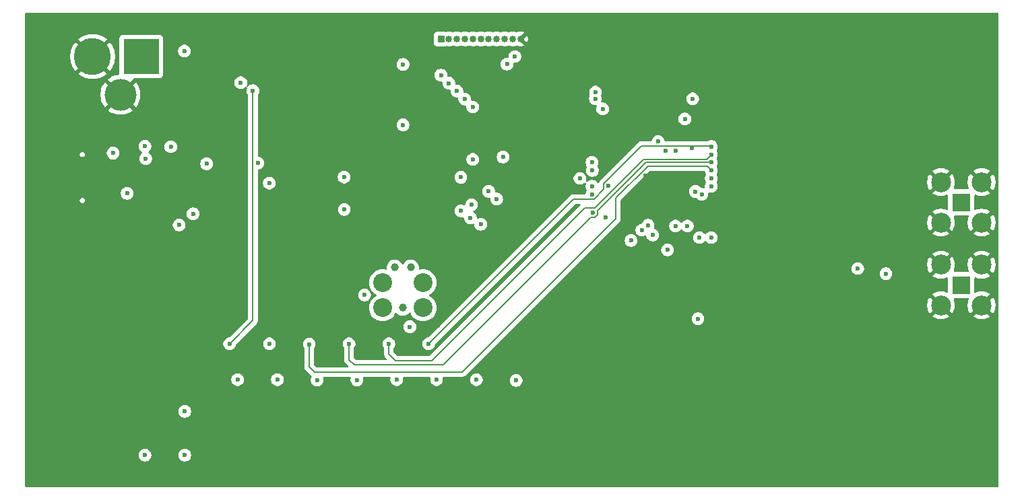
<source format=gbr>
%TF.GenerationSoftware,KiCad,Pcbnew,9.0.1*%
%TF.CreationDate,2025-05-12T13:55:05+02:00*%
%TF.ProjectId,CC1312R,43433133-3132-4522-9e6b-696361645f70,rev?*%
%TF.SameCoordinates,Original*%
%TF.FileFunction,Copper,L4,Bot*%
%TF.FilePolarity,Positive*%
%FSLAX46Y46*%
G04 Gerber Fmt 4.6, Leading zero omitted, Abs format (unit mm)*
G04 Created by KiCad (PCBNEW 9.0.1) date 2025-05-12 13:55:05*
%MOMM*%
%LPD*%
G01*
G04 APERTURE LIST*
%TA.AperFunction,ComponentPad*%
%ADD10R,4.500000X4.500000*%
%TD*%
%TA.AperFunction,ComponentPad*%
%ADD11C,4.650000*%
%TD*%
%TA.AperFunction,ComponentPad*%
%ADD12C,4.000000*%
%TD*%
%TA.AperFunction,ComponentPad*%
%ADD13C,2.375000*%
%TD*%
%TA.AperFunction,ComponentPad*%
%ADD14C,0.991000*%
%TD*%
%TA.AperFunction,ComponentPad*%
%ADD15R,2.300000X2.300000*%
%TD*%
%TA.AperFunction,ComponentPad*%
%ADD16C,2.500000*%
%TD*%
%TA.AperFunction,ComponentPad*%
%ADD17R,0.850000X0.850000*%
%TD*%
%TA.AperFunction,ComponentPad*%
%ADD18C,0.850000*%
%TD*%
%TA.AperFunction,ViaPad*%
%ADD19C,0.600000*%
%TD*%
%TA.AperFunction,ViaPad*%
%ADD20C,1.000000*%
%TD*%
%TA.AperFunction,Conductor*%
%ADD21C,0.200000*%
%TD*%
G04 APERTURE END LIST*
D10*
%TO.P,J1,1,+12V*%
%TO.N,Net-(J1-+12V)*%
X192024000Y-136652000D03*
D11*
%TO.P,J1,2,GND*%
%TO.N,GND*%
X185924000Y-136652000D03*
D12*
%TO.P,J1,3,GND*%
X189424000Y-141452000D03*
%TD*%
D13*
%TO.P,U1,*%
%TO.N,*%
X222370000Y-168275000D03*
D14*
X224910000Y-168275000D03*
D13*
X227450000Y-168275000D03*
X222370000Y-165100000D03*
X227450000Y-165100000D03*
D14*
X223894000Y-163195000D03*
X225926000Y-163195000D03*
%TD*%
D15*
%TO.P,TX_ANTENNA,1,1*%
%TO.N,Net-(IC6-RF2)*%
X295100000Y-165400000D03*
D16*
%TO.P,TX_ANTENNA,2,2*%
%TO.N,GND*%
X292550000Y-167950000D03*
%TO.P,TX_ANTENNA,3,3*%
X297650000Y-167950000D03*
%TO.P,TX_ANTENNA,4,4*%
X297650000Y-162850000D03*
%TO.P,TX_ANTENNA,5,5*%
X292550000Y-162850000D03*
%TD*%
D17*
%TO.P,COMM_1,1,Pin_1*%
%TO.N,Net-(J4-Pin_1)*%
X229700000Y-134450000D03*
D18*
%TO.P,COMM_1,2,Pin_2*%
%TO.N,Net-(J4-Pin_2)*%
X230700000Y-134450000D03*
%TO.P,COMM_1,3,Pin_3*%
%TO.N,Net-(J4-Pin_3)*%
X231700000Y-134450000D03*
%TO.P,COMM_1,4,Pin_4*%
%TO.N,Net-(J4-Pin_4)*%
X232700000Y-134450000D03*
%TO.P,COMM_1,5,Pin_5*%
%TO.N,Net-(J4-Pin_5)*%
X233700000Y-134450000D03*
%TO.P,COMM_1,6,Pin_6*%
%TO.N,Net-(J4-Pin_6)*%
X234700000Y-134450000D03*
%TO.P,COMM_1,7,Pin_7*%
%TO.N,Net-(J4-Pin_7)*%
X235700000Y-134450000D03*
%TO.P,COMM_1,8,Pin_8*%
%TO.N,Net-(J4-Pin_8)*%
X236700000Y-134450000D03*
%TO.P,COMM_1,9,Pin_9*%
%TO.N,+3.3V*%
X237700000Y-134450000D03*
%TO.P,COMM_1,10,Pin_10*%
%TO.N,+5V*%
X238700000Y-134450000D03*
%TO.P,COMM_1,11,Pin_11*%
%TO.N,GND*%
X239700000Y-134450000D03*
%TD*%
D15*
%TO.P,RX_ANTENNA,1,1*%
%TO.N,Net-(IC6-RF1)*%
X295100000Y-155000000D03*
D16*
%TO.P,RX_ANTENNA,2,2*%
%TO.N,GND*%
X292550000Y-157550000D03*
%TO.P,RX_ANTENNA,3,3*%
X297650000Y-157550000D03*
%TO.P,RX_ANTENNA,4,4*%
X297650000Y-152450000D03*
%TO.P,RX_ANTENNA,5,5*%
X292550000Y-152450000D03*
%TD*%
D19*
%TO.N,*%
X225926000Y-163195000D03*
%TO.N,+3.3V*%
X250427500Y-156880000D03*
X261250000Y-148200000D03*
X249127500Y-141130000D03*
X225800000Y-170650000D03*
X257000000Y-147350000D03*
X261327500Y-141980000D03*
X262000000Y-169650000D03*
X282075000Y-163325000D03*
X238000000Y-137600000D03*
X253600000Y-159800000D03*
X256300000Y-159100000D03*
X224950000Y-145250000D03*
%TO.N,GND*%
X249250000Y-186950000D03*
X218749210Y-134489596D03*
X220355575Y-143685252D03*
X258750000Y-155250000D03*
X183600000Y-165650000D03*
X295100000Y-186300000D03*
X287650000Y-186300000D03*
X256200000Y-153800000D03*
X286150000Y-169950000D03*
X277350000Y-162200000D03*
X278600000Y-140200000D03*
X257100000Y-151650000D03*
X208000000Y-157850000D03*
X219594773Y-135289276D03*
X251700000Y-134500000D03*
X202450000Y-157300000D03*
X196850000Y-166250000D03*
X257100000Y-153800000D03*
X218880755Y-144474281D03*
X219640287Y-143722122D03*
X257950000Y-154550000D03*
X210600000Y-143350000D03*
X293450000Y-146700000D03*
X212750000Y-155300000D03*
X248850000Y-181450000D03*
X218795093Y-135295831D03*
X279250000Y-174800000D03*
X256200000Y-155250000D03*
X200300000Y-144700000D03*
X294900000Y-174950000D03*
X257950000Y-153800000D03*
X220302687Y-135253225D03*
X261600000Y-134450000D03*
X255000000Y-175700000D03*
X219519394Y-136819812D03*
X257100000Y-155250000D03*
X255400000Y-154550000D03*
X229350000Y-170550000D03*
X198600000Y-151600000D03*
D20*
X266050000Y-138500000D03*
D19*
X269800000Y-162050000D03*
X224950000Y-162000000D03*
X257950000Y-153150000D03*
X254700000Y-169800000D03*
X218801648Y-136088956D03*
X249250000Y-175500000D03*
X257950000Y-151650000D03*
X254950000Y-187450000D03*
X255400000Y-152400000D03*
X279600000Y-186450000D03*
X257100000Y-154550000D03*
X243450000Y-170200000D03*
X257950000Y-155250000D03*
X257100000Y-153150000D03*
X218795093Y-136836199D03*
X219581294Y-144466907D03*
X183150000Y-174300000D03*
X238250000Y-157950000D03*
X268900000Y-134450000D03*
X226700000Y-142050000D03*
X219610791Y-142217806D03*
X257950000Y-152400000D03*
X270700000Y-168150000D03*
X292600000Y-134400000D03*
X287150000Y-174900000D03*
X258750000Y-152400000D03*
X285600000Y-146700000D03*
X256200000Y-151650000D03*
X255400000Y-151650000D03*
X278350000Y-146600000D03*
D20*
X246500000Y-167950000D03*
X246500000Y-138500000D03*
D19*
X287300000Y-180700000D03*
X256200000Y-152400000D03*
X294850000Y-180600000D03*
D20*
X266050000Y-167950000D03*
D19*
X219519394Y-134489596D03*
X293350000Y-140000000D03*
X220348201Y-142188309D03*
X189000000Y-180750000D03*
X182450000Y-180850000D03*
X261050000Y-175250000D03*
X213200000Y-147350000D03*
X197150000Y-152350000D03*
X242300000Y-149250000D03*
X261050000Y-181450000D03*
X189000000Y-173900000D03*
X255400000Y-153150000D03*
X285600000Y-140250000D03*
X218885731Y-142215107D03*
X243300000Y-181350000D03*
X220325629Y-134499428D03*
X270400000Y-175200000D03*
X189250000Y-165800000D03*
X256200000Y-153150000D03*
X270000000Y-186600000D03*
X278650000Y-170050000D03*
X287700000Y-152150000D03*
X219625539Y-142984712D03*
X182650000Y-186050000D03*
X255400000Y-155250000D03*
X243300000Y-186700000D03*
X220299410Y-136839476D03*
X256200000Y-154550000D03*
X243450000Y-176200000D03*
X258750000Y-151650000D03*
X220355575Y-144518525D03*
X277850000Y-134450000D03*
X270100000Y-181000000D03*
X269300000Y-140400000D03*
X261350000Y-186800000D03*
X257100000Y-152400000D03*
X220340827Y-142969964D03*
X276900000Y-152100000D03*
X258750000Y-153800000D03*
X255400000Y-153800000D03*
X219555445Y-136049628D03*
X218888129Y-142999460D03*
X197250000Y-175550000D03*
X242300000Y-142200000D03*
X258750000Y-154550000D03*
X258750000Y-153150000D03*
X279400000Y-181000000D03*
X249250000Y-170150000D03*
X269250000Y-146400000D03*
X196150000Y-153050000D03*
X285300000Y-134400000D03*
X218880755Y-143729497D03*
X255100000Y-181700000D03*
X220302687Y-135941474D03*
%TO.N,XTAL_32K768_1*%
X262477500Y-153980000D03*
X262177500Y-159430000D03*
%TO.N,XTAL_32K768_2*%
X261677500Y-153630000D03*
X263677500Y-159430000D03*
%TO.N,Net-(IC1-VDDR)*%
X260677500Y-157980000D03*
X248800000Y-156300000D03*
%TO.N,XTAL_48M_2*%
X259177500Y-157980000D03*
X258177500Y-160980000D03*
%TO.N,/WMCU_RESET*%
X234700000Y-157750000D03*
X254950000Y-158500000D03*
%TO.N,+5V*%
X239000000Y-136650000D03*
X214150000Y-177350000D03*
X239150000Y-177400000D03*
X204150000Y-177300000D03*
X224150000Y-177300000D03*
X229150000Y-177300000D03*
X209150000Y-177300000D03*
X224950000Y-137650000D03*
X219150000Y-177350000D03*
X234150000Y-177300000D03*
X196800000Y-157850000D03*
%TO.N,/Power_Supply/USB_5V*%
X188500000Y-148800000D03*
X200250000Y-150150000D03*
X197470000Y-135970000D03*
%TO.N,/RF/TX_SELECT*%
X285625000Y-163975000D03*
X255729485Y-157879485D03*
%TO.N,/5V_IND*%
X204550000Y-139950000D03*
X208150000Y-172800000D03*
%TO.N,/12V_IND*%
X203150000Y-172800000D03*
X206075000Y-140950000D03*
%TO.N,/Miscellaneous/JTAG_TCK*%
X232225000Y-156075000D03*
X232700000Y-142000000D03*
X248727500Y-150980000D03*
X220100000Y-166650000D03*
%TO.N,/FLASH_SCLK*%
X260352500Y-144515000D03*
X257977500Y-148480000D03*
%TO.N,/FLASH_MISO*%
X259177500Y-148480000D03*
X250027500Y-143245000D03*
%TO.N,ECODE_2*%
X223150000Y-172800000D03*
X263677500Y-148980000D03*
%TO.N,/UART_RX*%
X263677500Y-152980000D03*
X206700000Y-150050000D03*
X236700000Y-154580000D03*
X195750000Y-148000000D03*
%TO.N,/Miscellaneous/JTAG_TDI*%
X217535000Y-151815000D03*
X248677500Y-152980000D03*
X233550000Y-155300000D03*
X230700000Y-140000000D03*
%TO.N,/FLASH_CS*%
X250757500Y-152900000D03*
X249100000Y-141950000D03*
%TO.N,/UART_TX*%
X263677500Y-151980000D03*
X233400000Y-156950000D03*
X235700000Y-153600000D03*
X208125000Y-152575000D03*
%TO.N,ECODE_0*%
X263677500Y-150980000D03*
X213150000Y-172850000D03*
%TO.N,ECODE_1*%
X263677500Y-149980000D03*
X218150000Y-172800000D03*
%TO.N,/Miscellaneous/JTAG_TMS*%
X248677500Y-149980000D03*
X217550000Y-155900000D03*
X233700000Y-143000000D03*
X233700000Y-149600000D03*
%TO.N,ECODE_3*%
X228150000Y-172800000D03*
X263677500Y-147980000D03*
%TO.N,/Miscellaneous/JTAG_TDO*%
X247177500Y-151980000D03*
X232200000Y-151850000D03*
X231700000Y-141000000D03*
%TO.N,/Miscellaneous/RTS{slash}SWO*%
X229700000Y-139000000D03*
X237500000Y-149300000D03*
X248677500Y-153980000D03*
%TO.N,Net-(IC5-USBDP)*%
X190255954Y-153856547D03*
X192600000Y-149500000D03*
%TO.N,Net-(LED1-K)*%
X192500000Y-186800000D03*
X198550000Y-156450000D03*
%TO.N,Net-(LED2-K)*%
X197500000Y-186800000D03*
X197500000Y-181300000D03*
X192500000Y-147950000D03*
%TD*%
D21*
%TO.N,/12V_IND*%
X206075000Y-140950000D02*
X206075000Y-169875000D01*
X206075000Y-169875000D02*
X203150000Y-172800000D01*
%TO.N,ECODE_2*%
X223950000Y-174900000D02*
X228550000Y-174900000D01*
X263078500Y-149579000D02*
X263677500Y-148980000D01*
X223150000Y-172800000D02*
X223150000Y-174100000D01*
X247751000Y-155699000D02*
X249048943Y-155699000D01*
X255168943Y-149579000D02*
X263078500Y-149579000D01*
X249048943Y-155699000D02*
X255168943Y-149579000D01*
X223150000Y-174100000D02*
X223950000Y-174900000D01*
X228550000Y-174900000D02*
X247751000Y-155699000D01*
%TO.N,ECODE_0*%
X232400000Y-176350000D02*
X213800000Y-176350000D01*
X263147500Y-150450000D02*
X255700000Y-150450000D01*
X213800000Y-176350000D02*
X213150000Y-175700000D01*
X255700000Y-150450000D02*
X251700000Y-154450000D01*
X263677500Y-150980000D02*
X263147500Y-150450000D01*
X251700000Y-157050000D02*
X232400000Y-176350000D01*
X213150000Y-175700000D02*
X213150000Y-172850000D01*
X251700000Y-154450000D02*
X251700000Y-157050000D01*
%TO.N,ECODE_1*%
X249048943Y-156901000D02*
X249401000Y-156548943D01*
X218150000Y-174800000D02*
X218800000Y-175450000D01*
X249401000Y-156548943D02*
X249401000Y-156051057D01*
X248551057Y-156901000D02*
X249048943Y-156901000D01*
X230000000Y-175450000D02*
X248550029Y-156899971D01*
X218150000Y-172800000D02*
X218150000Y-174800000D01*
X218800000Y-175450000D02*
X230000000Y-175450000D01*
X249399972Y-156050028D02*
X255470000Y-149980000D01*
X248550029Y-156899971D02*
X248551057Y-156901000D01*
X255470000Y-149980000D02*
X263677500Y-149980000D01*
X249401000Y-156051057D02*
X249399972Y-156050028D01*
%TO.N,ECODE_3*%
X250156500Y-152651057D02*
X254928557Y-147879000D01*
X254928557Y-147879000D02*
X263576500Y-147879000D01*
X246369000Y-154581000D02*
X248926443Y-154581000D01*
X263576500Y-147879000D02*
X263677500Y-147980000D01*
X250156500Y-153350943D02*
X250156500Y-152651057D01*
X228150000Y-172800000D02*
X246369000Y-154581000D01*
X248926443Y-154581000D02*
X250156500Y-153350943D01*
%TD*%
%TA.AperFunction,Conductor*%
%TO.N,GND*%
G36*
X299743039Y-131169685D02*
G01*
X299788794Y-131222489D01*
X299800000Y-131274000D01*
X299800000Y-190726000D01*
X299780315Y-190793039D01*
X299727511Y-190838794D01*
X299676000Y-190850000D01*
X177574000Y-190850000D01*
X177506961Y-190830315D01*
X177461206Y-190777511D01*
X177450000Y-190726000D01*
X177450000Y-186721153D01*
X191699500Y-186721153D01*
X191699500Y-186878846D01*
X191730261Y-187033489D01*
X191730264Y-187033501D01*
X191790602Y-187179172D01*
X191790609Y-187179185D01*
X191878210Y-187310288D01*
X191878213Y-187310292D01*
X191989707Y-187421786D01*
X191989711Y-187421789D01*
X192120814Y-187509390D01*
X192120827Y-187509397D01*
X192266498Y-187569735D01*
X192266503Y-187569737D01*
X192421153Y-187600499D01*
X192421156Y-187600500D01*
X192421158Y-187600500D01*
X192578844Y-187600500D01*
X192578845Y-187600499D01*
X192733497Y-187569737D01*
X192879179Y-187509394D01*
X193010289Y-187421789D01*
X193121789Y-187310289D01*
X193209394Y-187179179D01*
X193269737Y-187033497D01*
X193300500Y-186878842D01*
X193300500Y-186721158D01*
X193300500Y-186721155D01*
X193300499Y-186721153D01*
X196699500Y-186721153D01*
X196699500Y-186878846D01*
X196730261Y-187033489D01*
X196730264Y-187033501D01*
X196790602Y-187179172D01*
X196790609Y-187179185D01*
X196878210Y-187310288D01*
X196878213Y-187310292D01*
X196989707Y-187421786D01*
X196989711Y-187421789D01*
X197120814Y-187509390D01*
X197120827Y-187509397D01*
X197266498Y-187569735D01*
X197266503Y-187569737D01*
X197421153Y-187600499D01*
X197421156Y-187600500D01*
X197421158Y-187600500D01*
X197578844Y-187600500D01*
X197578845Y-187600499D01*
X197733497Y-187569737D01*
X197879179Y-187509394D01*
X198010289Y-187421789D01*
X198121789Y-187310289D01*
X198209394Y-187179179D01*
X198269737Y-187033497D01*
X198300500Y-186878842D01*
X198300500Y-186721158D01*
X198300500Y-186721155D01*
X198300499Y-186721153D01*
X198269738Y-186566510D01*
X198269737Y-186566503D01*
X198269735Y-186566498D01*
X198209397Y-186420827D01*
X198209390Y-186420814D01*
X198121789Y-186289711D01*
X198121786Y-186289707D01*
X198010292Y-186178213D01*
X198010288Y-186178210D01*
X197879185Y-186090609D01*
X197879172Y-186090602D01*
X197733501Y-186030264D01*
X197733489Y-186030261D01*
X197578845Y-185999500D01*
X197578842Y-185999500D01*
X197421158Y-185999500D01*
X197421155Y-185999500D01*
X197266510Y-186030261D01*
X197266498Y-186030264D01*
X197120827Y-186090602D01*
X197120814Y-186090609D01*
X196989711Y-186178210D01*
X196989707Y-186178213D01*
X196878213Y-186289707D01*
X196878210Y-186289711D01*
X196790609Y-186420814D01*
X196790602Y-186420827D01*
X196730264Y-186566498D01*
X196730261Y-186566510D01*
X196699500Y-186721153D01*
X193300499Y-186721153D01*
X193269738Y-186566510D01*
X193269737Y-186566503D01*
X193269735Y-186566498D01*
X193209397Y-186420827D01*
X193209390Y-186420814D01*
X193121789Y-186289711D01*
X193121786Y-186289707D01*
X193010292Y-186178213D01*
X193010288Y-186178210D01*
X192879185Y-186090609D01*
X192879172Y-186090602D01*
X192733501Y-186030264D01*
X192733489Y-186030261D01*
X192578845Y-185999500D01*
X192578842Y-185999500D01*
X192421158Y-185999500D01*
X192421155Y-185999500D01*
X192266510Y-186030261D01*
X192266498Y-186030264D01*
X192120827Y-186090602D01*
X192120814Y-186090609D01*
X191989711Y-186178210D01*
X191989707Y-186178213D01*
X191878213Y-186289707D01*
X191878210Y-186289711D01*
X191790609Y-186420814D01*
X191790602Y-186420827D01*
X191730264Y-186566498D01*
X191730261Y-186566510D01*
X191699500Y-186721153D01*
X177450000Y-186721153D01*
X177450000Y-181221153D01*
X196699500Y-181221153D01*
X196699500Y-181378846D01*
X196730261Y-181533489D01*
X196730264Y-181533501D01*
X196790602Y-181679172D01*
X196790609Y-181679185D01*
X196878210Y-181810288D01*
X196878213Y-181810292D01*
X196989707Y-181921786D01*
X196989711Y-181921789D01*
X197120814Y-182009390D01*
X197120827Y-182009397D01*
X197266498Y-182069735D01*
X197266503Y-182069737D01*
X197421153Y-182100499D01*
X197421156Y-182100500D01*
X197421158Y-182100500D01*
X197578844Y-182100500D01*
X197578845Y-182100499D01*
X197733497Y-182069737D01*
X197879179Y-182009394D01*
X198010289Y-181921789D01*
X198121789Y-181810289D01*
X198209394Y-181679179D01*
X198269737Y-181533497D01*
X198300500Y-181378842D01*
X198300500Y-181221158D01*
X198300500Y-181221155D01*
X198300499Y-181221153D01*
X198269738Y-181066510D01*
X198269737Y-181066503D01*
X198269735Y-181066498D01*
X198209397Y-180920827D01*
X198209390Y-180920814D01*
X198121789Y-180789711D01*
X198121786Y-180789707D01*
X198010292Y-180678213D01*
X198010288Y-180678210D01*
X197879185Y-180590609D01*
X197879172Y-180590602D01*
X197733501Y-180530264D01*
X197733489Y-180530261D01*
X197578845Y-180499500D01*
X197578842Y-180499500D01*
X197421158Y-180499500D01*
X197421155Y-180499500D01*
X197266510Y-180530261D01*
X197266498Y-180530264D01*
X197120827Y-180590602D01*
X197120814Y-180590609D01*
X196989711Y-180678210D01*
X196989707Y-180678213D01*
X196878213Y-180789707D01*
X196878210Y-180789711D01*
X196790609Y-180920814D01*
X196790602Y-180920827D01*
X196730264Y-181066498D01*
X196730261Y-181066510D01*
X196699500Y-181221153D01*
X177450000Y-181221153D01*
X177450000Y-177221153D01*
X203349500Y-177221153D01*
X203349500Y-177378846D01*
X203380261Y-177533489D01*
X203380264Y-177533501D01*
X203440602Y-177679172D01*
X203440609Y-177679185D01*
X203528210Y-177810288D01*
X203528213Y-177810292D01*
X203639707Y-177921786D01*
X203639711Y-177921789D01*
X203770814Y-178009390D01*
X203770827Y-178009397D01*
X203916498Y-178069735D01*
X203916503Y-178069737D01*
X204071153Y-178100499D01*
X204071156Y-178100500D01*
X204071158Y-178100500D01*
X204228844Y-178100500D01*
X204228845Y-178100499D01*
X204383497Y-178069737D01*
X204529179Y-178009394D01*
X204660289Y-177921789D01*
X204771789Y-177810289D01*
X204859394Y-177679179D01*
X204919737Y-177533497D01*
X204950500Y-177378842D01*
X204950500Y-177221158D01*
X204950500Y-177221155D01*
X204950499Y-177221153D01*
X208349500Y-177221153D01*
X208349500Y-177378846D01*
X208380261Y-177533489D01*
X208380264Y-177533501D01*
X208440602Y-177679172D01*
X208440609Y-177679185D01*
X208528210Y-177810288D01*
X208528213Y-177810292D01*
X208639707Y-177921786D01*
X208639711Y-177921789D01*
X208770814Y-178009390D01*
X208770827Y-178009397D01*
X208916498Y-178069735D01*
X208916503Y-178069737D01*
X209071153Y-178100499D01*
X209071156Y-178100500D01*
X209071158Y-178100500D01*
X209228844Y-178100500D01*
X209228845Y-178100499D01*
X209383497Y-178069737D01*
X209529179Y-178009394D01*
X209660289Y-177921789D01*
X209771789Y-177810289D01*
X209859394Y-177679179D01*
X209919737Y-177533497D01*
X209950500Y-177378842D01*
X209950500Y-177221158D01*
X209950500Y-177221155D01*
X209950499Y-177221153D01*
X209929684Y-177116510D01*
X209919737Y-177066503D01*
X209888099Y-176990122D01*
X209859397Y-176920827D01*
X209859390Y-176920814D01*
X209771789Y-176789711D01*
X209771786Y-176789707D01*
X209660292Y-176678213D01*
X209660288Y-176678210D01*
X209529185Y-176590609D01*
X209529172Y-176590602D01*
X209383501Y-176530264D01*
X209383489Y-176530261D01*
X209228845Y-176499500D01*
X209228842Y-176499500D01*
X209071158Y-176499500D01*
X209071155Y-176499500D01*
X208916510Y-176530261D01*
X208916498Y-176530264D01*
X208770827Y-176590602D01*
X208770814Y-176590609D01*
X208639711Y-176678210D01*
X208639707Y-176678213D01*
X208528213Y-176789707D01*
X208528210Y-176789711D01*
X208440609Y-176920814D01*
X208440602Y-176920827D01*
X208380264Y-177066498D01*
X208380261Y-177066510D01*
X208349500Y-177221153D01*
X204950499Y-177221153D01*
X204929684Y-177116510D01*
X204919737Y-177066503D01*
X204888099Y-176990122D01*
X204859397Y-176920827D01*
X204859390Y-176920814D01*
X204771789Y-176789711D01*
X204771786Y-176789707D01*
X204660292Y-176678213D01*
X204660288Y-176678210D01*
X204529185Y-176590609D01*
X204529172Y-176590602D01*
X204383501Y-176530264D01*
X204383489Y-176530261D01*
X204228845Y-176499500D01*
X204228842Y-176499500D01*
X204071158Y-176499500D01*
X204071155Y-176499500D01*
X203916510Y-176530261D01*
X203916498Y-176530264D01*
X203770827Y-176590602D01*
X203770814Y-176590609D01*
X203639711Y-176678210D01*
X203639707Y-176678213D01*
X203528213Y-176789707D01*
X203528210Y-176789711D01*
X203440609Y-176920814D01*
X203440602Y-176920827D01*
X203380264Y-177066498D01*
X203380261Y-177066510D01*
X203349500Y-177221153D01*
X177450000Y-177221153D01*
X177450000Y-172721153D01*
X202349500Y-172721153D01*
X202349500Y-172878846D01*
X202380261Y-173033489D01*
X202380264Y-173033501D01*
X202440602Y-173179172D01*
X202440609Y-173179185D01*
X202528210Y-173310288D01*
X202528213Y-173310292D01*
X202639707Y-173421786D01*
X202639711Y-173421789D01*
X202770814Y-173509390D01*
X202770827Y-173509397D01*
X202916498Y-173569735D01*
X202916503Y-173569737D01*
X203071153Y-173600499D01*
X203071156Y-173600500D01*
X203071158Y-173600500D01*
X203228844Y-173600500D01*
X203228845Y-173600499D01*
X203383497Y-173569737D01*
X203529179Y-173509394D01*
X203660289Y-173421789D01*
X203771789Y-173310289D01*
X203859394Y-173179179D01*
X203919737Y-173033497D01*
X203940554Y-172928842D01*
X203950638Y-172878150D01*
X203983023Y-172816239D01*
X203984517Y-172814717D01*
X204078081Y-172721153D01*
X207349500Y-172721153D01*
X207349500Y-172878846D01*
X207380261Y-173033489D01*
X207380264Y-173033501D01*
X207440602Y-173179172D01*
X207440609Y-173179185D01*
X207528210Y-173310288D01*
X207528213Y-173310292D01*
X207639707Y-173421786D01*
X207639711Y-173421789D01*
X207770814Y-173509390D01*
X207770827Y-173509397D01*
X207916498Y-173569735D01*
X207916503Y-173569737D01*
X208071153Y-173600499D01*
X208071156Y-173600500D01*
X208071158Y-173600500D01*
X208228844Y-173600500D01*
X208228845Y-173600499D01*
X208383497Y-173569737D01*
X208529179Y-173509394D01*
X208660289Y-173421789D01*
X208771789Y-173310289D01*
X208859394Y-173179179D01*
X208919737Y-173033497D01*
X208950500Y-172878842D01*
X208950500Y-172771153D01*
X212349500Y-172771153D01*
X212349500Y-172928846D01*
X212380261Y-173083489D01*
X212380264Y-173083501D01*
X212440602Y-173229172D01*
X212440609Y-173229185D01*
X212528602Y-173360874D01*
X212549480Y-173427551D01*
X212549500Y-173429765D01*
X212549500Y-175613330D01*
X212549499Y-175613348D01*
X212549499Y-175779054D01*
X212549498Y-175779054D01*
X212590423Y-175931785D01*
X212619000Y-175981280D01*
X212619001Y-175981284D01*
X212619002Y-175981284D01*
X212669479Y-176068714D01*
X212669481Y-176068717D01*
X212788349Y-176187585D01*
X212788355Y-176187590D01*
X213319478Y-176718713D01*
X213319480Y-176718716D01*
X213421202Y-176820438D01*
X213429846Y-176836268D01*
X213454685Y-176881758D01*
X213454684Y-176881758D01*
X213454685Y-176881759D01*
X213454115Y-176889736D01*
X213449701Y-176951450D01*
X213442883Y-176966560D01*
X213440605Y-176970822D01*
X213380264Y-177116498D01*
X213380261Y-177116510D01*
X213349500Y-177271153D01*
X213349500Y-177428846D01*
X213380261Y-177583489D01*
X213380264Y-177583501D01*
X213440602Y-177729172D01*
X213440609Y-177729185D01*
X213528210Y-177860288D01*
X213528213Y-177860292D01*
X213639707Y-177971786D01*
X213639711Y-177971789D01*
X213770814Y-178059390D01*
X213770827Y-178059397D01*
X213916498Y-178119735D01*
X213916503Y-178119737D01*
X214071153Y-178150499D01*
X214071156Y-178150500D01*
X214071158Y-178150500D01*
X214228844Y-178150500D01*
X214228845Y-178150499D01*
X214383497Y-178119737D01*
X214529179Y-178059394D01*
X214660289Y-177971789D01*
X214771789Y-177860289D01*
X214859394Y-177729179D01*
X214919737Y-177583497D01*
X214950500Y-177428842D01*
X214950500Y-177271158D01*
X214950500Y-177271155D01*
X214950499Y-177271153D01*
X214929684Y-177166510D01*
X214919737Y-177116503D01*
X214919732Y-177116492D01*
X214917969Y-177110676D01*
X214920720Y-177109841D01*
X214914497Y-177052641D01*
X214945691Y-176990122D01*
X215005734Y-176954392D01*
X215036555Y-176950500D01*
X218263445Y-176950500D01*
X218330484Y-176970185D01*
X218376239Y-177022989D01*
X218386183Y-177092147D01*
X218381159Y-177110411D01*
X218382031Y-177110676D01*
X218380261Y-177116510D01*
X218349500Y-177271153D01*
X218349500Y-177428846D01*
X218380261Y-177583489D01*
X218380264Y-177583501D01*
X218440602Y-177729172D01*
X218440609Y-177729185D01*
X218528210Y-177860288D01*
X218528213Y-177860292D01*
X218639707Y-177971786D01*
X218639711Y-177971789D01*
X218770814Y-178059390D01*
X218770827Y-178059397D01*
X218916498Y-178119735D01*
X218916503Y-178119737D01*
X219071153Y-178150499D01*
X219071156Y-178150500D01*
X219071158Y-178150500D01*
X219228844Y-178150500D01*
X219228845Y-178150499D01*
X219383497Y-178119737D01*
X219529179Y-178059394D01*
X219660289Y-177971789D01*
X219771789Y-177860289D01*
X219859394Y-177729179D01*
X219919737Y-177583497D01*
X219950500Y-177428842D01*
X219950500Y-177271158D01*
X219950500Y-177271155D01*
X219950499Y-177271153D01*
X219929684Y-177166510D01*
X219919737Y-177116503D01*
X219919732Y-177116492D01*
X219917969Y-177110676D01*
X219920720Y-177109841D01*
X219914497Y-177052641D01*
X219945691Y-176990122D01*
X220005734Y-176954392D01*
X220036555Y-176950500D01*
X223252243Y-176950500D01*
X223319282Y-176970185D01*
X223365037Y-177022989D01*
X223374981Y-177092147D01*
X223373860Y-177098692D01*
X223349500Y-177221155D01*
X223349500Y-177378846D01*
X223380261Y-177533489D01*
X223380264Y-177533501D01*
X223440602Y-177679172D01*
X223440609Y-177679185D01*
X223528210Y-177810288D01*
X223528213Y-177810292D01*
X223639707Y-177921786D01*
X223639711Y-177921789D01*
X223770814Y-178009390D01*
X223770827Y-178009397D01*
X223916498Y-178069735D01*
X223916503Y-178069737D01*
X224071153Y-178100499D01*
X224071156Y-178100500D01*
X224071158Y-178100500D01*
X224228844Y-178100500D01*
X224228845Y-178100499D01*
X224383497Y-178069737D01*
X224529179Y-178009394D01*
X224660289Y-177921789D01*
X224771789Y-177810289D01*
X224859394Y-177679179D01*
X224919737Y-177533497D01*
X224950500Y-177378842D01*
X224950500Y-177221158D01*
X224950500Y-177221155D01*
X224926140Y-177098692D01*
X224932367Y-177029100D01*
X224975230Y-176973923D01*
X225041120Y-176950678D01*
X225047757Y-176950500D01*
X228252243Y-176950500D01*
X228319282Y-176970185D01*
X228365037Y-177022989D01*
X228374981Y-177092147D01*
X228373860Y-177098692D01*
X228349500Y-177221155D01*
X228349500Y-177378846D01*
X228380261Y-177533489D01*
X228380264Y-177533501D01*
X228440602Y-177679172D01*
X228440609Y-177679185D01*
X228528210Y-177810288D01*
X228528213Y-177810292D01*
X228639707Y-177921786D01*
X228639711Y-177921789D01*
X228770814Y-178009390D01*
X228770827Y-178009397D01*
X228916498Y-178069735D01*
X228916503Y-178069737D01*
X229071153Y-178100499D01*
X229071156Y-178100500D01*
X229071158Y-178100500D01*
X229228844Y-178100500D01*
X229228845Y-178100499D01*
X229383497Y-178069737D01*
X229529179Y-178009394D01*
X229660289Y-177921789D01*
X229771789Y-177810289D01*
X229859394Y-177679179D01*
X229919737Y-177533497D01*
X229950500Y-177378842D01*
X229950500Y-177221158D01*
X229950499Y-177221153D01*
X233349500Y-177221153D01*
X233349500Y-177378846D01*
X233380261Y-177533489D01*
X233380264Y-177533501D01*
X233440602Y-177679172D01*
X233440609Y-177679185D01*
X233528210Y-177810288D01*
X233528213Y-177810292D01*
X233639707Y-177921786D01*
X233639711Y-177921789D01*
X233770814Y-178009390D01*
X233770827Y-178009397D01*
X233916498Y-178069735D01*
X233916503Y-178069737D01*
X234071153Y-178100499D01*
X234071156Y-178100500D01*
X234071158Y-178100500D01*
X234228844Y-178100500D01*
X234228845Y-178100499D01*
X234383497Y-178069737D01*
X234529179Y-178009394D01*
X234660289Y-177921789D01*
X234771789Y-177810289D01*
X234859394Y-177679179D01*
X234919737Y-177533497D01*
X234950500Y-177378842D01*
X234950500Y-177321153D01*
X238349500Y-177321153D01*
X238349500Y-177478846D01*
X238380261Y-177633489D01*
X238380264Y-177633501D01*
X238440602Y-177779172D01*
X238440609Y-177779185D01*
X238528210Y-177910288D01*
X238528213Y-177910292D01*
X238639707Y-178021786D01*
X238639711Y-178021789D01*
X238770814Y-178109390D01*
X238770827Y-178109397D01*
X238870060Y-178150500D01*
X238916503Y-178169737D01*
X239071153Y-178200499D01*
X239071156Y-178200500D01*
X239071158Y-178200500D01*
X239228844Y-178200500D01*
X239228845Y-178200499D01*
X239383497Y-178169737D01*
X239529179Y-178109394D01*
X239660289Y-178021789D01*
X239771789Y-177910289D01*
X239859394Y-177779179D01*
X239919737Y-177633497D01*
X239950500Y-177478842D01*
X239950500Y-177321158D01*
X239950500Y-177321155D01*
X239950499Y-177321153D01*
X239931722Y-177226757D01*
X239919737Y-177166503D01*
X239919735Y-177166498D01*
X239859397Y-177020827D01*
X239859390Y-177020814D01*
X239771789Y-176889711D01*
X239771786Y-176889707D01*
X239660292Y-176778213D01*
X239660288Y-176778210D01*
X239529185Y-176690609D01*
X239529172Y-176690602D01*
X239383501Y-176630264D01*
X239383489Y-176630261D01*
X239228845Y-176599500D01*
X239228842Y-176599500D01*
X239071158Y-176599500D01*
X239071155Y-176599500D01*
X238916510Y-176630261D01*
X238916498Y-176630264D01*
X238770827Y-176690602D01*
X238770814Y-176690609D01*
X238639711Y-176778210D01*
X238639707Y-176778213D01*
X238528213Y-176889707D01*
X238528210Y-176889711D01*
X238440609Y-177020814D01*
X238440602Y-177020827D01*
X238380264Y-177166498D01*
X238380261Y-177166510D01*
X238349500Y-177321153D01*
X234950500Y-177321153D01*
X234950500Y-177221158D01*
X234950500Y-177221155D01*
X234950499Y-177221153D01*
X234929684Y-177116510D01*
X234919737Y-177066503D01*
X234888099Y-176990122D01*
X234859397Y-176920827D01*
X234859390Y-176920814D01*
X234771789Y-176789711D01*
X234771786Y-176789707D01*
X234660292Y-176678213D01*
X234660288Y-176678210D01*
X234529185Y-176590609D01*
X234529172Y-176590602D01*
X234383501Y-176530264D01*
X234383489Y-176530261D01*
X234228845Y-176499500D01*
X234228842Y-176499500D01*
X234071158Y-176499500D01*
X234071155Y-176499500D01*
X233916510Y-176530261D01*
X233916498Y-176530264D01*
X233770827Y-176590602D01*
X233770814Y-176590609D01*
X233639711Y-176678210D01*
X233639707Y-176678213D01*
X233528213Y-176789707D01*
X233528210Y-176789711D01*
X233440609Y-176920814D01*
X233440602Y-176920827D01*
X233380264Y-177066498D01*
X233380261Y-177066510D01*
X233349500Y-177221153D01*
X229950499Y-177221153D01*
X229926035Y-177098168D01*
X229925942Y-177097676D01*
X229929299Y-177063382D01*
X229932367Y-177029100D01*
X229932697Y-177028674D01*
X229932750Y-177028138D01*
X229954116Y-177001102D01*
X229975230Y-176973923D01*
X229975737Y-176973743D01*
X229976072Y-176973321D01*
X230008659Y-176962129D01*
X230041120Y-176950678D01*
X230042079Y-176950652D01*
X230042153Y-176950627D01*
X230042238Y-176950647D01*
X230047757Y-176950500D01*
X232313331Y-176950500D01*
X232313347Y-176950501D01*
X232320943Y-176950501D01*
X232479054Y-176950501D01*
X232479057Y-176950501D01*
X232631785Y-176909577D01*
X232681904Y-176880639D01*
X232768716Y-176830520D01*
X232880520Y-176718716D01*
X232880520Y-176718714D01*
X232890728Y-176708507D01*
X232890729Y-176708504D01*
X240028081Y-169571153D01*
X261199500Y-169571153D01*
X261199500Y-169728846D01*
X261230261Y-169883489D01*
X261230264Y-169883501D01*
X261290602Y-170029172D01*
X261290609Y-170029185D01*
X261378210Y-170160288D01*
X261378213Y-170160292D01*
X261489707Y-170271786D01*
X261489711Y-170271789D01*
X261620814Y-170359390D01*
X261620827Y-170359397D01*
X261758683Y-170416498D01*
X261766503Y-170419737D01*
X261921153Y-170450499D01*
X261921156Y-170450500D01*
X261921158Y-170450500D01*
X262078844Y-170450500D01*
X262078845Y-170450499D01*
X262233497Y-170419737D01*
X262379179Y-170359394D01*
X262510289Y-170271789D01*
X262621789Y-170160289D01*
X262709394Y-170029179D01*
X262769737Y-169883497D01*
X262800500Y-169728842D01*
X262800500Y-169571158D01*
X262800500Y-169571155D01*
X262800499Y-169571153D01*
X262769738Y-169416510D01*
X262769737Y-169416503D01*
X262766295Y-169408194D01*
X262742654Y-169351117D01*
X262709397Y-169270827D01*
X262709390Y-169270814D01*
X262621789Y-169139711D01*
X262621786Y-169139707D01*
X262510292Y-169028213D01*
X262510288Y-169028210D01*
X262379185Y-168940609D01*
X262379172Y-168940602D01*
X262233501Y-168880264D01*
X262233489Y-168880261D01*
X262078845Y-168849500D01*
X262078842Y-168849500D01*
X261921158Y-168849500D01*
X261921155Y-168849500D01*
X261766510Y-168880261D01*
X261766498Y-168880264D01*
X261620827Y-168940602D01*
X261620814Y-168940609D01*
X261489711Y-169028210D01*
X261489707Y-169028213D01*
X261378213Y-169139707D01*
X261378210Y-169139711D01*
X261290609Y-169270814D01*
X261290602Y-169270827D01*
X261230264Y-169416498D01*
X261230261Y-169416510D01*
X261199500Y-169571153D01*
X240028081Y-169571153D01*
X246353082Y-163246153D01*
X281274500Y-163246153D01*
X281274500Y-163403846D01*
X281305261Y-163558489D01*
X281305264Y-163558501D01*
X281365602Y-163704172D01*
X281365609Y-163704185D01*
X281453210Y-163835288D01*
X281453213Y-163835292D01*
X281564707Y-163946786D01*
X281564711Y-163946789D01*
X281695814Y-164034390D01*
X281695827Y-164034397D01*
X281841498Y-164094735D01*
X281841503Y-164094737D01*
X281996153Y-164125499D01*
X281996156Y-164125500D01*
X281996158Y-164125500D01*
X282153844Y-164125500D01*
X282153845Y-164125499D01*
X282308497Y-164094737D01*
X282454179Y-164034394D01*
X282585289Y-163946789D01*
X282635925Y-163896153D01*
X284824500Y-163896153D01*
X284824500Y-164053846D01*
X284855261Y-164208489D01*
X284855264Y-164208501D01*
X284915602Y-164354172D01*
X284915609Y-164354185D01*
X285003210Y-164485288D01*
X285003213Y-164485292D01*
X285114707Y-164596786D01*
X285114711Y-164596789D01*
X285245814Y-164684390D01*
X285245827Y-164684397D01*
X285391498Y-164744735D01*
X285391503Y-164744737D01*
X285518463Y-164769991D01*
X285546153Y-164775499D01*
X285546156Y-164775500D01*
X285546158Y-164775500D01*
X285703844Y-164775500D01*
X285703845Y-164775499D01*
X285858497Y-164744737D01*
X286004179Y-164684394D01*
X286135289Y-164596789D01*
X286246789Y-164485289D01*
X286334394Y-164354179D01*
X286394737Y-164208497D01*
X286398009Y-164192047D01*
X286400511Y-164179472D01*
X286400511Y-164179470D01*
X286425499Y-164053846D01*
X286425500Y-164053844D01*
X286425500Y-163896155D01*
X286425499Y-163896153D01*
X286413392Y-163835288D01*
X286394737Y-163741503D01*
X286389896Y-163729815D01*
X286334397Y-163595827D01*
X286334390Y-163595814D01*
X286246789Y-163464711D01*
X286246786Y-163464707D01*
X286135292Y-163353213D01*
X286135288Y-163353210D01*
X286004185Y-163265609D01*
X286004172Y-163265602D01*
X285858501Y-163205264D01*
X285858489Y-163205261D01*
X285703845Y-163174500D01*
X285703842Y-163174500D01*
X285546158Y-163174500D01*
X285546155Y-163174500D01*
X285391510Y-163205261D01*
X285391498Y-163205264D01*
X285245827Y-163265602D01*
X285245814Y-163265609D01*
X285114711Y-163353210D01*
X285114707Y-163353213D01*
X285003213Y-163464707D01*
X285003210Y-163464711D01*
X284915609Y-163595814D01*
X284915602Y-163595827D01*
X284855264Y-163741498D01*
X284855261Y-163741510D01*
X284824500Y-163896153D01*
X282635925Y-163896153D01*
X282696789Y-163835289D01*
X282754112Y-163749500D01*
X282784390Y-163704185D01*
X282784390Y-163704184D01*
X282784394Y-163704179D01*
X282844737Y-163558497D01*
X282875500Y-163403842D01*
X282875500Y-163246158D01*
X282875500Y-163246155D01*
X282875499Y-163246153D01*
X282856847Y-163152385D01*
X282844737Y-163091503D01*
X282792218Y-162964710D01*
X282784397Y-162945827D01*
X282784390Y-162945814D01*
X282696789Y-162814711D01*
X282696786Y-162814707D01*
X282617384Y-162735305D01*
X290800000Y-162735305D01*
X290800000Y-162964694D01*
X290800001Y-162964710D01*
X290829942Y-163192137D01*
X290889318Y-163413730D01*
X290977102Y-163625659D01*
X290977106Y-163625669D01*
X291091799Y-163824324D01*
X291091805Y-163824331D01*
X291148381Y-163898064D01*
X291795884Y-163250560D01*
X291796740Y-163252626D01*
X291889762Y-163391844D01*
X292008156Y-163510238D01*
X292147374Y-163603260D01*
X292149437Y-163604114D01*
X291501934Y-164251617D01*
X291501934Y-164251618D01*
X291575666Y-164308194D01*
X291774330Y-164422893D01*
X291774340Y-164422897D01*
X291986269Y-164510681D01*
X292207862Y-164570057D01*
X292435289Y-164599998D01*
X292435306Y-164600000D01*
X292664694Y-164600000D01*
X292664710Y-164599998D01*
X292892137Y-164570057D01*
X293113730Y-164510681D01*
X293278047Y-164442619D01*
X293347516Y-164435150D01*
X293409996Y-164466425D01*
X293445648Y-164526514D01*
X293449500Y-164557180D01*
X293449500Y-166242819D01*
X293429815Y-166309858D01*
X293377011Y-166355613D01*
X293307853Y-166365557D01*
X293278048Y-166357380D01*
X293113733Y-166289319D01*
X292892137Y-166229942D01*
X292664710Y-166200001D01*
X292664694Y-166200000D01*
X292435306Y-166200000D01*
X292435289Y-166200001D01*
X292207862Y-166229942D01*
X291986269Y-166289318D01*
X291774340Y-166377102D01*
X291774330Y-166377106D01*
X291575673Y-166491801D01*
X291575659Y-166491810D01*
X291501934Y-166548380D01*
X292149438Y-167195884D01*
X292147374Y-167196740D01*
X292008156Y-167289762D01*
X291889762Y-167408156D01*
X291796740Y-167547374D01*
X291795884Y-167549438D01*
X291148380Y-166901934D01*
X291091810Y-166975659D01*
X291091801Y-166975673D01*
X290977106Y-167174330D01*
X290977102Y-167174340D01*
X290889318Y-167386269D01*
X290829942Y-167607862D01*
X290800001Y-167835289D01*
X290800000Y-167835305D01*
X290800000Y-168064694D01*
X290800001Y-168064710D01*
X290829942Y-168292137D01*
X290889318Y-168513730D01*
X290977102Y-168725659D01*
X290977106Y-168725669D01*
X291091799Y-168924324D01*
X291091805Y-168924331D01*
X291148381Y-168998064D01*
X291795884Y-168350560D01*
X291796740Y-168352626D01*
X291889762Y-168491844D01*
X292008156Y-168610238D01*
X292147374Y-168703260D01*
X292149437Y-168704114D01*
X291501934Y-169351617D01*
X291501934Y-169351618D01*
X291575666Y-169408194D01*
X291774330Y-169522893D01*
X291774340Y-169522897D01*
X291986269Y-169610681D01*
X292207862Y-169670057D01*
X292435289Y-169699998D01*
X292435306Y-169700000D01*
X292664694Y-169700000D01*
X292664710Y-169699998D01*
X292892137Y-169670057D01*
X293113730Y-169610681D01*
X293325659Y-169522897D01*
X293325668Y-169522893D01*
X293524327Y-169408197D01*
X293524334Y-169408192D01*
X293598064Y-169351617D01*
X292950561Y-168704114D01*
X292952626Y-168703260D01*
X293091844Y-168610238D01*
X293210238Y-168491844D01*
X293303260Y-168352626D01*
X293304115Y-168350561D01*
X293951617Y-168998064D01*
X294008192Y-168924334D01*
X294008197Y-168924327D01*
X294122893Y-168725668D01*
X294122897Y-168725659D01*
X294210681Y-168513730D01*
X294270057Y-168292137D01*
X294299998Y-168064710D01*
X294300000Y-168064694D01*
X294300000Y-167835305D01*
X294299998Y-167835289D01*
X294270057Y-167607862D01*
X294210681Y-167386269D01*
X294142619Y-167221952D01*
X294135150Y-167152482D01*
X294166425Y-167090003D01*
X294226514Y-167054351D01*
X294257173Y-167050499D01*
X295942820Y-167050499D01*
X296009859Y-167070184D01*
X296055614Y-167122988D01*
X296065558Y-167192146D01*
X296057381Y-167221952D01*
X295989318Y-167386269D01*
X295929942Y-167607862D01*
X295900001Y-167835289D01*
X295900000Y-167835305D01*
X295900000Y-168064694D01*
X295900001Y-168064710D01*
X295929942Y-168292137D01*
X295989318Y-168513730D01*
X296077102Y-168725659D01*
X296077106Y-168725669D01*
X296191799Y-168924324D01*
X296191805Y-168924331D01*
X296248381Y-168998064D01*
X296895884Y-168350560D01*
X296896740Y-168352626D01*
X296989762Y-168491844D01*
X297108156Y-168610238D01*
X297247374Y-168703260D01*
X297249437Y-168704114D01*
X296601934Y-169351617D01*
X296601934Y-169351618D01*
X296675666Y-169408194D01*
X296874330Y-169522893D01*
X296874340Y-169522897D01*
X297086269Y-169610681D01*
X297307862Y-169670057D01*
X297535289Y-169699998D01*
X297535306Y-169700000D01*
X297764694Y-169700000D01*
X297764710Y-169699998D01*
X297992137Y-169670057D01*
X298213730Y-169610681D01*
X298425659Y-169522897D01*
X298425668Y-169522893D01*
X298624327Y-169408197D01*
X298624334Y-169408192D01*
X298698064Y-169351617D01*
X298050561Y-168704114D01*
X298052626Y-168703260D01*
X298191844Y-168610238D01*
X298310238Y-168491844D01*
X298403260Y-168352626D01*
X298404114Y-168350561D01*
X299051617Y-168998064D01*
X299108192Y-168924334D01*
X299108197Y-168924327D01*
X299222893Y-168725668D01*
X299222897Y-168725659D01*
X299310681Y-168513730D01*
X299370057Y-168292137D01*
X299399998Y-168064710D01*
X299400000Y-168064694D01*
X299400000Y-167835305D01*
X299399998Y-167835289D01*
X299370057Y-167607862D01*
X299310681Y-167386269D01*
X299222897Y-167174340D01*
X299222893Y-167174330D01*
X299108194Y-166975666D01*
X299051618Y-166901934D01*
X299051617Y-166901934D01*
X298404114Y-167549437D01*
X298403260Y-167547374D01*
X298310238Y-167408156D01*
X298191844Y-167289762D01*
X298052626Y-167196740D01*
X298050560Y-167195884D01*
X298698064Y-166548381D01*
X298698064Y-166548380D01*
X298624331Y-166491805D01*
X298624324Y-166491799D01*
X298425669Y-166377106D01*
X298425659Y-166377102D01*
X298213730Y-166289318D01*
X297992137Y-166229942D01*
X297764710Y-166200001D01*
X297764694Y-166200000D01*
X297535306Y-166200000D01*
X297535289Y-166200001D01*
X297307862Y-166229942D01*
X297086266Y-166289319D01*
X296921951Y-166357380D01*
X296852482Y-166364849D01*
X296790003Y-166333573D01*
X296754351Y-166273484D01*
X296750499Y-166242825D01*
X296750499Y-164557179D01*
X296770184Y-164490141D01*
X296822988Y-164444386D01*
X296892146Y-164434442D01*
X296921952Y-164442619D01*
X297086269Y-164510681D01*
X297307862Y-164570057D01*
X297535289Y-164599998D01*
X297535306Y-164600000D01*
X297764694Y-164600000D01*
X297764710Y-164599998D01*
X297992137Y-164570057D01*
X298213730Y-164510681D01*
X298425659Y-164422897D01*
X298425668Y-164422893D01*
X298624327Y-164308197D01*
X298624334Y-164308192D01*
X298698064Y-164251617D01*
X298050561Y-163604115D01*
X298052626Y-163603260D01*
X298191844Y-163510238D01*
X298310238Y-163391844D01*
X298403260Y-163252626D01*
X298404114Y-163250561D01*
X299051617Y-163898064D01*
X299108192Y-163824334D01*
X299108197Y-163824327D01*
X299222893Y-163625668D01*
X299222897Y-163625659D01*
X299310681Y-163413730D01*
X299370057Y-163192137D01*
X299399998Y-162964710D01*
X299400000Y-162964694D01*
X299400000Y-162735305D01*
X299399998Y-162735289D01*
X299370057Y-162507862D01*
X299310681Y-162286269D01*
X299222897Y-162074340D01*
X299222893Y-162074330D01*
X299108194Y-161875666D01*
X299051618Y-161801934D01*
X299051617Y-161801934D01*
X298404114Y-162449437D01*
X298403260Y-162447374D01*
X298310238Y-162308156D01*
X298191844Y-162189762D01*
X298052626Y-162096740D01*
X298050560Y-162095884D01*
X298698064Y-161448381D01*
X298698064Y-161448380D01*
X298624331Y-161391805D01*
X298624324Y-161391799D01*
X298425669Y-161277106D01*
X298425659Y-161277102D01*
X298213730Y-161189318D01*
X297992137Y-161129942D01*
X297764710Y-161100001D01*
X297764694Y-161100000D01*
X297535306Y-161100000D01*
X297535289Y-161100001D01*
X297307862Y-161129942D01*
X297086269Y-161189318D01*
X296874340Y-161277102D01*
X296874330Y-161277106D01*
X296675673Y-161391801D01*
X296675659Y-161391810D01*
X296601934Y-161448380D01*
X297249438Y-162095884D01*
X297247374Y-162096740D01*
X297108156Y-162189762D01*
X296989762Y-162308156D01*
X296896740Y-162447374D01*
X296895884Y-162449438D01*
X296248380Y-161801934D01*
X296191810Y-161875659D01*
X296191801Y-161875673D01*
X296077106Y-162074330D01*
X296077102Y-162074340D01*
X295989318Y-162286269D01*
X295929942Y-162507862D01*
X295900001Y-162735289D01*
X295900000Y-162735305D01*
X295900000Y-162964694D01*
X295900001Y-162964710D01*
X295929942Y-163192137D01*
X295989319Y-163413733D01*
X296057380Y-163578048D01*
X296064849Y-163647517D01*
X296033574Y-163709996D01*
X295973485Y-163745648D01*
X295942819Y-163749500D01*
X294257181Y-163749500D01*
X294190142Y-163729815D01*
X294144387Y-163677011D01*
X294134443Y-163607853D01*
X294142620Y-163578048D01*
X294210680Y-163413733D01*
X294270057Y-163192137D01*
X294299998Y-162964710D01*
X294300000Y-162964694D01*
X294300000Y-162735305D01*
X294299998Y-162735289D01*
X294270057Y-162507862D01*
X294210681Y-162286269D01*
X294122897Y-162074340D01*
X294122893Y-162074330D01*
X294008194Y-161875666D01*
X293951618Y-161801934D01*
X293951617Y-161801934D01*
X293304114Y-162449437D01*
X293303260Y-162447374D01*
X293210238Y-162308156D01*
X293091844Y-162189762D01*
X292952626Y-162096740D01*
X292950560Y-162095884D01*
X293598064Y-161448381D01*
X293598064Y-161448380D01*
X293524331Y-161391805D01*
X293524324Y-161391799D01*
X293325669Y-161277106D01*
X293325659Y-161277102D01*
X293113730Y-161189318D01*
X292892137Y-161129942D01*
X292664710Y-161100001D01*
X292664694Y-161100000D01*
X292435306Y-161100000D01*
X292435289Y-161100001D01*
X292207862Y-161129942D01*
X291986269Y-161189318D01*
X291774340Y-161277102D01*
X291774330Y-161277106D01*
X291575673Y-161391801D01*
X291575659Y-161391810D01*
X291501934Y-161448380D01*
X292149438Y-162095884D01*
X292147374Y-162096740D01*
X292008156Y-162189762D01*
X291889762Y-162308156D01*
X291796740Y-162447374D01*
X291795884Y-162449438D01*
X291148380Y-161801934D01*
X291091810Y-161875659D01*
X291091801Y-161875673D01*
X290977106Y-162074330D01*
X290977102Y-162074340D01*
X290889318Y-162286269D01*
X290829942Y-162507862D01*
X290800001Y-162735289D01*
X290800000Y-162735305D01*
X282617384Y-162735305D01*
X282585292Y-162703213D01*
X282585288Y-162703210D01*
X282454185Y-162615609D01*
X282454172Y-162615602D01*
X282308501Y-162555264D01*
X282308489Y-162555261D01*
X282153845Y-162524500D01*
X282153842Y-162524500D01*
X281996158Y-162524500D01*
X281996155Y-162524500D01*
X281841510Y-162555261D01*
X281841498Y-162555264D01*
X281695827Y-162615602D01*
X281695814Y-162615609D01*
X281564711Y-162703210D01*
X281564707Y-162703213D01*
X281453213Y-162814707D01*
X281453210Y-162814711D01*
X281365609Y-162945814D01*
X281365602Y-162945827D01*
X281305264Y-163091498D01*
X281305261Y-163091510D01*
X281274500Y-163246153D01*
X246353082Y-163246153D01*
X248698083Y-160901153D01*
X257377000Y-160901153D01*
X257377000Y-161058846D01*
X257407761Y-161213489D01*
X257407764Y-161213501D01*
X257468102Y-161359172D01*
X257468109Y-161359185D01*
X257555710Y-161490288D01*
X257555713Y-161490292D01*
X257667207Y-161601786D01*
X257667211Y-161601789D01*
X257798314Y-161689390D01*
X257798327Y-161689397D01*
X257943998Y-161749735D01*
X257944003Y-161749737D01*
X258098653Y-161780499D01*
X258098656Y-161780500D01*
X258098658Y-161780500D01*
X258256344Y-161780500D01*
X258256345Y-161780499D01*
X258410997Y-161749737D01*
X258556679Y-161689394D01*
X258687789Y-161601789D01*
X258799289Y-161490289D01*
X258827292Y-161448380D01*
X258841282Y-161427443D01*
X258886890Y-161359185D01*
X258886890Y-161359184D01*
X258886894Y-161359179D01*
X258947237Y-161213497D01*
X258978000Y-161058842D01*
X258978000Y-160901158D01*
X258978000Y-160901155D01*
X258977999Y-160901153D01*
X258947238Y-160746510D01*
X258947237Y-160746503D01*
X258947235Y-160746498D01*
X258886897Y-160600827D01*
X258886890Y-160600814D01*
X258799289Y-160469711D01*
X258799286Y-160469707D01*
X258687792Y-160358213D01*
X258687788Y-160358210D01*
X258556685Y-160270609D01*
X258556672Y-160270602D01*
X258411001Y-160210264D01*
X258410989Y-160210261D01*
X258256345Y-160179500D01*
X258256342Y-160179500D01*
X258098658Y-160179500D01*
X258098655Y-160179500D01*
X257944010Y-160210261D01*
X257943998Y-160210264D01*
X257798327Y-160270602D01*
X257798314Y-160270609D01*
X257667211Y-160358210D01*
X257667207Y-160358213D01*
X257555713Y-160469707D01*
X257555710Y-160469711D01*
X257468109Y-160600814D01*
X257468102Y-160600827D01*
X257407764Y-160746498D01*
X257407761Y-160746510D01*
X257377000Y-160901153D01*
X248698083Y-160901153D01*
X249878083Y-159721153D01*
X252799500Y-159721153D01*
X252799500Y-159878846D01*
X252830261Y-160033489D01*
X252830264Y-160033501D01*
X252890602Y-160179172D01*
X252890609Y-160179185D01*
X252978210Y-160310288D01*
X252978213Y-160310292D01*
X253089707Y-160421786D01*
X253089711Y-160421789D01*
X253220814Y-160509390D01*
X253220827Y-160509397D01*
X253366498Y-160569735D01*
X253366503Y-160569737D01*
X253521153Y-160600499D01*
X253521156Y-160600500D01*
X253521158Y-160600500D01*
X253678844Y-160600500D01*
X253678845Y-160600499D01*
X253833497Y-160569737D01*
X253979179Y-160509394D01*
X254110289Y-160421789D01*
X254221789Y-160310289D01*
X254309394Y-160179179D01*
X254369737Y-160033497D01*
X254400500Y-159878842D01*
X254400500Y-159721158D01*
X254400500Y-159721155D01*
X254400499Y-159721153D01*
X254378447Y-159610292D01*
X254369737Y-159566503D01*
X254333569Y-159479185D01*
X254309397Y-159420827D01*
X254309390Y-159420814D01*
X254221789Y-159289711D01*
X254221786Y-159289707D01*
X254110292Y-159178213D01*
X254110288Y-159178210D01*
X253979185Y-159090609D01*
X253979172Y-159090602D01*
X253833501Y-159030264D01*
X253833489Y-159030261D01*
X253678845Y-158999500D01*
X253678842Y-158999500D01*
X253521158Y-158999500D01*
X253521155Y-158999500D01*
X253366510Y-159030261D01*
X253366498Y-159030264D01*
X253220827Y-159090602D01*
X253220814Y-159090609D01*
X253089711Y-159178210D01*
X253089707Y-159178213D01*
X252978213Y-159289707D01*
X252978210Y-159289711D01*
X252890609Y-159420814D01*
X252890602Y-159420827D01*
X252830264Y-159566498D01*
X252830261Y-159566510D01*
X252799500Y-159721153D01*
X249878083Y-159721153D01*
X251178083Y-158421153D01*
X254149500Y-158421153D01*
X254149500Y-158578846D01*
X254180261Y-158733489D01*
X254180264Y-158733501D01*
X254240602Y-158879172D01*
X254240609Y-158879185D01*
X254328210Y-159010288D01*
X254328213Y-159010292D01*
X254439707Y-159121786D01*
X254439711Y-159121789D01*
X254570814Y-159209390D01*
X254570827Y-159209397D01*
X254716498Y-159269735D01*
X254716503Y-159269737D01*
X254868634Y-159299998D01*
X254871153Y-159300499D01*
X254871156Y-159300500D01*
X254871158Y-159300500D01*
X255028844Y-159300500D01*
X255028845Y-159300499D01*
X255183497Y-159269737D01*
X255329179Y-159209394D01*
X255330577Y-159208460D01*
X255331420Y-159208195D01*
X255334554Y-159206521D01*
X255334871Y-159207115D01*
X255397254Y-159187581D01*
X255464634Y-159206064D01*
X255511326Y-159258042D01*
X255521087Y-159287369D01*
X255530261Y-159333491D01*
X255530264Y-159333501D01*
X255590602Y-159479172D01*
X255590609Y-159479185D01*
X255678210Y-159610288D01*
X255678213Y-159610292D01*
X255789707Y-159721786D01*
X255789711Y-159721789D01*
X255920814Y-159809390D01*
X255920827Y-159809397D01*
X256037940Y-159857906D01*
X256066503Y-159869737D01*
X256221153Y-159900499D01*
X256221156Y-159900500D01*
X256221158Y-159900500D01*
X256378844Y-159900500D01*
X256378845Y-159900499D01*
X256533497Y-159869737D01*
X256679179Y-159809394D01*
X256810289Y-159721789D01*
X256921789Y-159610289D01*
X257009394Y-159479179D01*
X257062424Y-159351153D01*
X261377000Y-159351153D01*
X261377000Y-159508846D01*
X261407761Y-159663489D01*
X261407764Y-159663501D01*
X261468102Y-159809172D01*
X261468109Y-159809185D01*
X261555710Y-159940288D01*
X261555713Y-159940292D01*
X261667207Y-160051786D01*
X261667211Y-160051789D01*
X261798314Y-160139390D01*
X261798327Y-160139397D01*
X261895146Y-160179500D01*
X261944003Y-160199737D01*
X262098653Y-160230499D01*
X262098656Y-160230500D01*
X262098658Y-160230500D01*
X262256344Y-160230500D01*
X262256345Y-160230499D01*
X262410997Y-160199737D01*
X262556679Y-160139394D01*
X262687789Y-160051789D01*
X262799289Y-159940289D01*
X262806645Y-159929279D01*
X262824398Y-159902712D01*
X262878010Y-159857906D01*
X262947335Y-159849199D01*
X263010362Y-159879353D01*
X263030602Y-159902712D01*
X263055707Y-159940284D01*
X263055713Y-159940292D01*
X263167207Y-160051786D01*
X263167211Y-160051789D01*
X263298314Y-160139390D01*
X263298327Y-160139397D01*
X263395146Y-160179500D01*
X263444003Y-160199737D01*
X263598653Y-160230499D01*
X263598656Y-160230500D01*
X263598658Y-160230500D01*
X263756344Y-160230500D01*
X263756345Y-160230499D01*
X263910997Y-160199737D01*
X264056679Y-160139394D01*
X264187789Y-160051789D01*
X264299289Y-159940289D01*
X264386894Y-159809179D01*
X264447237Y-159663497D01*
X264478000Y-159508842D01*
X264478000Y-159351158D01*
X264478000Y-159351155D01*
X264477999Y-159351153D01*
X264467824Y-159300000D01*
X264447237Y-159196503D01*
X264447235Y-159196498D01*
X264386897Y-159050827D01*
X264386895Y-159050823D01*
X264386894Y-159050821D01*
X264299289Y-158919711D01*
X264299286Y-158919707D01*
X264187792Y-158808213D01*
X264187788Y-158808210D01*
X264056685Y-158720609D01*
X264056672Y-158720602D01*
X263911001Y-158660264D01*
X263910989Y-158660261D01*
X263756345Y-158629500D01*
X263756342Y-158629500D01*
X263598658Y-158629500D01*
X263598655Y-158629500D01*
X263444010Y-158660261D01*
X263443998Y-158660264D01*
X263298327Y-158720602D01*
X263298314Y-158720609D01*
X263167211Y-158808210D01*
X263167207Y-158808213D01*
X263055713Y-158919707D01*
X263030602Y-158957289D01*
X262976989Y-159002093D01*
X262907664Y-159010800D01*
X262844637Y-158980645D01*
X262824398Y-158957289D01*
X262816333Y-158945219D01*
X262799289Y-158919711D01*
X262799288Y-158919710D01*
X262799286Y-158919707D01*
X262687792Y-158808213D01*
X262687788Y-158808210D01*
X262556685Y-158720609D01*
X262556672Y-158720602D01*
X262411001Y-158660264D01*
X262410989Y-158660261D01*
X262256345Y-158629500D01*
X262256342Y-158629500D01*
X262098658Y-158629500D01*
X262098655Y-158629500D01*
X261944010Y-158660261D01*
X261943998Y-158660264D01*
X261798327Y-158720602D01*
X261798314Y-158720609D01*
X261667211Y-158808210D01*
X261667207Y-158808213D01*
X261555713Y-158919707D01*
X261555710Y-158919711D01*
X261468109Y-159050814D01*
X261468102Y-159050827D01*
X261407764Y-159196498D01*
X261407761Y-159196510D01*
X261377000Y-159351153D01*
X257062424Y-159351153D01*
X257069737Y-159333497D01*
X257100500Y-159178842D01*
X257100500Y-159021158D01*
X257100500Y-159021155D01*
X257100499Y-159021153D01*
X257090832Y-158972554D01*
X257069737Y-158866503D01*
X257045592Y-158808211D01*
X257009397Y-158720827D01*
X257009390Y-158720814D01*
X256921789Y-158589711D01*
X256921786Y-158589707D01*
X256810292Y-158478213D01*
X256810288Y-158478210D01*
X256679185Y-158390609D01*
X256679172Y-158390602D01*
X256541982Y-158333777D01*
X256487578Y-158289936D01*
X256465513Y-158223642D01*
X256474873Y-158171765D01*
X256499222Y-158112982D01*
X256529985Y-157958327D01*
X256529985Y-157901153D01*
X258377000Y-157901153D01*
X258377000Y-158058846D01*
X258407761Y-158213489D01*
X258407764Y-158213501D01*
X258468102Y-158359172D01*
X258468109Y-158359185D01*
X258555710Y-158490288D01*
X258555713Y-158490292D01*
X258667207Y-158601786D01*
X258667211Y-158601789D01*
X258798314Y-158689390D01*
X258798327Y-158689397D01*
X258943998Y-158749735D01*
X258944003Y-158749737D01*
X259098653Y-158780499D01*
X259098656Y-158780500D01*
X259098658Y-158780500D01*
X259256344Y-158780500D01*
X259256345Y-158780499D01*
X259410997Y-158749737D01*
X259556679Y-158689394D01*
X259687789Y-158601789D01*
X259799289Y-158490289D01*
X259807360Y-158478210D01*
X259824398Y-158452712D01*
X259878010Y-158407906D01*
X259947335Y-158399199D01*
X260010362Y-158429353D01*
X260030602Y-158452712D01*
X260055707Y-158490284D01*
X260055713Y-158490292D01*
X260167207Y-158601786D01*
X260167211Y-158601789D01*
X260298314Y-158689390D01*
X260298327Y-158689397D01*
X260443998Y-158749735D01*
X260444003Y-158749737D01*
X260598653Y-158780499D01*
X260598656Y-158780500D01*
X260598658Y-158780500D01*
X260756344Y-158780500D01*
X260756345Y-158780499D01*
X260910997Y-158749737D01*
X261056679Y-158689394D01*
X261187789Y-158601789D01*
X261299289Y-158490289D01*
X261386894Y-158359179D01*
X261447237Y-158213497D01*
X261478000Y-158058842D01*
X261478000Y-157901158D01*
X261478000Y-157901155D01*
X261477999Y-157901153D01*
X261473436Y-157878213D01*
X261447237Y-157746503D01*
X261440510Y-157730263D01*
X261386897Y-157600827D01*
X261386895Y-157600823D01*
X261386894Y-157600821D01*
X261299289Y-157469711D01*
X261299287Y-157469708D01*
X261187792Y-157358213D01*
X261187788Y-157358210D01*
X261056685Y-157270609D01*
X261056672Y-157270602D01*
X260911001Y-157210264D01*
X260910989Y-157210261D01*
X260756345Y-157179500D01*
X260756342Y-157179500D01*
X260598658Y-157179500D01*
X260598655Y-157179500D01*
X260444010Y-157210261D01*
X260443998Y-157210264D01*
X260298327Y-157270602D01*
X260298314Y-157270609D01*
X260167211Y-157358210D01*
X260167207Y-157358213D01*
X260055713Y-157469707D01*
X260030602Y-157507289D01*
X259976989Y-157552093D01*
X259907664Y-157560800D01*
X259844637Y-157530645D01*
X259824398Y-157507289D01*
X259816333Y-157495219D01*
X259799289Y-157469711D01*
X259799288Y-157469710D01*
X259799286Y-157469707D01*
X259687792Y-157358213D01*
X259687788Y-157358210D01*
X259556685Y-157270609D01*
X259556672Y-157270602D01*
X259411001Y-157210264D01*
X259410989Y-157210261D01*
X259256345Y-157179500D01*
X259256342Y-157179500D01*
X259098658Y-157179500D01*
X259098655Y-157179500D01*
X258944010Y-157210261D01*
X258943998Y-157210264D01*
X258798327Y-157270602D01*
X258798314Y-157270609D01*
X258667211Y-157358210D01*
X258667207Y-157358213D01*
X258555713Y-157469707D01*
X258555710Y-157469711D01*
X258468109Y-157600814D01*
X258468102Y-157600827D01*
X258407764Y-157746498D01*
X258407761Y-157746510D01*
X258377000Y-157901153D01*
X256529985Y-157901153D01*
X256529985Y-157800643D01*
X256529985Y-157800640D01*
X256529984Y-157800638D01*
X256527989Y-157790609D01*
X256499222Y-157645988D01*
X256480516Y-157600827D01*
X256438882Y-157500312D01*
X256438875Y-157500299D01*
X256351274Y-157369196D01*
X256351271Y-157369192D01*
X256239777Y-157257698D01*
X256239773Y-157257695D01*
X256108670Y-157170094D01*
X256108657Y-157170087D01*
X255962986Y-157109749D01*
X255962974Y-157109746D01*
X255808330Y-157078985D01*
X255808327Y-157078985D01*
X255650643Y-157078985D01*
X255650640Y-157078985D01*
X255495995Y-157109746D01*
X255495983Y-157109749D01*
X255350312Y-157170087D01*
X255350299Y-157170094D01*
X255219196Y-157257695D01*
X255219192Y-157257698D01*
X255107698Y-157369192D01*
X255107695Y-157369196D01*
X255020094Y-157500299D01*
X255020087Y-157500312D01*
X254968850Y-157624013D01*
X254925009Y-157678417D01*
X254876710Y-157696191D01*
X254877132Y-157698311D01*
X254716510Y-157730261D01*
X254716498Y-157730264D01*
X254570827Y-157790602D01*
X254570814Y-157790609D01*
X254439711Y-157878210D01*
X254439707Y-157878213D01*
X254328213Y-157989707D01*
X254328210Y-157989711D01*
X254240609Y-158120814D01*
X254240602Y-158120827D01*
X254180264Y-158266498D01*
X254180261Y-158266510D01*
X254149500Y-158421153D01*
X251178083Y-158421153D01*
X252180520Y-157418716D01*
X252259577Y-157281784D01*
X252300501Y-157129057D01*
X252300501Y-156970942D01*
X252300501Y-156963347D01*
X252300500Y-156963329D01*
X252300500Y-154750097D01*
X252320185Y-154683058D01*
X252336819Y-154662416D01*
X255912416Y-151086819D01*
X255973739Y-151053334D01*
X256000097Y-151050500D01*
X262773576Y-151050500D01*
X262840615Y-151070185D01*
X262886370Y-151122989D01*
X262895193Y-151150308D01*
X262907761Y-151213491D01*
X262907764Y-151213501D01*
X262968102Y-151359172D01*
X262968109Y-151359185D01*
X263002804Y-151411109D01*
X263023682Y-151477786D01*
X263005198Y-151545167D01*
X263002804Y-151548891D01*
X262968109Y-151600814D01*
X262968102Y-151600827D01*
X262907764Y-151746498D01*
X262907761Y-151746510D01*
X262877000Y-151901153D01*
X262877000Y-152058846D01*
X262907761Y-152213489D01*
X262907764Y-152213501D01*
X262968102Y-152359172D01*
X262968109Y-152359185D01*
X263002804Y-152411109D01*
X263023682Y-152477786D01*
X263005198Y-152545167D01*
X263002804Y-152548891D01*
X262968109Y-152600814D01*
X262968102Y-152600827D01*
X262907764Y-152746498D01*
X262907761Y-152746510D01*
X262877000Y-152901153D01*
X262877000Y-153058846D01*
X262879470Y-153071263D01*
X262873243Y-153140854D01*
X262830380Y-153196032D01*
X262764490Y-153219276D01*
X262717087Y-153211163D01*
X262716824Y-153212031D01*
X262711000Y-153210264D01*
X262710997Y-153210263D01*
X262710992Y-153210262D01*
X262710989Y-153210261D01*
X262556345Y-153179500D01*
X262556342Y-153179500D01*
X262405518Y-153179500D01*
X262338479Y-153159815D01*
X262302414Y-153124388D01*
X262299288Y-153119709D01*
X262187792Y-153008213D01*
X262187788Y-153008210D01*
X262056685Y-152920609D01*
X262056672Y-152920602D01*
X261911001Y-152860264D01*
X261910989Y-152860261D01*
X261756345Y-152829500D01*
X261756342Y-152829500D01*
X261598658Y-152829500D01*
X261598655Y-152829500D01*
X261444010Y-152860261D01*
X261443998Y-152860264D01*
X261298327Y-152920602D01*
X261298314Y-152920609D01*
X261167211Y-153008210D01*
X261167207Y-153008213D01*
X261055713Y-153119707D01*
X261055710Y-153119711D01*
X260968109Y-153250814D01*
X260968102Y-153250827D01*
X260907764Y-153396498D01*
X260907761Y-153396510D01*
X260877000Y-153551153D01*
X260877000Y-153708846D01*
X260907761Y-153863489D01*
X260907764Y-153863501D01*
X260968102Y-154009172D01*
X260968109Y-154009185D01*
X261055710Y-154140288D01*
X261055713Y-154140292D01*
X261167207Y-154251786D01*
X261167211Y-154251789D01*
X261298314Y-154339390D01*
X261298327Y-154339397D01*
X261443998Y-154399735D01*
X261444003Y-154399737D01*
X261598653Y-154430499D01*
X261598656Y-154430500D01*
X261749482Y-154430500D01*
X261816521Y-154450185D01*
X261852586Y-154485612D01*
X261855711Y-154490290D01*
X261967207Y-154601786D01*
X261967211Y-154601789D01*
X262098314Y-154689390D01*
X262098327Y-154689397D01*
X262243998Y-154749735D01*
X262244003Y-154749737D01*
X262398653Y-154780499D01*
X262398656Y-154780500D01*
X262398658Y-154780500D01*
X262556344Y-154780500D01*
X262556345Y-154780499D01*
X262710997Y-154749737D01*
X262856679Y-154689394D01*
X262987789Y-154601789D01*
X263099289Y-154490289D01*
X263186894Y-154359179D01*
X263247237Y-154213497D01*
X263278000Y-154058842D01*
X263278000Y-153901158D01*
X263278000Y-153901155D01*
X263275530Y-153888741D01*
X263281754Y-153819149D01*
X263324615Y-153763970D01*
X263390504Y-153740723D01*
X263437912Y-153748837D01*
X263438176Y-153747969D01*
X263443992Y-153749732D01*
X263444003Y-153749737D01*
X263584582Y-153777700D01*
X263598653Y-153780499D01*
X263598656Y-153780500D01*
X263598658Y-153780500D01*
X263756344Y-153780500D01*
X263756345Y-153780499D01*
X263910997Y-153749737D01*
X263959557Y-153729622D01*
X264056671Y-153689398D01*
X264056675Y-153689395D01*
X264056679Y-153689394D01*
X264187789Y-153601789D01*
X264299289Y-153490289D01*
X264386894Y-153359179D01*
X264388249Y-153355909D01*
X264407266Y-153309996D01*
X264447237Y-153213497D01*
X264478000Y-153058842D01*
X264478000Y-152901158D01*
X264478000Y-152901155D01*
X264477999Y-152901153D01*
X264463898Y-152830263D01*
X264447237Y-152746503D01*
X264440449Y-152730114D01*
X264386896Y-152600825D01*
X264386894Y-152600822D01*
X264386894Y-152600821D01*
X264352194Y-152548889D01*
X264348211Y-152536170D01*
X264340009Y-152525661D01*
X264337972Y-152503473D01*
X264331316Y-152482215D01*
X264334700Y-152467818D01*
X264333624Y-152456084D01*
X264342531Y-152434511D01*
X264345291Y-152422774D01*
X264348420Y-152416757D01*
X264386894Y-152359179D01*
X264396783Y-152335305D01*
X290800000Y-152335305D01*
X290800000Y-152564694D01*
X290800001Y-152564710D01*
X290829942Y-152792137D01*
X290889318Y-153013730D01*
X290977102Y-153225659D01*
X290977106Y-153225669D01*
X291091799Y-153424324D01*
X291091805Y-153424331D01*
X291148381Y-153498064D01*
X291795884Y-152850560D01*
X291796740Y-152852626D01*
X291889762Y-152991844D01*
X292008156Y-153110238D01*
X292147374Y-153203260D01*
X292149437Y-153204114D01*
X291501934Y-153851617D01*
X291501934Y-153851618D01*
X291575666Y-153908194D01*
X291774330Y-154022893D01*
X291774340Y-154022897D01*
X291986269Y-154110681D01*
X292207862Y-154170057D01*
X292435289Y-154199998D01*
X292435306Y-154200000D01*
X292664694Y-154200000D01*
X292664710Y-154199998D01*
X292892137Y-154170057D01*
X293113730Y-154110681D01*
X293278047Y-154042619D01*
X293347516Y-154035150D01*
X293409996Y-154066425D01*
X293445648Y-154126514D01*
X293449500Y-154157180D01*
X293449500Y-155842819D01*
X293429815Y-155909858D01*
X293377011Y-155955613D01*
X293307853Y-155965557D01*
X293278048Y-155957380D01*
X293113733Y-155889319D01*
X292892137Y-155829942D01*
X292664710Y-155800001D01*
X292664694Y-155800000D01*
X292435306Y-155800000D01*
X292435289Y-155800001D01*
X292207862Y-155829942D01*
X291986269Y-155889318D01*
X291774340Y-155977102D01*
X291774330Y-155977106D01*
X291575673Y-156091801D01*
X291575659Y-156091810D01*
X291501934Y-156148380D01*
X292149438Y-156795884D01*
X292147374Y-156796740D01*
X292008156Y-156889762D01*
X291889762Y-157008156D01*
X291796740Y-157147374D01*
X291795884Y-157149438D01*
X291148380Y-156501934D01*
X291091810Y-156575659D01*
X291091801Y-156575673D01*
X290977106Y-156774330D01*
X290977102Y-156774340D01*
X290889318Y-156986269D01*
X290829942Y-157207862D01*
X290800001Y-157435289D01*
X290800000Y-157435305D01*
X290800000Y-157664694D01*
X290800001Y-157664710D01*
X290829942Y-157892137D01*
X290889318Y-158113730D01*
X290977102Y-158325659D01*
X290977106Y-158325669D01*
X291091799Y-158524324D01*
X291091805Y-158524331D01*
X291148381Y-158598064D01*
X291795884Y-157950560D01*
X291796740Y-157952626D01*
X291889762Y-158091844D01*
X292008156Y-158210238D01*
X292147374Y-158303260D01*
X292149437Y-158304114D01*
X291501934Y-158951617D01*
X291501934Y-158951618D01*
X291575666Y-159008194D01*
X291774330Y-159122893D01*
X291774340Y-159122897D01*
X291986269Y-159210681D01*
X292207862Y-159270057D01*
X292435289Y-159299998D01*
X292435306Y-159300000D01*
X292664694Y-159300000D01*
X292664710Y-159299998D01*
X292892137Y-159270057D01*
X293113730Y-159210681D01*
X293325659Y-159122897D01*
X293325668Y-159122893D01*
X293524327Y-159008197D01*
X293524334Y-159008192D01*
X293598064Y-158951617D01*
X292950561Y-158304114D01*
X292952626Y-158303260D01*
X293091844Y-158210238D01*
X293210238Y-158091844D01*
X293303260Y-157952626D01*
X293304115Y-157950561D01*
X293951617Y-158598064D01*
X294008192Y-158524334D01*
X294008197Y-158524327D01*
X294122893Y-158325668D01*
X294122897Y-158325659D01*
X294210681Y-158113730D01*
X294270057Y-157892137D01*
X294299998Y-157664710D01*
X294300000Y-157664694D01*
X294300000Y-157435305D01*
X294299998Y-157435289D01*
X294270057Y-157207862D01*
X294210681Y-156986269D01*
X294142619Y-156821952D01*
X294135150Y-156752482D01*
X294166425Y-156690003D01*
X294226514Y-156654351D01*
X294257173Y-156650499D01*
X295942820Y-156650499D01*
X296009859Y-156670184D01*
X296055614Y-156722988D01*
X296065558Y-156792146D01*
X296057381Y-156821952D01*
X295989318Y-156986269D01*
X295929942Y-157207862D01*
X295900001Y-157435289D01*
X295900000Y-157435305D01*
X295900000Y-157664694D01*
X295900001Y-157664710D01*
X295929942Y-157892137D01*
X295989318Y-158113730D01*
X296077102Y-158325659D01*
X296077106Y-158325669D01*
X296191799Y-158524324D01*
X296191805Y-158524331D01*
X296248381Y-158598064D01*
X296895884Y-157950560D01*
X296896740Y-157952626D01*
X296989762Y-158091844D01*
X297108156Y-158210238D01*
X297247374Y-158303260D01*
X297249437Y-158304114D01*
X296601934Y-158951617D01*
X296601934Y-158951618D01*
X296675666Y-159008194D01*
X296874330Y-159122893D01*
X296874340Y-159122897D01*
X297086269Y-159210681D01*
X297307862Y-159270057D01*
X297535289Y-159299998D01*
X297535306Y-159300000D01*
X297764694Y-159300000D01*
X297764710Y-159299998D01*
X297992137Y-159270057D01*
X298213730Y-159210681D01*
X298425659Y-159122897D01*
X298425668Y-159122893D01*
X298624327Y-159008197D01*
X298624334Y-159008192D01*
X298698064Y-158951617D01*
X298050561Y-158304114D01*
X298052626Y-158303260D01*
X298191844Y-158210238D01*
X298310238Y-158091844D01*
X298403260Y-157952626D01*
X298404114Y-157950561D01*
X299051617Y-158598064D01*
X299108192Y-158524334D01*
X299108197Y-158524327D01*
X299222893Y-158325668D01*
X299222897Y-158325659D01*
X299310681Y-158113730D01*
X299370057Y-157892137D01*
X299399998Y-157664710D01*
X299400000Y-157664694D01*
X299400000Y-157435305D01*
X299399998Y-157435289D01*
X299370057Y-157207862D01*
X299310681Y-156986269D01*
X299222897Y-156774340D01*
X299222893Y-156774330D01*
X299108194Y-156575666D01*
X299051618Y-156501934D01*
X299051617Y-156501934D01*
X298404114Y-157149437D01*
X298403260Y-157147374D01*
X298310238Y-157008156D01*
X298191844Y-156889762D01*
X298052626Y-156796740D01*
X298050560Y-156795884D01*
X298698064Y-156148381D01*
X298698064Y-156148380D01*
X298624331Y-156091805D01*
X298624324Y-156091799D01*
X298425669Y-155977106D01*
X298425659Y-155977102D01*
X298213730Y-155889318D01*
X297992137Y-155829942D01*
X297764710Y-155800001D01*
X297764694Y-155800000D01*
X297535306Y-155800000D01*
X297535289Y-155800001D01*
X297307862Y-155829942D01*
X297086266Y-155889319D01*
X296921951Y-155957380D01*
X296852482Y-155964849D01*
X296790003Y-155933573D01*
X296754351Y-155873484D01*
X296750499Y-155842825D01*
X296750499Y-154157179D01*
X296770184Y-154090141D01*
X296822988Y-154044386D01*
X296892146Y-154034442D01*
X296921952Y-154042619D01*
X297086269Y-154110681D01*
X297307862Y-154170057D01*
X297535289Y-154199998D01*
X297535306Y-154200000D01*
X297764694Y-154200000D01*
X297764710Y-154199998D01*
X297992137Y-154170057D01*
X298213730Y-154110681D01*
X298425659Y-154022897D01*
X298425668Y-154022893D01*
X298624327Y-153908197D01*
X298624334Y-153908192D01*
X298698064Y-153851617D01*
X298050561Y-153204115D01*
X298052626Y-153203260D01*
X298191844Y-153110238D01*
X298310238Y-152991844D01*
X298403260Y-152852626D01*
X298404114Y-152850561D01*
X299051617Y-153498064D01*
X299108192Y-153424334D01*
X299108197Y-153424327D01*
X299222893Y-153225668D01*
X299222897Y-153225659D01*
X299310681Y-153013730D01*
X299370057Y-152792137D01*
X299399998Y-152564710D01*
X299400000Y-152564694D01*
X299400000Y-152335305D01*
X299399998Y-152335289D01*
X299370057Y-152107862D01*
X299310681Y-151886269D01*
X299222897Y-151674340D01*
X299222893Y-151674330D01*
X299108194Y-151475666D01*
X299051618Y-151401934D01*
X299051617Y-151401934D01*
X298404114Y-152049437D01*
X298403260Y-152047374D01*
X298310238Y-151908156D01*
X298191844Y-151789762D01*
X298052626Y-151696740D01*
X298050560Y-151695884D01*
X298698064Y-151048381D01*
X298698064Y-151048380D01*
X298624331Y-150991805D01*
X298624324Y-150991799D01*
X298425669Y-150877106D01*
X298425659Y-150877102D01*
X298213730Y-150789318D01*
X297992137Y-150729942D01*
X297764710Y-150700001D01*
X297764694Y-150700000D01*
X297535306Y-150700000D01*
X297535289Y-150700001D01*
X297307862Y-150729942D01*
X297086269Y-150789318D01*
X296874340Y-150877102D01*
X296874330Y-150877106D01*
X296675673Y-150991801D01*
X296675659Y-150991810D01*
X296601934Y-151048380D01*
X297249438Y-151695884D01*
X297247374Y-151696740D01*
X297108156Y-151789762D01*
X296989762Y-151908156D01*
X296896740Y-152047374D01*
X296895884Y-152049438D01*
X296248380Y-151401934D01*
X296191810Y-151475659D01*
X296191801Y-151475673D01*
X296077106Y-151674330D01*
X296077102Y-151674340D01*
X295989318Y-151886269D01*
X295929942Y-152107862D01*
X295900001Y-152335289D01*
X295900000Y-152335305D01*
X295900000Y-152564694D01*
X295900001Y-152564710D01*
X295929942Y-152792137D01*
X295989319Y-153013733D01*
X296057380Y-153178048D01*
X296064849Y-153247517D01*
X296033574Y-153309996D01*
X295973485Y-153345648D01*
X295942819Y-153349500D01*
X294257181Y-153349500D01*
X294190142Y-153329815D01*
X294144387Y-153277011D01*
X294134443Y-153207853D01*
X294142620Y-153178048D01*
X294210680Y-153013733D01*
X294270057Y-152792137D01*
X294299998Y-152564710D01*
X294300000Y-152564694D01*
X294300000Y-152335305D01*
X294299998Y-152335289D01*
X294270057Y-152107862D01*
X294210681Y-151886269D01*
X294122897Y-151674340D01*
X294122893Y-151674330D01*
X294008194Y-151475666D01*
X293951618Y-151401934D01*
X293951617Y-151401934D01*
X293304114Y-152049437D01*
X293303260Y-152047374D01*
X293210238Y-151908156D01*
X293091844Y-151789762D01*
X292952626Y-151696740D01*
X292950560Y-151695884D01*
X293598064Y-151048381D01*
X293598064Y-151048380D01*
X293524331Y-150991805D01*
X293524324Y-150991799D01*
X293325669Y-150877106D01*
X293325659Y-150877102D01*
X293113730Y-150789318D01*
X292892137Y-150729942D01*
X292664710Y-150700001D01*
X292664694Y-150700000D01*
X292435306Y-150700000D01*
X292435289Y-150700001D01*
X292207862Y-150729942D01*
X291986269Y-150789318D01*
X291774340Y-150877102D01*
X291774330Y-150877106D01*
X291575673Y-150991801D01*
X291575659Y-150991810D01*
X291501934Y-151048380D01*
X292149438Y-151695884D01*
X292147374Y-151696740D01*
X292008156Y-151789762D01*
X291889762Y-151908156D01*
X291796740Y-152047374D01*
X291795884Y-152049438D01*
X291148380Y-151401934D01*
X291091810Y-151475659D01*
X291091801Y-151475673D01*
X290977106Y-151674330D01*
X290977102Y-151674340D01*
X290889318Y-151886269D01*
X290829942Y-152107862D01*
X290800001Y-152335289D01*
X290800000Y-152335305D01*
X264396783Y-152335305D01*
X264447237Y-152213497D01*
X264478000Y-152058842D01*
X264478000Y-151901158D01*
X264478000Y-151901155D01*
X264477999Y-151901153D01*
X264452141Y-151771158D01*
X264447237Y-151746503D01*
X264423580Y-151689390D01*
X264386896Y-151600825D01*
X264386894Y-151600822D01*
X264386894Y-151600821D01*
X264352194Y-151548889D01*
X264331316Y-151482215D01*
X264349800Y-151414835D01*
X264352176Y-151411136D01*
X264386894Y-151359179D01*
X264447237Y-151213497D01*
X264459806Y-151150308D01*
X264475355Y-151072142D01*
X264475355Y-151072141D01*
X264477999Y-151058846D01*
X264478000Y-151058844D01*
X264478000Y-150901155D01*
X264477999Y-150901153D01*
X264469693Y-150859397D01*
X264447237Y-150746503D01*
X264440377Y-150729942D01*
X264386896Y-150600825D01*
X264386894Y-150600822D01*
X264386894Y-150600821D01*
X264352194Y-150548889D01*
X264331316Y-150482215D01*
X264349800Y-150414835D01*
X264352176Y-150411136D01*
X264386894Y-150359179D01*
X264447237Y-150213497D01*
X264478000Y-150058842D01*
X264478000Y-149901158D01*
X264478000Y-149901155D01*
X264477999Y-149901153D01*
X264461160Y-149816498D01*
X264447237Y-149746503D01*
X264447235Y-149746498D01*
X264386896Y-149600825D01*
X264386894Y-149600822D01*
X264386894Y-149600821D01*
X264352194Y-149548889D01*
X264331316Y-149482215D01*
X264349800Y-149414835D01*
X264352176Y-149411136D01*
X264386894Y-149359179D01*
X264447237Y-149213497D01*
X264478000Y-149058842D01*
X264478000Y-148901158D01*
X264478000Y-148901155D01*
X264477999Y-148901153D01*
X264473436Y-148878213D01*
X264447237Y-148746503D01*
X264432237Y-148710289D01*
X264386896Y-148600825D01*
X264386894Y-148600822D01*
X264386894Y-148600821D01*
X264352194Y-148548889D01*
X264331316Y-148482215D01*
X264349800Y-148414835D01*
X264352176Y-148411136D01*
X264386894Y-148359179D01*
X264447237Y-148213497D01*
X264478000Y-148058842D01*
X264478000Y-147901158D01*
X264478000Y-147901155D01*
X264477999Y-147901153D01*
X264472032Y-147871153D01*
X264447237Y-147746503D01*
X264395181Y-147620827D01*
X264386897Y-147600827D01*
X264386890Y-147600814D01*
X264299289Y-147469711D01*
X264299286Y-147469707D01*
X264187792Y-147358213D01*
X264187788Y-147358210D01*
X264056685Y-147270609D01*
X264056672Y-147270602D01*
X263911001Y-147210264D01*
X263910989Y-147210261D01*
X263756345Y-147179500D01*
X263756342Y-147179500D01*
X263598658Y-147179500D01*
X263598655Y-147179500D01*
X263444010Y-147210261D01*
X263443998Y-147210264D01*
X263302050Y-147269061D01*
X263254598Y-147278500D01*
X257903725Y-147278500D01*
X257836686Y-147258815D01*
X257790931Y-147206011D01*
X257782108Y-147178692D01*
X257769738Y-147116508D01*
X257769737Y-147116507D01*
X257769737Y-147116503D01*
X257769735Y-147116498D01*
X257709397Y-146970827D01*
X257709390Y-146970814D01*
X257621789Y-146839711D01*
X257621786Y-146839707D01*
X257510292Y-146728213D01*
X257510288Y-146728210D01*
X257379185Y-146640609D01*
X257379172Y-146640602D01*
X257233501Y-146580264D01*
X257233489Y-146580261D01*
X257078845Y-146549500D01*
X257078842Y-146549500D01*
X256921158Y-146549500D01*
X256921155Y-146549500D01*
X256766510Y-146580261D01*
X256766498Y-146580264D01*
X256620827Y-146640602D01*
X256620814Y-146640609D01*
X256489711Y-146728210D01*
X256489707Y-146728213D01*
X256378213Y-146839707D01*
X256378210Y-146839711D01*
X256290609Y-146970814D01*
X256290602Y-146970827D01*
X256230264Y-147116498D01*
X256230261Y-147116508D01*
X256217892Y-147178692D01*
X256185507Y-147240603D01*
X256124791Y-147275177D01*
X256096275Y-147278500D01*
X255015227Y-147278500D01*
X255015211Y-147278499D01*
X255007615Y-147278499D01*
X254849500Y-147278499D01*
X254773136Y-147298961D01*
X254696771Y-147319423D01*
X254696766Y-147319426D01*
X254559847Y-147398475D01*
X254559839Y-147398481D01*
X249675981Y-152282339D01*
X249675977Y-152282344D01*
X249636704Y-152350367D01*
X249636700Y-152350376D01*
X249632177Y-152358211D01*
X249596923Y-152419272D01*
X249571055Y-152515810D01*
X249568398Y-152522507D01*
X249551141Y-152544589D01*
X249536550Y-152568527D01*
X249529915Y-152571749D01*
X249525375Y-152577560D01*
X249498915Y-152586808D01*
X249473703Y-152599055D01*
X249466380Y-152598179D01*
X249459418Y-152600613D01*
X249432158Y-152594087D01*
X249404328Y-152590760D01*
X249398640Y-152586063D01*
X249391468Y-152584347D01*
X249372064Y-152564120D01*
X249350450Y-152546274D01*
X249350039Y-152545663D01*
X249299289Y-152469711D01*
X249299286Y-152469707D01*
X249187792Y-152358213D01*
X249187788Y-152358210D01*
X249056685Y-152270609D01*
X249056672Y-152270602D01*
X248911001Y-152210264D01*
X248910989Y-152210261D01*
X248756345Y-152179500D01*
X248756342Y-152179500D01*
X248598658Y-152179500D01*
X248598655Y-152179500D01*
X248444010Y-152210261D01*
X248443998Y-152210264D01*
X248298327Y-152270602D01*
X248298314Y-152270609D01*
X248167211Y-152358210D01*
X248167206Y-152358214D01*
X248130166Y-152395254D01*
X248068843Y-152428739D01*
X247999151Y-152423753D01*
X247943218Y-152381881D01*
X247918802Y-152316417D01*
X247927924Y-152260121D01*
X247947237Y-152213497D01*
X247978000Y-152058842D01*
X247978000Y-151901158D01*
X247978000Y-151901155D01*
X247977999Y-151901153D01*
X247952141Y-151771158D01*
X247947237Y-151746503D01*
X247886894Y-151600821D01*
X247799289Y-151469711D01*
X247798728Y-151469150D01*
X247798727Y-151469148D01*
X247687792Y-151358213D01*
X247687788Y-151358210D01*
X247556685Y-151270609D01*
X247556672Y-151270602D01*
X247411001Y-151210264D01*
X247410989Y-151210261D01*
X247256345Y-151179500D01*
X247256342Y-151179500D01*
X247098658Y-151179500D01*
X247098655Y-151179500D01*
X246944010Y-151210261D01*
X246943998Y-151210264D01*
X246798327Y-151270602D01*
X246798314Y-151270609D01*
X246667211Y-151358210D01*
X246667207Y-151358213D01*
X246555713Y-151469707D01*
X246555710Y-151469711D01*
X246468109Y-151600814D01*
X246468102Y-151600827D01*
X246407764Y-151746498D01*
X246407761Y-151746510D01*
X246377000Y-151901153D01*
X246377000Y-152058846D01*
X246407761Y-152213489D01*
X246407764Y-152213501D01*
X246468102Y-152359172D01*
X246468109Y-152359185D01*
X246555710Y-152490288D01*
X246555713Y-152490292D01*
X246667207Y-152601786D01*
X246667211Y-152601789D01*
X246798314Y-152689390D01*
X246798327Y-152689397D01*
X246936183Y-152746498D01*
X246944003Y-152749737D01*
X247098653Y-152780499D01*
X247098656Y-152780500D01*
X247098658Y-152780500D01*
X247256344Y-152780500D01*
X247256345Y-152780499D01*
X247410997Y-152749737D01*
X247556679Y-152689394D01*
X247687789Y-152601789D01*
X247724831Y-152564747D01*
X247786153Y-152531261D01*
X247855845Y-152536245D01*
X247911779Y-152578115D01*
X247936197Y-152643579D01*
X247927075Y-152699878D01*
X247907763Y-152746502D01*
X247907761Y-152746510D01*
X247877000Y-152901153D01*
X247877000Y-153058846D01*
X247907761Y-153213489D01*
X247907764Y-153213501D01*
X247968102Y-153359172D01*
X247968109Y-153359185D01*
X248002804Y-153411109D01*
X248023682Y-153477786D01*
X248005198Y-153545167D01*
X248002804Y-153548891D01*
X247968109Y-153600814D01*
X247968102Y-153600827D01*
X247907764Y-153746498D01*
X247907761Y-153746510D01*
X247881071Y-153880691D01*
X247848686Y-153942602D01*
X247787971Y-153977176D01*
X247759454Y-153980500D01*
X246455669Y-153980500D01*
X246455653Y-153980499D01*
X246448057Y-153980499D01*
X246289943Y-153980499D01*
X246182887Y-154009185D01*
X246137210Y-154021424D01*
X246137209Y-154021425D01*
X246096953Y-154044668D01*
X246096951Y-154044669D01*
X246000290Y-154100475D01*
X246000282Y-154100481D01*
X228135339Y-171965425D01*
X228074016Y-171998910D01*
X228071850Y-171999361D01*
X227916508Y-172030261D01*
X227916498Y-172030264D01*
X227770827Y-172090602D01*
X227770814Y-172090609D01*
X227639711Y-172178210D01*
X227639707Y-172178213D01*
X227528213Y-172289707D01*
X227528210Y-172289711D01*
X227440609Y-172420814D01*
X227440602Y-172420827D01*
X227380264Y-172566498D01*
X227380261Y-172566510D01*
X227349500Y-172721153D01*
X227349500Y-172878846D01*
X227380261Y-173033489D01*
X227380264Y-173033501D01*
X227440602Y-173179172D01*
X227440609Y-173179185D01*
X227528210Y-173310288D01*
X227528213Y-173310292D01*
X227639707Y-173421786D01*
X227639711Y-173421789D01*
X227770814Y-173509390D01*
X227770827Y-173509397D01*
X227916498Y-173569735D01*
X227916503Y-173569737D01*
X228071153Y-173600499D01*
X228071156Y-173600500D01*
X228071158Y-173600500D01*
X228228844Y-173600500D01*
X228228845Y-173600499D01*
X228383497Y-173569737D01*
X228529179Y-173509394D01*
X228660289Y-173421789D01*
X228771789Y-173310289D01*
X228859394Y-173179179D01*
X228919737Y-173033497D01*
X228940554Y-172928842D01*
X228950638Y-172878150D01*
X228983023Y-172816239D01*
X228984518Y-172814716D01*
X246581416Y-155217819D01*
X246642739Y-155184334D01*
X246669097Y-155181500D01*
X247119902Y-155181500D01*
X247186941Y-155201185D01*
X247232696Y-155253989D01*
X247242640Y-155323147D01*
X247213615Y-155386703D01*
X247207583Y-155393181D01*
X228337584Y-174263181D01*
X228276261Y-174296666D01*
X228249903Y-174299500D01*
X224250097Y-174299500D01*
X224183058Y-174279815D01*
X224162416Y-174263181D01*
X223786819Y-173887584D01*
X223753334Y-173826261D01*
X223750500Y-173799903D01*
X223750500Y-173379765D01*
X223770185Y-173312726D01*
X223771398Y-173310874D01*
X223859390Y-173179185D01*
X223859390Y-173179184D01*
X223859394Y-173179179D01*
X223919737Y-173033497D01*
X223950500Y-172878842D01*
X223950500Y-172721158D01*
X223950500Y-172721155D01*
X223950499Y-172721153D01*
X223929684Y-172616510D01*
X223919737Y-172566503D01*
X223880102Y-172470814D01*
X223859397Y-172420827D01*
X223859390Y-172420814D01*
X223771789Y-172289711D01*
X223771786Y-172289707D01*
X223660292Y-172178213D01*
X223660288Y-172178210D01*
X223529185Y-172090609D01*
X223529172Y-172090602D01*
X223383501Y-172030264D01*
X223383489Y-172030261D01*
X223228845Y-171999500D01*
X223228842Y-171999500D01*
X223071158Y-171999500D01*
X223071155Y-171999500D01*
X222916510Y-172030261D01*
X222916498Y-172030264D01*
X222770827Y-172090602D01*
X222770814Y-172090609D01*
X222639711Y-172178210D01*
X222639707Y-172178213D01*
X222528213Y-172289707D01*
X222528210Y-172289711D01*
X222440609Y-172420814D01*
X222440602Y-172420827D01*
X222380264Y-172566498D01*
X222380261Y-172566510D01*
X222349500Y-172721153D01*
X222349500Y-172878846D01*
X222380261Y-173033489D01*
X222380264Y-173033501D01*
X222440602Y-173179172D01*
X222440609Y-173179185D01*
X222528602Y-173310874D01*
X222549480Y-173377551D01*
X222549500Y-173379765D01*
X222549500Y-174013330D01*
X222549499Y-174013348D01*
X222549499Y-174179054D01*
X222549498Y-174179054D01*
X222590423Y-174331785D01*
X222619358Y-174381900D01*
X222619359Y-174381904D01*
X222619360Y-174381904D01*
X222669479Y-174468714D01*
X222669481Y-174468717D01*
X222788348Y-174587584D01*
X222788355Y-174587590D01*
X222838584Y-174637819D01*
X222872069Y-174699142D01*
X222867085Y-174768834D01*
X222825213Y-174824767D01*
X222759749Y-174849184D01*
X222750903Y-174849500D01*
X219100097Y-174849500D01*
X219033058Y-174829815D01*
X219012416Y-174813181D01*
X218786819Y-174587584D01*
X218753334Y-174526261D01*
X218750500Y-174499903D01*
X218750500Y-173379765D01*
X218770185Y-173312726D01*
X218771398Y-173310874D01*
X218859390Y-173179185D01*
X218859390Y-173179184D01*
X218859394Y-173179179D01*
X218919737Y-173033497D01*
X218950500Y-172878842D01*
X218950500Y-172721158D01*
X218950500Y-172721155D01*
X218950499Y-172721153D01*
X218929684Y-172616510D01*
X218919737Y-172566503D01*
X218880102Y-172470814D01*
X218859397Y-172420827D01*
X218859390Y-172420814D01*
X218771789Y-172289711D01*
X218771786Y-172289707D01*
X218660292Y-172178213D01*
X218660288Y-172178210D01*
X218529185Y-172090609D01*
X218529172Y-172090602D01*
X218383501Y-172030264D01*
X218383489Y-172030261D01*
X218228845Y-171999500D01*
X218228842Y-171999500D01*
X218071158Y-171999500D01*
X218071155Y-171999500D01*
X217916510Y-172030261D01*
X217916498Y-172030264D01*
X217770827Y-172090602D01*
X217770814Y-172090609D01*
X217639711Y-172178210D01*
X217639707Y-172178213D01*
X217528213Y-172289707D01*
X217528210Y-172289711D01*
X217440609Y-172420814D01*
X217440602Y-172420827D01*
X217380264Y-172566498D01*
X217380261Y-172566510D01*
X217349500Y-172721153D01*
X217349500Y-172878846D01*
X217380261Y-173033489D01*
X217380264Y-173033501D01*
X217440602Y-173179172D01*
X217440609Y-173179185D01*
X217528602Y-173310874D01*
X217549480Y-173377551D01*
X217549500Y-173379765D01*
X217549500Y-174713330D01*
X217549499Y-174713348D01*
X217549499Y-174879054D01*
X217549498Y-174879054D01*
X217590423Y-175031785D01*
X217619000Y-175081280D01*
X217619001Y-175081284D01*
X217619002Y-175081284D01*
X217669479Y-175168714D01*
X217669481Y-175168717D01*
X217788349Y-175287585D01*
X217788355Y-175287590D01*
X218038584Y-175537819D01*
X218072069Y-175599142D01*
X218067085Y-175668834D01*
X218025213Y-175724767D01*
X217959749Y-175749184D01*
X217950903Y-175749500D01*
X214100097Y-175749500D01*
X214033058Y-175729815D01*
X214012416Y-175713181D01*
X213786819Y-175487584D01*
X213753334Y-175426261D01*
X213750500Y-175399903D01*
X213750500Y-173429765D01*
X213770185Y-173362726D01*
X213771398Y-173360874D01*
X213859390Y-173229185D01*
X213859390Y-173229184D01*
X213859394Y-173229179D01*
X213919737Y-173083497D01*
X213950500Y-172928842D01*
X213950500Y-172771158D01*
X213950500Y-172771155D01*
X213950499Y-172771153D01*
X213940553Y-172721153D01*
X213919737Y-172616503D01*
X213919735Y-172616498D01*
X213859397Y-172470827D01*
X213859390Y-172470814D01*
X213771789Y-172339711D01*
X213771786Y-172339707D01*
X213660292Y-172228213D01*
X213660288Y-172228210D01*
X213529185Y-172140609D01*
X213529172Y-172140602D01*
X213383501Y-172080264D01*
X213383489Y-172080261D01*
X213228845Y-172049500D01*
X213228842Y-172049500D01*
X213071158Y-172049500D01*
X213071155Y-172049500D01*
X212916510Y-172080261D01*
X212916498Y-172080264D01*
X212770827Y-172140602D01*
X212770814Y-172140609D01*
X212639711Y-172228210D01*
X212639707Y-172228213D01*
X212528213Y-172339707D01*
X212528210Y-172339711D01*
X212440609Y-172470814D01*
X212440602Y-172470827D01*
X212380264Y-172616498D01*
X212380261Y-172616510D01*
X212349500Y-172771153D01*
X208950500Y-172771153D01*
X208950500Y-172721158D01*
X208950500Y-172721155D01*
X208950499Y-172721153D01*
X208929684Y-172616510D01*
X208919737Y-172566503D01*
X208880102Y-172470814D01*
X208859397Y-172420827D01*
X208859390Y-172420814D01*
X208771789Y-172289711D01*
X208771786Y-172289707D01*
X208660292Y-172178213D01*
X208660288Y-172178210D01*
X208529185Y-172090609D01*
X208529172Y-172090602D01*
X208383501Y-172030264D01*
X208383489Y-172030261D01*
X208228845Y-171999500D01*
X208228842Y-171999500D01*
X208071158Y-171999500D01*
X208071155Y-171999500D01*
X207916510Y-172030261D01*
X207916498Y-172030264D01*
X207770827Y-172090602D01*
X207770814Y-172090609D01*
X207639711Y-172178210D01*
X207639707Y-172178213D01*
X207528213Y-172289707D01*
X207528210Y-172289711D01*
X207440609Y-172420814D01*
X207440602Y-172420827D01*
X207380264Y-172566498D01*
X207380261Y-172566510D01*
X207349500Y-172721153D01*
X204078081Y-172721153D01*
X206228083Y-170571153D01*
X224999500Y-170571153D01*
X224999500Y-170728846D01*
X225030261Y-170883489D01*
X225030264Y-170883501D01*
X225090602Y-171029172D01*
X225090609Y-171029185D01*
X225178210Y-171160288D01*
X225178213Y-171160292D01*
X225289707Y-171271786D01*
X225289711Y-171271789D01*
X225420814Y-171359390D01*
X225420827Y-171359397D01*
X225566498Y-171419735D01*
X225566503Y-171419737D01*
X225721153Y-171450499D01*
X225721156Y-171450500D01*
X225721158Y-171450500D01*
X225878844Y-171450500D01*
X225878845Y-171450499D01*
X226033497Y-171419737D01*
X226179179Y-171359394D01*
X226310289Y-171271789D01*
X226421789Y-171160289D01*
X226509394Y-171029179D01*
X226569737Y-170883497D01*
X226600500Y-170728842D01*
X226600500Y-170571158D01*
X226600500Y-170571155D01*
X226600499Y-170571153D01*
X226569738Y-170416510D01*
X226569737Y-170416503D01*
X226509794Y-170271786D01*
X226509397Y-170270827D01*
X226509390Y-170270814D01*
X226421789Y-170139711D01*
X226421786Y-170139707D01*
X226310292Y-170028213D01*
X226310288Y-170028210D01*
X226179185Y-169940609D01*
X226179172Y-169940602D01*
X226033501Y-169880264D01*
X226033489Y-169880261D01*
X225878845Y-169849500D01*
X225878842Y-169849500D01*
X225721158Y-169849500D01*
X225721155Y-169849500D01*
X225566510Y-169880261D01*
X225566498Y-169880264D01*
X225420827Y-169940602D01*
X225420814Y-169940609D01*
X225289711Y-170028210D01*
X225289707Y-170028213D01*
X225178213Y-170139707D01*
X225178210Y-170139711D01*
X225090609Y-170270814D01*
X225090602Y-170270827D01*
X225030264Y-170416498D01*
X225030261Y-170416510D01*
X224999500Y-170571153D01*
X206228083Y-170571153D01*
X206555520Y-170243716D01*
X206634577Y-170106784D01*
X206675501Y-169954057D01*
X206675501Y-169795942D01*
X206675501Y-169788347D01*
X206675500Y-169788329D01*
X206675500Y-166571153D01*
X219299500Y-166571153D01*
X219299500Y-166728846D01*
X219330261Y-166883489D01*
X219330264Y-166883501D01*
X219390602Y-167029172D01*
X219390609Y-167029185D01*
X219478210Y-167160288D01*
X219478213Y-167160292D01*
X219589707Y-167271786D01*
X219589711Y-167271789D01*
X219720814Y-167359390D01*
X219720827Y-167359397D01*
X219866498Y-167419735D01*
X219866503Y-167419737D01*
X220021153Y-167450499D01*
X220021156Y-167450500D01*
X220021158Y-167450500D01*
X220178844Y-167450500D01*
X220178845Y-167450499D01*
X220333497Y-167419737D01*
X220479179Y-167359394D01*
X220610289Y-167271789D01*
X220721789Y-167160289D01*
X220809394Y-167029179D01*
X220869737Y-166883497D01*
X220900500Y-166728842D01*
X220900500Y-166571158D01*
X220900500Y-166571155D01*
X220900499Y-166571153D01*
X220887645Y-166506531D01*
X220869737Y-166416503D01*
X220869735Y-166416498D01*
X220809397Y-166270827D01*
X220809390Y-166270814D01*
X220721789Y-166139711D01*
X220721786Y-166139707D01*
X220610292Y-166028213D01*
X220610288Y-166028210D01*
X220479185Y-165940609D01*
X220479172Y-165940602D01*
X220333501Y-165880264D01*
X220333489Y-165880261D01*
X220178845Y-165849500D01*
X220178842Y-165849500D01*
X220021158Y-165849500D01*
X220021155Y-165849500D01*
X219866510Y-165880261D01*
X219866498Y-165880264D01*
X219720827Y-165940602D01*
X219720814Y-165940609D01*
X219589711Y-166028210D01*
X219589707Y-166028213D01*
X219478213Y-166139707D01*
X219478210Y-166139711D01*
X219390609Y-166270814D01*
X219390602Y-166270827D01*
X219330264Y-166416498D01*
X219330261Y-166416510D01*
X219299500Y-166571153D01*
X206675500Y-166571153D01*
X206675500Y-164989369D01*
X220682000Y-164989369D01*
X220682000Y-165210630D01*
X220682001Y-165210647D01*
X220710880Y-165430008D01*
X220710881Y-165430013D01*
X220710882Y-165430019D01*
X220710883Y-165430021D01*
X220768152Y-165643756D01*
X220852828Y-165848181D01*
X220852833Y-165848192D01*
X220963463Y-166039807D01*
X220963474Y-166039823D01*
X221098169Y-166215362D01*
X221098175Y-166215369D01*
X221254630Y-166371824D01*
X221254637Y-166371830D01*
X221379633Y-166467742D01*
X221430185Y-166506532D01*
X221524570Y-166561025D01*
X221557630Y-166580113D01*
X221605845Y-166630681D01*
X221619067Y-166699288D01*
X221593099Y-166764152D01*
X221557630Y-166794887D01*
X221430185Y-166868468D01*
X221430176Y-166868474D01*
X221254637Y-167003169D01*
X221254630Y-167003175D01*
X221098175Y-167159630D01*
X221098169Y-167159637D01*
X220963474Y-167335176D01*
X220963463Y-167335192D01*
X220852833Y-167526807D01*
X220852828Y-167526818D01*
X220768152Y-167731243D01*
X220710883Y-167944978D01*
X220710880Y-167944991D01*
X220682001Y-168164352D01*
X220682000Y-168164369D01*
X220682000Y-168385630D01*
X220682001Y-168385647D01*
X220710880Y-168605008D01*
X220710881Y-168605013D01*
X220710882Y-168605019D01*
X220734639Y-168693681D01*
X220768152Y-168818756D01*
X220852828Y-169023181D01*
X220852833Y-169023192D01*
X220963463Y-169214807D01*
X220963474Y-169214823D01*
X221098169Y-169390362D01*
X221098175Y-169390369D01*
X221254630Y-169546824D01*
X221254637Y-169546830D01*
X221337850Y-169610681D01*
X221430185Y-169681532D01*
X221430192Y-169681536D01*
X221621807Y-169792166D01*
X221621812Y-169792168D01*
X221621815Y-169792170D01*
X221724030Y-169834509D01*
X221826243Y-169876847D01*
X221826244Y-169876847D01*
X221826246Y-169876848D01*
X222039981Y-169934118D01*
X222259363Y-169963000D01*
X222259370Y-169963000D01*
X222480630Y-169963000D01*
X222480637Y-169963000D01*
X222700019Y-169934118D01*
X222913754Y-169876848D01*
X223118185Y-169792170D01*
X223309815Y-169681532D01*
X223485364Y-169546829D01*
X223641829Y-169390364D01*
X223776532Y-169214815D01*
X223887170Y-169023185D01*
X223897576Y-168998064D01*
X223922764Y-168937254D01*
X223966605Y-168882850D01*
X224032899Y-168860785D01*
X224100598Y-168878064D01*
X224133180Y-168906043D01*
X224136360Y-168909918D01*
X224275083Y-169048641D01*
X224275087Y-169048644D01*
X224438213Y-169157642D01*
X224438215Y-169157642D01*
X224438217Y-169157644D01*
X224619478Y-169232724D01*
X224619481Y-169232724D01*
X224619486Y-169232726D01*
X224811898Y-169270999D01*
X224811901Y-169271000D01*
X224811903Y-169271000D01*
X225008099Y-169271000D01*
X225008100Y-169270999D01*
X225103045Y-169252113D01*
X225200513Y-169232726D01*
X225200515Y-169232725D01*
X225200522Y-169232724D01*
X225381783Y-169157644D01*
X225544913Y-169048644D01*
X225683644Y-168909913D01*
X225683647Y-168909908D01*
X225686814Y-168906050D01*
X225744556Y-168866710D01*
X225814401Y-168864833D01*
X225874172Y-168901016D01*
X225897235Y-168937253D01*
X225932827Y-169023180D01*
X225932833Y-169023192D01*
X226043463Y-169214807D01*
X226043474Y-169214823D01*
X226178169Y-169390362D01*
X226178175Y-169390369D01*
X226334630Y-169546824D01*
X226334637Y-169546830D01*
X226417850Y-169610681D01*
X226510185Y-169681532D01*
X226510192Y-169681536D01*
X226701807Y-169792166D01*
X226701812Y-169792168D01*
X226701815Y-169792170D01*
X226804030Y-169834509D01*
X226906243Y-169876847D01*
X226906244Y-169876847D01*
X226906246Y-169876848D01*
X227119981Y-169934118D01*
X227339363Y-169963000D01*
X227339370Y-169963000D01*
X227560630Y-169963000D01*
X227560637Y-169963000D01*
X227780019Y-169934118D01*
X227993754Y-169876848D01*
X228198185Y-169792170D01*
X228389815Y-169681532D01*
X228565364Y-169546829D01*
X228721829Y-169390364D01*
X228856532Y-169214815D01*
X228967170Y-169023185D01*
X229051848Y-168818754D01*
X229109118Y-168605019D01*
X229138000Y-168385637D01*
X229138000Y-168164363D01*
X229109118Y-167944981D01*
X229051848Y-167731246D01*
X229039760Y-167702064D01*
X228967171Y-167526818D01*
X228967166Y-167526807D01*
X228856536Y-167335192D01*
X228856532Y-167335185D01*
X228733104Y-167174330D01*
X228721830Y-167159637D01*
X228721824Y-167159630D01*
X228565369Y-167003175D01*
X228565362Y-167003169D01*
X228389823Y-166868474D01*
X228389821Y-166868472D01*
X228389815Y-166868468D01*
X228389810Y-166868465D01*
X228389807Y-166868463D01*
X228262370Y-166794887D01*
X228214154Y-166744320D01*
X228200932Y-166675713D01*
X228226900Y-166610848D01*
X228262370Y-166580113D01*
X228317332Y-166548380D01*
X228389815Y-166506532D01*
X228565364Y-166371829D01*
X228721829Y-166215364D01*
X228856532Y-166039815D01*
X228967170Y-165848185D01*
X229051848Y-165643754D01*
X229109118Y-165430019D01*
X229138000Y-165210637D01*
X229138000Y-164989363D01*
X229109118Y-164769981D01*
X229051848Y-164556246D01*
X229032974Y-164510681D01*
X228971264Y-164361699D01*
X228967170Y-164351815D01*
X228967168Y-164351812D01*
X228967166Y-164351807D01*
X228856536Y-164160192D01*
X228856532Y-164160185D01*
X228774934Y-164053844D01*
X228721830Y-163984637D01*
X228721824Y-163984630D01*
X228565369Y-163828175D01*
X228565362Y-163828169D01*
X228389823Y-163693474D01*
X228389821Y-163693472D01*
X228389815Y-163693468D01*
X228389810Y-163693465D01*
X228389807Y-163693463D01*
X228198192Y-163582833D01*
X228198181Y-163582828D01*
X227993756Y-163498152D01*
X227868935Y-163464707D01*
X227780019Y-163440882D01*
X227780013Y-163440881D01*
X227780008Y-163440880D01*
X227560647Y-163412001D01*
X227560642Y-163412000D01*
X227560637Y-163412000D01*
X227339363Y-163412000D01*
X227339357Y-163412000D01*
X227339352Y-163412001D01*
X227119991Y-163440880D01*
X227119983Y-163440881D01*
X227119981Y-163440882D01*
X227119976Y-163440883D01*
X227119973Y-163440884D01*
X227072414Y-163453627D01*
X227002564Y-163451963D01*
X226944702Y-163412800D01*
X226917199Y-163348571D01*
X226918706Y-163309656D01*
X226922000Y-163293099D01*
X226922000Y-163096900D01*
X226921999Y-163096898D01*
X226883726Y-162904486D01*
X226883723Y-162904476D01*
X226808644Y-162723217D01*
X226808642Y-162723215D01*
X226808642Y-162723213D01*
X226699644Y-162560087D01*
X226699641Y-162560083D01*
X226560916Y-162421358D01*
X226560912Y-162421355D01*
X226397786Y-162312357D01*
X226397783Y-162312356D01*
X226216523Y-162237276D01*
X226216513Y-162237273D01*
X226024100Y-162199000D01*
X226024097Y-162199000D01*
X225827903Y-162199000D01*
X225827900Y-162199000D01*
X225635486Y-162237273D01*
X225635476Y-162237276D01*
X225454216Y-162312356D01*
X225454213Y-162312357D01*
X225291087Y-162421355D01*
X225291083Y-162421358D01*
X225152358Y-162560083D01*
X225152355Y-162560087D01*
X225043357Y-162723213D01*
X225043356Y-162723216D01*
X225024561Y-162768592D01*
X224980720Y-162822996D01*
X224914426Y-162845061D01*
X224846727Y-162827782D01*
X224799116Y-162776645D01*
X224795439Y-162768592D01*
X224781644Y-162735289D01*
X224776644Y-162723217D01*
X224776642Y-162723215D01*
X224776642Y-162723213D01*
X224667644Y-162560087D01*
X224667641Y-162560083D01*
X224528916Y-162421358D01*
X224528912Y-162421355D01*
X224365786Y-162312357D01*
X224365783Y-162312356D01*
X224184523Y-162237276D01*
X224184513Y-162237273D01*
X223992100Y-162199000D01*
X223992097Y-162199000D01*
X223795903Y-162199000D01*
X223795900Y-162199000D01*
X223603486Y-162237273D01*
X223603476Y-162237276D01*
X223422216Y-162312356D01*
X223422213Y-162312357D01*
X223259087Y-162421355D01*
X223259083Y-162421358D01*
X223120358Y-162560083D01*
X223120355Y-162560087D01*
X223011357Y-162723213D01*
X223011356Y-162723216D01*
X222936276Y-162904476D01*
X222936273Y-162904486D01*
X222898000Y-163096898D01*
X222898000Y-163293101D01*
X222901294Y-163309661D01*
X222895067Y-163379253D01*
X222852203Y-163434430D01*
X222786314Y-163457674D01*
X222747585Y-163453627D01*
X222700026Y-163440884D01*
X222700028Y-163440884D01*
X222700019Y-163440882D01*
X222700014Y-163440881D01*
X222700008Y-163440880D01*
X222480647Y-163412001D01*
X222480642Y-163412000D01*
X222480637Y-163412000D01*
X222259363Y-163412000D01*
X222259357Y-163412000D01*
X222259352Y-163412001D01*
X222039991Y-163440880D01*
X222039984Y-163440881D01*
X222039981Y-163440882D01*
X222039974Y-163440884D01*
X221826243Y-163498152D01*
X221621818Y-163582828D01*
X221621807Y-163582833D01*
X221430192Y-163693463D01*
X221430176Y-163693474D01*
X221254637Y-163828169D01*
X221254630Y-163828175D01*
X221098175Y-163984630D01*
X221098169Y-163984637D01*
X220963474Y-164160176D01*
X220963463Y-164160192D01*
X220852833Y-164351807D01*
X220852828Y-164351818D01*
X220768152Y-164556243D01*
X220710883Y-164769978D01*
X220710880Y-164769991D01*
X220682001Y-164989352D01*
X220682000Y-164989369D01*
X206675500Y-164989369D01*
X206675500Y-155821153D01*
X216749500Y-155821153D01*
X216749500Y-155978846D01*
X216780261Y-156133489D01*
X216780264Y-156133501D01*
X216840602Y-156279172D01*
X216840609Y-156279185D01*
X216928210Y-156410288D01*
X216928213Y-156410292D01*
X217039707Y-156521786D01*
X217039711Y-156521789D01*
X217170814Y-156609390D01*
X217170827Y-156609397D01*
X217316498Y-156669735D01*
X217316503Y-156669737D01*
X217452487Y-156696786D01*
X217471153Y-156700499D01*
X217471156Y-156700500D01*
X217471158Y-156700500D01*
X217628844Y-156700500D01*
X217628845Y-156700499D01*
X217783497Y-156669737D01*
X217929179Y-156609394D01*
X218060289Y-156521789D01*
X218171789Y-156410289D01*
X218259394Y-156279179D01*
X218319737Y-156133497D01*
X218347057Y-155996153D01*
X231424500Y-155996153D01*
X231424500Y-156153846D01*
X231455261Y-156308489D01*
X231455264Y-156308501D01*
X231515602Y-156454172D01*
X231515609Y-156454185D01*
X231603210Y-156585288D01*
X231603213Y-156585292D01*
X231714707Y-156696786D01*
X231714711Y-156696789D01*
X231845814Y-156784390D01*
X231845827Y-156784397D01*
X231991498Y-156844735D01*
X231991503Y-156844737D01*
X232146153Y-156875499D01*
X232146156Y-156875500D01*
X232146158Y-156875500D01*
X232303844Y-156875500D01*
X232451308Y-156846167D01*
X232520900Y-156852394D01*
X232576077Y-156895257D01*
X232599322Y-156961146D01*
X232599500Y-156967784D01*
X232599500Y-157028846D01*
X232630261Y-157183489D01*
X232630264Y-157183501D01*
X232690602Y-157329172D01*
X232690609Y-157329185D01*
X232778210Y-157460288D01*
X232778213Y-157460292D01*
X232889707Y-157571786D01*
X232889711Y-157571789D01*
X233020814Y-157659390D01*
X233020827Y-157659397D01*
X233166498Y-157719735D01*
X233166503Y-157719737D01*
X233301039Y-157746498D01*
X233321153Y-157750499D01*
X233321156Y-157750500D01*
X233321158Y-157750500D01*
X233478844Y-157750500D01*
X233478845Y-157750499D01*
X233633497Y-157719737D01*
X233728048Y-157680572D01*
X233797517Y-157673104D01*
X233859996Y-157704379D01*
X233895648Y-157764468D01*
X233899500Y-157795134D01*
X233899500Y-157828846D01*
X233930261Y-157983489D01*
X233930264Y-157983501D01*
X233990602Y-158129172D01*
X233990609Y-158129185D01*
X234078210Y-158260288D01*
X234078213Y-158260292D01*
X234189707Y-158371786D01*
X234189711Y-158371789D01*
X234320814Y-158459390D01*
X234320827Y-158459397D01*
X234466498Y-158519735D01*
X234466503Y-158519737D01*
X234621153Y-158550499D01*
X234621156Y-158550500D01*
X234621158Y-158550500D01*
X234778844Y-158550500D01*
X234778845Y-158550499D01*
X234933497Y-158519737D01*
X235079179Y-158459394D01*
X235210289Y-158371789D01*
X235321789Y-158260289D01*
X235409394Y-158129179D01*
X235412854Y-158120827D01*
X235467163Y-157989711D01*
X235469737Y-157983497D01*
X235500500Y-157828842D01*
X235500500Y-157671158D01*
X235500500Y-157671155D01*
X235500499Y-157671153D01*
X235486508Y-157600815D01*
X235469737Y-157516503D01*
X235469735Y-157516498D01*
X235409397Y-157370827D01*
X235409390Y-157370814D01*
X235321789Y-157239711D01*
X235321786Y-157239707D01*
X235210292Y-157128213D01*
X235210288Y-157128210D01*
X235079185Y-157040609D01*
X235079172Y-157040602D01*
X234933501Y-156980264D01*
X234933489Y-156980261D01*
X234778845Y-156949500D01*
X234778842Y-156949500D01*
X234621158Y-156949500D01*
X234621155Y-156949500D01*
X234466510Y-156980261D01*
X234466507Y-156980261D01*
X234371952Y-157019427D01*
X234302482Y-157026895D01*
X234240003Y-156995619D01*
X234204351Y-156935530D01*
X234200500Y-156904865D01*
X234200500Y-156871155D01*
X234200499Y-156871153D01*
X234195245Y-156844738D01*
X234169737Y-156716503D01*
X234169735Y-156716498D01*
X234109397Y-156570827D01*
X234109390Y-156570814D01*
X234021789Y-156439711D01*
X234021786Y-156439707D01*
X233910292Y-156328213D01*
X233815859Y-156265114D01*
X233771055Y-156211501D01*
X233762348Y-156142176D01*
X233792503Y-156079149D01*
X233837295Y-156047452D01*
X233929179Y-156009394D01*
X234060289Y-155921789D01*
X234171789Y-155810289D01*
X234259394Y-155679179D01*
X234319737Y-155533497D01*
X234350500Y-155378842D01*
X234350500Y-155221158D01*
X234350500Y-155221155D01*
X234350499Y-155221153D01*
X234332419Y-155130261D01*
X234319737Y-155066503D01*
X234275566Y-154959863D01*
X234259397Y-154920827D01*
X234259390Y-154920814D01*
X234171789Y-154789711D01*
X234171786Y-154789707D01*
X234060292Y-154678213D01*
X234060288Y-154678210D01*
X233929185Y-154590609D01*
X233929172Y-154590602D01*
X233783501Y-154530264D01*
X233783489Y-154530261D01*
X233628845Y-154499500D01*
X233628842Y-154499500D01*
X233471158Y-154499500D01*
X233471155Y-154499500D01*
X233316510Y-154530261D01*
X233316498Y-154530264D01*
X233170827Y-154590602D01*
X233170814Y-154590609D01*
X233039711Y-154678210D01*
X233039707Y-154678213D01*
X232928213Y-154789707D01*
X232928210Y-154789711D01*
X232840609Y-154920814D01*
X232840602Y-154920827D01*
X232780264Y-155066498D01*
X232780261Y-155066510D01*
X232749500Y-155221153D01*
X232749500Y-155240220D01*
X232729815Y-155307259D01*
X232677011Y-155353014D01*
X232607853Y-155362958D01*
X232578048Y-155354782D01*
X232554123Y-155344872D01*
X232458497Y-155305263D01*
X232458492Y-155305262D01*
X232458489Y-155305261D01*
X232303845Y-155274500D01*
X232303842Y-155274500D01*
X232146158Y-155274500D01*
X232146155Y-155274500D01*
X231991510Y-155305261D01*
X231991498Y-155305264D01*
X231845827Y-155365602D01*
X231845814Y-155365609D01*
X231714711Y-155453210D01*
X231714707Y-155453213D01*
X231603213Y-155564707D01*
X231603210Y-155564711D01*
X231515609Y-155695814D01*
X231515602Y-155695827D01*
X231455264Y-155841498D01*
X231455261Y-155841510D01*
X231424500Y-155996153D01*
X218347057Y-155996153D01*
X218350500Y-155978845D01*
X218350500Y-155821155D01*
X218350499Y-155821153D01*
X218346291Y-155800000D01*
X218319737Y-155666503D01*
X218277572Y-155564707D01*
X218259397Y-155520827D01*
X218259390Y-155520814D01*
X218171789Y-155389711D01*
X218171786Y-155389707D01*
X218060292Y-155278213D01*
X218060288Y-155278210D01*
X217929185Y-155190609D01*
X217929172Y-155190602D01*
X217783501Y-155130264D01*
X217783489Y-155130261D01*
X217628845Y-155099500D01*
X217628842Y-155099500D01*
X217471158Y-155099500D01*
X217471155Y-155099500D01*
X217316510Y-155130261D01*
X217316498Y-155130264D01*
X217170827Y-155190602D01*
X217170814Y-155190609D01*
X217039711Y-155278210D01*
X217039707Y-155278213D01*
X216928213Y-155389707D01*
X216928210Y-155389711D01*
X216840609Y-155520814D01*
X216840602Y-155520827D01*
X216780264Y-155666498D01*
X216780261Y-155666510D01*
X216749500Y-155821153D01*
X206675500Y-155821153D01*
X206675500Y-153521153D01*
X234899500Y-153521153D01*
X234899500Y-153678846D01*
X234930261Y-153833489D01*
X234930264Y-153833501D01*
X234990602Y-153979172D01*
X234990609Y-153979185D01*
X235078210Y-154110288D01*
X235078213Y-154110292D01*
X235189707Y-154221786D01*
X235189711Y-154221789D01*
X235320814Y-154309390D01*
X235320827Y-154309397D01*
X235466498Y-154369735D01*
X235466503Y-154369737D01*
X235617312Y-154399735D01*
X235621153Y-154400499D01*
X235621156Y-154400500D01*
X235775500Y-154400500D01*
X235842539Y-154420185D01*
X235888294Y-154472989D01*
X235899500Y-154524500D01*
X235899500Y-154658846D01*
X235930261Y-154813489D01*
X235930264Y-154813501D01*
X235990602Y-154959172D01*
X235990609Y-154959185D01*
X236078210Y-155090288D01*
X236078213Y-155090292D01*
X236189707Y-155201786D01*
X236189711Y-155201789D01*
X236320814Y-155289390D01*
X236320827Y-155289397D01*
X236466498Y-155349735D01*
X236466503Y-155349737D01*
X236608238Y-155377930D01*
X236621153Y-155380499D01*
X236621156Y-155380500D01*
X236621158Y-155380500D01*
X236778844Y-155380500D01*
X236778845Y-155380499D01*
X236933497Y-155349737D01*
X237079179Y-155289394D01*
X237210289Y-155201789D01*
X237321789Y-155090289D01*
X237409394Y-154959179D01*
X237469737Y-154813497D01*
X237500500Y-154658842D01*
X237500500Y-154501158D01*
X237500500Y-154501155D01*
X237500499Y-154501153D01*
X237484370Y-154420067D01*
X237469737Y-154346503D01*
X237454366Y-154309394D01*
X237409397Y-154200827D01*
X237409390Y-154200814D01*
X237321789Y-154069711D01*
X237321786Y-154069707D01*
X237210292Y-153958213D01*
X237210288Y-153958210D01*
X237079185Y-153870609D01*
X237079172Y-153870602D01*
X236933501Y-153810264D01*
X236933489Y-153810261D01*
X236778845Y-153779500D01*
X236778842Y-153779500D01*
X236624500Y-153779500D01*
X236557461Y-153759815D01*
X236511706Y-153707011D01*
X236500500Y-153655500D01*
X236500500Y-153521155D01*
X236500499Y-153521153D01*
X236494360Y-153490289D01*
X236469737Y-153366503D01*
X236466703Y-153359179D01*
X236409397Y-153220827D01*
X236409390Y-153220814D01*
X236321789Y-153089711D01*
X236321786Y-153089707D01*
X236210292Y-152978213D01*
X236210288Y-152978210D01*
X236079185Y-152890609D01*
X236079172Y-152890602D01*
X235933501Y-152830264D01*
X235933489Y-152830261D01*
X235778845Y-152799500D01*
X235778842Y-152799500D01*
X235621158Y-152799500D01*
X235621155Y-152799500D01*
X235466510Y-152830261D01*
X235466498Y-152830264D01*
X235320827Y-152890602D01*
X235320814Y-152890609D01*
X235189711Y-152978210D01*
X235189707Y-152978213D01*
X235078213Y-153089707D01*
X235078210Y-153089711D01*
X234990609Y-153220814D01*
X234990602Y-153220827D01*
X234930264Y-153366498D01*
X234930261Y-153366510D01*
X234899500Y-153521153D01*
X206675500Y-153521153D01*
X206675500Y-152496153D01*
X207324500Y-152496153D01*
X207324500Y-152653846D01*
X207355261Y-152808489D01*
X207355264Y-152808501D01*
X207415602Y-152954172D01*
X207415609Y-152954185D01*
X207503210Y-153085288D01*
X207503213Y-153085292D01*
X207614707Y-153196786D01*
X207614711Y-153196789D01*
X207745814Y-153284390D01*
X207745827Y-153284397D01*
X207879234Y-153339655D01*
X207891503Y-153344737D01*
X208000963Y-153366510D01*
X208046153Y-153375499D01*
X208046156Y-153375500D01*
X208046158Y-153375500D01*
X208203844Y-153375500D01*
X208203845Y-153375499D01*
X208358497Y-153344737D01*
X208504179Y-153284394D01*
X208635289Y-153196789D01*
X208746789Y-153085289D01*
X208834394Y-152954179D01*
X208894737Y-152808497D01*
X208925500Y-152653842D01*
X208925500Y-152496158D01*
X208925500Y-152496155D01*
X208925499Y-152496153D01*
X208920239Y-152469711D01*
X208894737Y-152341503D01*
X208870233Y-152282344D01*
X208834397Y-152195827D01*
X208834390Y-152195814D01*
X208746789Y-152064711D01*
X208746786Y-152064707D01*
X208635292Y-151953213D01*
X208635288Y-151953210D01*
X208504185Y-151865609D01*
X208504172Y-151865602D01*
X208453532Y-151844627D01*
X208358501Y-151805264D01*
X208358489Y-151805261D01*
X208203845Y-151774500D01*
X208203842Y-151774500D01*
X208046158Y-151774500D01*
X208046155Y-151774500D01*
X207891510Y-151805261D01*
X207891498Y-151805264D01*
X207745827Y-151865602D01*
X207745814Y-151865609D01*
X207614711Y-151953210D01*
X207614707Y-151953213D01*
X207503213Y-152064707D01*
X207503210Y-152064711D01*
X207415609Y-152195814D01*
X207415602Y-152195827D01*
X207355264Y-152341498D01*
X207355261Y-152341510D01*
X207324500Y-152496153D01*
X206675500Y-152496153D01*
X206675500Y-151736153D01*
X216734500Y-151736153D01*
X216734500Y-151893846D01*
X216765261Y-152048489D01*
X216765264Y-152048501D01*
X216825602Y-152194172D01*
X216825609Y-152194185D01*
X216913210Y-152325288D01*
X216913213Y-152325292D01*
X217024707Y-152436786D01*
X217024711Y-152436789D01*
X217155814Y-152524390D01*
X217155827Y-152524397D01*
X217262368Y-152568527D01*
X217301503Y-152584737D01*
X217456153Y-152615499D01*
X217456156Y-152615500D01*
X217456158Y-152615500D01*
X217613844Y-152615500D01*
X217613845Y-152615499D01*
X217768497Y-152584737D01*
X217891669Y-152533718D01*
X217914172Y-152524397D01*
X217914172Y-152524396D01*
X217914179Y-152524394D01*
X218045289Y-152436789D01*
X218156789Y-152325289D01*
X218244394Y-152194179D01*
X218304737Y-152048497D01*
X218335500Y-151893842D01*
X218335500Y-151771153D01*
X231399500Y-151771153D01*
X231399500Y-151928846D01*
X231430261Y-152083489D01*
X231430264Y-152083501D01*
X231490602Y-152229172D01*
X231490609Y-152229185D01*
X231578210Y-152360288D01*
X231578213Y-152360292D01*
X231689707Y-152471786D01*
X231689711Y-152471789D01*
X231820814Y-152559390D01*
X231820827Y-152559397D01*
X231923165Y-152601786D01*
X231966503Y-152619737D01*
X232086364Y-152643579D01*
X232121153Y-152650499D01*
X232121156Y-152650500D01*
X232121158Y-152650500D01*
X232278844Y-152650500D01*
X232278845Y-152650499D01*
X232433497Y-152619737D01*
X232579179Y-152559394D01*
X232710289Y-152471789D01*
X232821789Y-152360289D01*
X232909394Y-152229179D01*
X232969737Y-152083497D01*
X233000500Y-151928842D01*
X233000500Y-151771158D01*
X233000500Y-151771155D01*
X233000499Y-151771153D01*
X232985697Y-151696740D01*
X232969737Y-151616503D01*
X232963241Y-151600821D01*
X232909397Y-151470827D01*
X232909390Y-151470814D01*
X232821789Y-151339711D01*
X232821786Y-151339707D01*
X232710292Y-151228213D01*
X232710288Y-151228210D01*
X232579185Y-151140609D01*
X232579172Y-151140602D01*
X232433501Y-151080264D01*
X232433489Y-151080261D01*
X232278845Y-151049500D01*
X232278842Y-151049500D01*
X232121158Y-151049500D01*
X232121155Y-151049500D01*
X231966510Y-151080261D01*
X231966498Y-151080264D01*
X231820827Y-151140602D01*
X231820814Y-151140609D01*
X231689711Y-151228210D01*
X231689707Y-151228213D01*
X231578213Y-151339707D01*
X231578210Y-151339711D01*
X231490609Y-151470814D01*
X231490602Y-151470827D01*
X231430264Y-151616498D01*
X231430261Y-151616510D01*
X231399500Y-151771153D01*
X218335500Y-151771153D01*
X218335500Y-151736158D01*
X218335500Y-151736155D01*
X218335499Y-151736153D01*
X218327659Y-151696740D01*
X218304737Y-151581503D01*
X218267188Y-151490850D01*
X218244397Y-151435827D01*
X218244390Y-151435814D01*
X218156789Y-151304711D01*
X218156786Y-151304707D01*
X218045292Y-151193213D01*
X218045288Y-151193210D01*
X217914185Y-151105609D01*
X217914172Y-151105602D01*
X217768501Y-151045264D01*
X217768489Y-151045261D01*
X217613845Y-151014500D01*
X217613842Y-151014500D01*
X217456158Y-151014500D01*
X217456155Y-151014500D01*
X217301510Y-151045261D01*
X217301498Y-151045264D01*
X217155827Y-151105602D01*
X217155814Y-151105609D01*
X217024711Y-151193210D01*
X217024707Y-151193213D01*
X216913213Y-151304707D01*
X216913210Y-151304711D01*
X216825609Y-151435814D01*
X216825602Y-151435827D01*
X216765264Y-151581498D01*
X216765261Y-151581510D01*
X216734500Y-151736153D01*
X206675500Y-151736153D01*
X206675500Y-150972820D01*
X206695185Y-150905781D01*
X206747989Y-150860026D01*
X206775309Y-150851203D01*
X206820685Y-150842176D01*
X206933497Y-150819737D01*
X207079179Y-150759394D01*
X207210289Y-150671789D01*
X207321789Y-150560289D01*
X207409394Y-150429179D01*
X207469737Y-150283497D01*
X207500500Y-150128842D01*
X207500500Y-149971158D01*
X207500500Y-149971155D01*
X207500499Y-149971153D01*
X207482204Y-149879179D01*
X207469737Y-149816503D01*
X207440745Y-149746510D01*
X207409397Y-149670827D01*
X207409390Y-149670814D01*
X207351354Y-149583957D01*
X207321789Y-149539711D01*
X207321786Y-149539707D01*
X207303232Y-149521153D01*
X232899500Y-149521153D01*
X232899500Y-149678846D01*
X232930261Y-149833489D01*
X232930264Y-149833501D01*
X232990602Y-149979172D01*
X232990609Y-149979185D01*
X233078210Y-150110288D01*
X233078213Y-150110292D01*
X233189707Y-150221786D01*
X233189711Y-150221789D01*
X233320814Y-150309390D01*
X233320827Y-150309397D01*
X233441028Y-150359185D01*
X233466503Y-150369737D01*
X233621153Y-150400499D01*
X233621156Y-150400500D01*
X233621158Y-150400500D01*
X233778844Y-150400500D01*
X233778845Y-150400499D01*
X233933497Y-150369737D01*
X234079179Y-150309394D01*
X234210289Y-150221789D01*
X234321789Y-150110289D01*
X234409394Y-149979179D01*
X234412719Y-149971153D01*
X234423067Y-149946166D01*
X234469737Y-149833497D01*
X234500500Y-149678842D01*
X234500500Y-149521158D01*
X234500500Y-149521155D01*
X234500499Y-149521153D01*
X234490266Y-149469707D01*
X234469737Y-149366503D01*
X234466703Y-149359179D01*
X234426666Y-149262518D01*
X234409532Y-149221153D01*
X236699500Y-149221153D01*
X236699500Y-149378846D01*
X236730261Y-149533489D01*
X236730264Y-149533501D01*
X236790602Y-149679172D01*
X236790609Y-149679185D01*
X236878210Y-149810288D01*
X236878213Y-149810292D01*
X236989707Y-149921786D01*
X236989711Y-149921789D01*
X237120814Y-150009390D01*
X237120827Y-150009397D01*
X237266498Y-150069735D01*
X237266503Y-150069737D01*
X237421153Y-150100499D01*
X237421156Y-150100500D01*
X237421158Y-150100500D01*
X237578844Y-150100500D01*
X237578845Y-150100499D01*
X237733497Y-150069737D01*
X237879179Y-150009394D01*
X238010289Y-149921789D01*
X238030925Y-149901153D01*
X247877000Y-149901153D01*
X247877000Y-150058846D01*
X247907761Y-150213489D01*
X247907764Y-150213501D01*
X247968102Y-150359172D01*
X247968109Y-150359185D01*
X248027804Y-150448524D01*
X248048682Y-150515201D01*
X248030198Y-150582582D01*
X248027806Y-150586304D01*
X248018107Y-150600819D01*
X248018102Y-150600828D01*
X247957764Y-150746498D01*
X247957761Y-150746510D01*
X247927000Y-150901153D01*
X247927000Y-151058846D01*
X247957761Y-151213489D01*
X247957764Y-151213501D01*
X248009536Y-151338490D01*
X248018106Y-151359179D01*
X248105711Y-151490289D01*
X248106269Y-151490847D01*
X248106271Y-151490850D01*
X248217207Y-151601786D01*
X248217211Y-151601789D01*
X248348314Y-151689390D01*
X248348327Y-151689397D01*
X248461220Y-151736158D01*
X248494003Y-151749737D01*
X248648653Y-151780499D01*
X248648656Y-151780500D01*
X248648658Y-151780500D01*
X248806344Y-151780500D01*
X248806345Y-151780499D01*
X248960997Y-151749737D01*
X249106679Y-151689394D01*
X249237789Y-151601789D01*
X249349289Y-151490289D01*
X249436894Y-151359179D01*
X249497237Y-151213497D01*
X249528000Y-151058842D01*
X249528000Y-150901158D01*
X249528000Y-150901155D01*
X249527999Y-150901153D01*
X249519693Y-150859397D01*
X249497237Y-150746503D01*
X249490377Y-150729942D01*
X249436897Y-150600827D01*
X249436890Y-150600814D01*
X249377195Y-150511475D01*
X249356317Y-150444798D01*
X249374801Y-150377418D01*
X249377197Y-150373691D01*
X249386894Y-150359179D01*
X249447237Y-150213497D01*
X249478000Y-150058842D01*
X249478000Y-149901158D01*
X249478000Y-149901155D01*
X249477999Y-149901153D01*
X249461160Y-149816498D01*
X249447237Y-149746503D01*
X249447235Y-149746498D01*
X249386897Y-149600827D01*
X249386890Y-149600814D01*
X249299289Y-149469711D01*
X249299286Y-149469707D01*
X249187792Y-149358213D01*
X249187788Y-149358210D01*
X249056685Y-149270609D01*
X249056672Y-149270602D01*
X248911001Y-149210264D01*
X248910989Y-149210261D01*
X248756345Y-149179500D01*
X248756342Y-149179500D01*
X248598658Y-149179500D01*
X248598655Y-149179500D01*
X248444010Y-149210261D01*
X248443998Y-149210264D01*
X248298327Y-149270602D01*
X248298314Y-149270609D01*
X248167211Y-149358210D01*
X248167207Y-149358213D01*
X248055713Y-149469707D01*
X248055710Y-149469711D01*
X247968109Y-149600814D01*
X247968102Y-149600827D01*
X247907764Y-149746498D01*
X247907761Y-149746510D01*
X247877000Y-149901153D01*
X238030925Y-149901153D01*
X238121789Y-149810289D01*
X238209394Y-149679179D01*
X238212854Y-149670827D01*
X238241851Y-149600821D01*
X238269737Y-149533497D01*
X238300500Y-149378842D01*
X238300500Y-149221158D01*
X238300500Y-149221155D01*
X238300499Y-149221153D01*
X238292148Y-149179172D01*
X238269737Y-149066503D01*
X238251657Y-149022853D01*
X238209397Y-148920827D01*
X238209390Y-148920814D01*
X238121789Y-148789711D01*
X238121786Y-148789707D01*
X238010292Y-148678213D01*
X238010288Y-148678210D01*
X237879185Y-148590609D01*
X237879172Y-148590602D01*
X237733501Y-148530264D01*
X237733489Y-148530261D01*
X237578845Y-148499500D01*
X237578842Y-148499500D01*
X237421158Y-148499500D01*
X237421155Y-148499500D01*
X237266510Y-148530261D01*
X237266498Y-148530264D01*
X237120827Y-148590602D01*
X237120814Y-148590609D01*
X236989711Y-148678210D01*
X236989707Y-148678213D01*
X236878213Y-148789707D01*
X236878210Y-148789711D01*
X236790609Y-148920814D01*
X236790602Y-148920827D01*
X236730264Y-149066498D01*
X236730261Y-149066510D01*
X236699500Y-149221153D01*
X234409532Y-149221153D01*
X234409395Y-149220823D01*
X234409390Y-149220814D01*
X234321789Y-149089711D01*
X234321786Y-149089707D01*
X234210292Y-148978213D01*
X234210288Y-148978210D01*
X234079185Y-148890609D01*
X234079172Y-148890602D01*
X233933501Y-148830264D01*
X233933489Y-148830261D01*
X233778845Y-148799500D01*
X233778842Y-148799500D01*
X233621158Y-148799500D01*
X233621155Y-148799500D01*
X233466510Y-148830261D01*
X233466498Y-148830264D01*
X233320827Y-148890602D01*
X233320814Y-148890609D01*
X233189711Y-148978210D01*
X233189707Y-148978213D01*
X233078213Y-149089707D01*
X233078210Y-149089711D01*
X232990609Y-149220814D01*
X232990602Y-149220827D01*
X232930264Y-149366498D01*
X232930261Y-149366510D01*
X232899500Y-149521153D01*
X207303232Y-149521153D01*
X207210292Y-149428213D01*
X207210288Y-149428210D01*
X207079185Y-149340609D01*
X207079172Y-149340602D01*
X206933501Y-149280264D01*
X206933491Y-149280261D01*
X206775308Y-149248796D01*
X206713397Y-149216411D01*
X206678823Y-149155695D01*
X206675500Y-149127179D01*
X206675500Y-145171153D01*
X224149500Y-145171153D01*
X224149500Y-145328846D01*
X224180261Y-145483489D01*
X224180264Y-145483501D01*
X224240602Y-145629172D01*
X224240609Y-145629185D01*
X224328210Y-145760288D01*
X224328213Y-145760292D01*
X224439707Y-145871786D01*
X224439711Y-145871789D01*
X224570814Y-145959390D01*
X224570827Y-145959397D01*
X224716498Y-146019735D01*
X224716503Y-146019737D01*
X224871153Y-146050499D01*
X224871156Y-146050500D01*
X224871158Y-146050500D01*
X225028844Y-146050500D01*
X225028845Y-146050499D01*
X225183497Y-146019737D01*
X225329179Y-145959394D01*
X225460289Y-145871789D01*
X225571789Y-145760289D01*
X225659394Y-145629179D01*
X225719737Y-145483497D01*
X225750500Y-145328842D01*
X225750500Y-145171158D01*
X225750500Y-145171155D01*
X225750499Y-145171153D01*
X225719737Y-145016503D01*
X225669072Y-144894185D01*
X225659397Y-144870827D01*
X225659390Y-144870814D01*
X225571789Y-144739711D01*
X225571786Y-144739707D01*
X225460292Y-144628213D01*
X225460288Y-144628210D01*
X225329179Y-144540605D01*
X225183501Y-144480264D01*
X225183489Y-144480261D01*
X225028845Y-144449500D01*
X225028842Y-144449500D01*
X224871158Y-144449500D01*
X224871155Y-144449500D01*
X224716510Y-144480261D01*
X224716498Y-144480264D01*
X224570827Y-144540602D01*
X224570814Y-144540609D01*
X224439711Y-144628210D01*
X224439707Y-144628213D01*
X224328213Y-144739707D01*
X224328210Y-144739711D01*
X224240609Y-144870814D01*
X224240602Y-144870827D01*
X224180264Y-145016498D01*
X224180261Y-145016510D01*
X224149500Y-145171153D01*
X206675500Y-145171153D01*
X206675500Y-144436153D01*
X259552000Y-144436153D01*
X259552000Y-144593846D01*
X259582761Y-144748489D01*
X259582764Y-144748501D01*
X259643102Y-144894172D01*
X259643109Y-144894185D01*
X259730710Y-145025288D01*
X259730713Y-145025292D01*
X259842207Y-145136786D01*
X259842211Y-145136789D01*
X259973314Y-145224390D01*
X259973327Y-145224397D01*
X260118998Y-145284735D01*
X260119003Y-145284737D01*
X260273653Y-145315499D01*
X260273656Y-145315500D01*
X260273658Y-145315500D01*
X260431344Y-145315500D01*
X260431345Y-145315499D01*
X260585997Y-145284737D01*
X260731679Y-145224394D01*
X260862789Y-145136789D01*
X260974289Y-145025289D01*
X261061894Y-144894179D01*
X261122237Y-144748497D01*
X261153000Y-144593842D01*
X261153000Y-144436158D01*
X261153000Y-144436155D01*
X261152999Y-144436153D01*
X261122238Y-144281510D01*
X261122237Y-144281503D01*
X261122235Y-144281498D01*
X261061897Y-144135827D01*
X261061890Y-144135814D01*
X260974289Y-144004711D01*
X260974286Y-144004707D01*
X260862792Y-143893213D01*
X260862788Y-143893210D01*
X260731685Y-143805609D01*
X260731672Y-143805602D01*
X260586001Y-143745264D01*
X260585989Y-143745261D01*
X260431345Y-143714500D01*
X260431342Y-143714500D01*
X260273658Y-143714500D01*
X260273655Y-143714500D01*
X260119010Y-143745261D01*
X260118998Y-143745264D01*
X259973327Y-143805602D01*
X259973314Y-143805609D01*
X259842211Y-143893210D01*
X259842207Y-143893213D01*
X259730713Y-144004707D01*
X259730710Y-144004711D01*
X259643109Y-144135814D01*
X259643102Y-144135827D01*
X259582764Y-144281498D01*
X259582761Y-144281510D01*
X259552000Y-144436153D01*
X206675500Y-144436153D01*
X206675500Y-141529765D01*
X206695185Y-141462726D01*
X206696398Y-141460874D01*
X206702328Y-141452000D01*
X206784394Y-141329179D01*
X206844737Y-141183497D01*
X206875500Y-141028842D01*
X206875500Y-140871158D01*
X206875500Y-140871155D01*
X206875499Y-140871153D01*
X206861445Y-140800499D01*
X206844737Y-140716503D01*
X206812893Y-140639623D01*
X206784397Y-140570827D01*
X206784390Y-140570814D01*
X206696789Y-140439711D01*
X206696786Y-140439707D01*
X206585292Y-140328213D01*
X206585288Y-140328210D01*
X206454185Y-140240609D01*
X206454172Y-140240602D01*
X206308501Y-140180264D01*
X206308489Y-140180261D01*
X206153845Y-140149500D01*
X206153842Y-140149500D01*
X205996158Y-140149500D01*
X205996155Y-140149500D01*
X205841510Y-140180261D01*
X205841498Y-140180264D01*
X205695827Y-140240602D01*
X205695814Y-140240609D01*
X205564711Y-140328210D01*
X205484990Y-140407931D01*
X205423666Y-140441415D01*
X205353975Y-140436431D01*
X205298041Y-140394559D01*
X205273625Y-140329094D01*
X205282748Y-140272796D01*
X205284020Y-140269726D01*
X205319737Y-140183497D01*
X205350500Y-140028842D01*
X205350500Y-139871158D01*
X205350500Y-139871155D01*
X205350499Y-139871153D01*
X205336445Y-139800499D01*
X205319737Y-139716503D01*
X205316791Y-139709390D01*
X205259397Y-139570827D01*
X205259390Y-139570814D01*
X205171789Y-139439711D01*
X205171786Y-139439707D01*
X205060292Y-139328213D01*
X205060288Y-139328210D01*
X204929185Y-139240609D01*
X204929172Y-139240602D01*
X204783501Y-139180264D01*
X204783489Y-139180261D01*
X204628845Y-139149500D01*
X204628842Y-139149500D01*
X204471158Y-139149500D01*
X204471155Y-139149500D01*
X204316510Y-139180261D01*
X204316498Y-139180264D01*
X204170827Y-139240602D01*
X204170814Y-139240609D01*
X204039711Y-139328210D01*
X204039707Y-139328213D01*
X203928213Y-139439707D01*
X203928210Y-139439711D01*
X203840609Y-139570814D01*
X203840602Y-139570827D01*
X203780264Y-139716498D01*
X203780261Y-139716510D01*
X203749500Y-139871153D01*
X203749500Y-140028846D01*
X203780261Y-140183489D01*
X203780264Y-140183501D01*
X203840602Y-140329172D01*
X203840609Y-140329185D01*
X203928210Y-140460288D01*
X203928213Y-140460292D01*
X204039707Y-140571786D01*
X204039711Y-140571789D01*
X204170814Y-140659390D01*
X204170827Y-140659397D01*
X204308683Y-140716498D01*
X204316503Y-140719737D01*
X204471153Y-140750499D01*
X204471156Y-140750500D01*
X204471158Y-140750500D01*
X204628844Y-140750500D01*
X204628845Y-140750499D01*
X204783497Y-140719737D01*
X204929179Y-140659394D01*
X205060289Y-140571789D01*
X205140010Y-140492067D01*
X205201331Y-140458584D01*
X205271023Y-140463568D01*
X205326957Y-140505439D01*
X205351374Y-140570903D01*
X205342252Y-140627201D01*
X205305263Y-140716503D01*
X205305261Y-140716510D01*
X205274500Y-140871153D01*
X205274500Y-141028846D01*
X205305261Y-141183489D01*
X205305264Y-141183501D01*
X205365602Y-141329172D01*
X205365609Y-141329185D01*
X205444595Y-141447395D01*
X205447672Y-141452000D01*
X205453602Y-141460874D01*
X205474480Y-141527551D01*
X205474500Y-141529765D01*
X205474500Y-169574902D01*
X205454815Y-169641941D01*
X205438181Y-169662583D01*
X203135339Y-171965425D01*
X203074016Y-171998910D01*
X203071850Y-171999361D01*
X202916508Y-172030261D01*
X202916498Y-172030264D01*
X202770827Y-172090602D01*
X202770814Y-172090609D01*
X202639711Y-172178210D01*
X202639707Y-172178213D01*
X202528213Y-172289707D01*
X202528210Y-172289711D01*
X202440609Y-172420814D01*
X202440602Y-172420827D01*
X202380264Y-172566498D01*
X202380261Y-172566510D01*
X202349500Y-172721153D01*
X177450000Y-172721153D01*
X177450000Y-157771153D01*
X195999500Y-157771153D01*
X195999500Y-157928846D01*
X196030261Y-158083489D01*
X196030264Y-158083501D01*
X196090602Y-158229172D01*
X196090609Y-158229185D01*
X196178210Y-158360288D01*
X196178213Y-158360292D01*
X196289707Y-158471786D01*
X196289711Y-158471789D01*
X196420814Y-158559390D01*
X196420827Y-158559397D01*
X196494013Y-158589711D01*
X196566503Y-158619737D01*
X196721153Y-158650499D01*
X196721156Y-158650500D01*
X196721158Y-158650500D01*
X196878844Y-158650500D01*
X196878845Y-158650499D01*
X197033497Y-158619737D01*
X197179179Y-158559394D01*
X197310289Y-158471789D01*
X197421789Y-158360289D01*
X197509394Y-158229179D01*
X197511688Y-158223642D01*
X197533177Y-158171762D01*
X197569737Y-158083497D01*
X197600500Y-157928842D01*
X197600500Y-157771158D01*
X197600500Y-157771155D01*
X197600499Y-157771153D01*
X197586246Y-157699500D01*
X197569737Y-157616503D01*
X197563239Y-157600815D01*
X197509397Y-157470827D01*
X197509390Y-157470814D01*
X197421789Y-157339711D01*
X197421786Y-157339707D01*
X197310292Y-157228213D01*
X197310288Y-157228210D01*
X197179185Y-157140609D01*
X197179172Y-157140602D01*
X197033501Y-157080264D01*
X197033489Y-157080261D01*
X196878845Y-157049500D01*
X196878842Y-157049500D01*
X196721158Y-157049500D01*
X196721155Y-157049500D01*
X196566510Y-157080261D01*
X196566498Y-157080264D01*
X196420827Y-157140602D01*
X196420814Y-157140609D01*
X196289711Y-157228210D01*
X196289707Y-157228213D01*
X196178213Y-157339707D01*
X196178210Y-157339711D01*
X196090609Y-157470814D01*
X196090602Y-157470827D01*
X196030264Y-157616498D01*
X196030261Y-157616510D01*
X195999500Y-157771153D01*
X177450000Y-157771153D01*
X177450000Y-156371153D01*
X197749500Y-156371153D01*
X197749500Y-156528846D01*
X197780261Y-156683489D01*
X197780264Y-156683501D01*
X197840602Y-156829172D01*
X197840609Y-156829185D01*
X197928210Y-156960288D01*
X197928213Y-156960292D01*
X198039707Y-157071786D01*
X198039711Y-157071789D01*
X198170814Y-157159390D01*
X198170827Y-157159397D01*
X198293633Y-157210264D01*
X198316503Y-157219737D01*
X198471153Y-157250499D01*
X198471156Y-157250500D01*
X198471158Y-157250500D01*
X198628844Y-157250500D01*
X198628845Y-157250499D01*
X198783497Y-157219737D01*
X198929179Y-157159394D01*
X199060289Y-157071789D01*
X199171789Y-156960289D01*
X199259394Y-156829179D01*
X199262388Y-156821952D01*
X199303379Y-156722988D01*
X199319737Y-156683497D01*
X199350500Y-156528842D01*
X199350500Y-156371158D01*
X199350500Y-156371155D01*
X199350499Y-156371153D01*
X199332204Y-156279179D01*
X199319737Y-156216503D01*
X199304726Y-156180263D01*
X199259397Y-156070827D01*
X199259390Y-156070814D01*
X199171789Y-155939711D01*
X199171786Y-155939707D01*
X199060292Y-155828213D01*
X199060288Y-155828210D01*
X198929185Y-155740609D01*
X198929172Y-155740602D01*
X198783501Y-155680264D01*
X198783489Y-155680261D01*
X198628845Y-155649500D01*
X198628842Y-155649500D01*
X198471158Y-155649500D01*
X198471155Y-155649500D01*
X198316510Y-155680261D01*
X198316498Y-155680264D01*
X198170827Y-155740602D01*
X198170814Y-155740609D01*
X198039711Y-155828210D01*
X198039707Y-155828213D01*
X197928213Y-155939707D01*
X197928210Y-155939711D01*
X197840609Y-156070814D01*
X197840602Y-156070827D01*
X197780264Y-156216498D01*
X197780261Y-156216510D01*
X197749500Y-156371153D01*
X177450000Y-156371153D01*
X177450000Y-154717147D01*
X184304500Y-154717147D01*
X184304500Y-154802852D01*
X184326682Y-154885637D01*
X184326685Y-154885644D01*
X184369530Y-154959855D01*
X184369534Y-154959860D01*
X184369535Y-154959862D01*
X184430138Y-155020465D01*
X184430140Y-155020466D01*
X184430144Y-155020469D01*
X184504355Y-155063314D01*
X184504362Y-155063318D01*
X184587147Y-155085500D01*
X184587149Y-155085500D01*
X184672851Y-155085500D01*
X184672853Y-155085500D01*
X184755638Y-155063318D01*
X184829862Y-155020465D01*
X184890465Y-154959862D01*
X184933318Y-154885638D01*
X184955500Y-154802853D01*
X184955500Y-154717147D01*
X184933318Y-154634362D01*
X184914512Y-154601789D01*
X184890469Y-154560144D01*
X184890463Y-154560136D01*
X184829863Y-154499536D01*
X184829855Y-154499530D01*
X184755644Y-154456685D01*
X184755640Y-154456683D01*
X184755638Y-154456682D01*
X184672853Y-154434500D01*
X184587147Y-154434500D01*
X184504362Y-154456682D01*
X184504355Y-154456685D01*
X184430144Y-154499530D01*
X184430136Y-154499536D01*
X184369536Y-154560136D01*
X184369530Y-154560144D01*
X184326685Y-154634355D01*
X184326682Y-154634362D01*
X184304500Y-154717147D01*
X177450000Y-154717147D01*
X177450000Y-153777700D01*
X189455454Y-153777700D01*
X189455454Y-153935393D01*
X189486215Y-154090036D01*
X189486218Y-154090048D01*
X189546556Y-154235719D01*
X189546563Y-154235732D01*
X189634164Y-154366835D01*
X189634167Y-154366839D01*
X189745661Y-154478333D01*
X189745665Y-154478336D01*
X189876768Y-154565937D01*
X189876781Y-154565944D01*
X189963313Y-154601786D01*
X190022457Y-154626284D01*
X190177107Y-154657046D01*
X190177110Y-154657047D01*
X190177112Y-154657047D01*
X190334798Y-154657047D01*
X190334799Y-154657046D01*
X190489451Y-154626284D01*
X190635133Y-154565941D01*
X190766243Y-154478336D01*
X190877743Y-154366836D01*
X190965348Y-154235726D01*
X190974556Y-154213497D01*
X190992549Y-154170057D01*
X191025691Y-154090044D01*
X191056454Y-153935389D01*
X191056454Y-153777705D01*
X191056454Y-153777702D01*
X191056453Y-153777700D01*
X191042392Y-153707011D01*
X191025691Y-153623050D01*
X191019320Y-153607669D01*
X190965351Y-153477374D01*
X190965344Y-153477361D01*
X190877743Y-153346258D01*
X190877740Y-153346254D01*
X190766246Y-153234760D01*
X190766242Y-153234757D01*
X190635139Y-153147156D01*
X190635126Y-153147149D01*
X190489455Y-153086811D01*
X190489443Y-153086808D01*
X190334799Y-153056047D01*
X190334796Y-153056047D01*
X190177112Y-153056047D01*
X190177109Y-153056047D01*
X190022464Y-153086808D01*
X190022452Y-153086811D01*
X189876781Y-153147149D01*
X189876768Y-153147156D01*
X189745665Y-153234757D01*
X189745661Y-153234760D01*
X189634167Y-153346254D01*
X189634164Y-153346258D01*
X189546563Y-153477361D01*
X189546556Y-153477374D01*
X189486218Y-153623045D01*
X189486215Y-153623057D01*
X189455454Y-153777700D01*
X177450000Y-153777700D01*
X177450000Y-148937147D01*
X184304500Y-148937147D01*
X184304500Y-149022853D01*
X184322415Y-149089711D01*
X184326682Y-149105637D01*
X184326685Y-149105644D01*
X184369530Y-149179855D01*
X184369534Y-149179860D01*
X184369535Y-149179862D01*
X184430138Y-149240465D01*
X184430140Y-149240466D01*
X184430144Y-149240469D01*
X184499072Y-149280264D01*
X184504362Y-149283318D01*
X184587147Y-149305500D01*
X184587149Y-149305500D01*
X184672851Y-149305500D01*
X184672853Y-149305500D01*
X184755638Y-149283318D01*
X184829862Y-149240465D01*
X184890465Y-149179862D01*
X184933318Y-149105638D01*
X184955500Y-149022853D01*
X184955500Y-148937147D01*
X184933318Y-148854362D01*
X184890465Y-148780138D01*
X184831480Y-148721153D01*
X187699500Y-148721153D01*
X187699500Y-148878846D01*
X187730261Y-149033489D01*
X187730264Y-149033501D01*
X187790602Y-149179172D01*
X187790609Y-149179185D01*
X187878210Y-149310288D01*
X187878213Y-149310292D01*
X187989707Y-149421786D01*
X187989711Y-149421789D01*
X188120814Y-149509390D01*
X188120827Y-149509397D01*
X188194013Y-149539711D01*
X188266503Y-149569737D01*
X188421153Y-149600499D01*
X188421156Y-149600500D01*
X188421158Y-149600500D01*
X188578844Y-149600500D01*
X188578845Y-149600499D01*
X188733497Y-149569737D01*
X188879179Y-149509394D01*
X189010289Y-149421789D01*
X189121789Y-149310289D01*
X189209394Y-149179179D01*
X189269737Y-149033497D01*
X189300500Y-148878842D01*
X189300500Y-148721158D01*
X189300500Y-148721155D01*
X189300499Y-148721153D01*
X189280734Y-148621789D01*
X189269737Y-148566503D01*
X189263725Y-148551989D01*
X189209397Y-148420827D01*
X189209390Y-148420814D01*
X189121789Y-148289711D01*
X189121786Y-148289707D01*
X189010292Y-148178213D01*
X189010288Y-148178210D01*
X188879185Y-148090609D01*
X188879172Y-148090602D01*
X188733501Y-148030264D01*
X188733489Y-148030261D01*
X188578845Y-147999500D01*
X188578842Y-147999500D01*
X188421158Y-147999500D01*
X188421155Y-147999500D01*
X188266510Y-148030261D01*
X188266498Y-148030264D01*
X188120827Y-148090602D01*
X188120814Y-148090609D01*
X187989711Y-148178210D01*
X187989707Y-148178213D01*
X187878213Y-148289707D01*
X187878210Y-148289711D01*
X187790609Y-148420814D01*
X187790602Y-148420827D01*
X187730264Y-148566498D01*
X187730261Y-148566510D01*
X187699500Y-148721153D01*
X184831480Y-148721153D01*
X184829862Y-148719535D01*
X184829860Y-148719534D01*
X184829855Y-148719530D01*
X184755644Y-148676685D01*
X184755640Y-148676683D01*
X184755638Y-148676682D01*
X184672853Y-148654500D01*
X184587147Y-148654500D01*
X184504362Y-148676682D01*
X184504355Y-148676685D01*
X184430144Y-148719530D01*
X184430136Y-148719536D01*
X184369536Y-148780136D01*
X184369530Y-148780144D01*
X184326685Y-148854355D01*
X184326682Y-148854362D01*
X184304500Y-148937147D01*
X177450000Y-148937147D01*
X177450000Y-147871153D01*
X191699500Y-147871153D01*
X191699500Y-148028846D01*
X191730261Y-148183489D01*
X191730264Y-148183501D01*
X191790602Y-148329172D01*
X191790609Y-148329185D01*
X191878210Y-148460288D01*
X191878213Y-148460292D01*
X191989707Y-148571786D01*
X191989711Y-148571789D01*
X192114703Y-148655307D01*
X192159508Y-148708919D01*
X192168215Y-148778244D01*
X192138060Y-148841272D01*
X192114704Y-148861510D01*
X192089713Y-148878208D01*
X192089707Y-148878213D01*
X191978213Y-148989707D01*
X191978210Y-148989711D01*
X191890609Y-149120814D01*
X191890602Y-149120827D01*
X191830264Y-149266498D01*
X191830261Y-149266510D01*
X191799500Y-149421153D01*
X191799500Y-149578846D01*
X191830261Y-149733489D01*
X191830264Y-149733501D01*
X191890602Y-149879172D01*
X191890609Y-149879185D01*
X191978210Y-150010288D01*
X191978213Y-150010292D01*
X192089707Y-150121786D01*
X192089711Y-150121789D01*
X192220814Y-150209390D01*
X192220827Y-150209397D01*
X192366498Y-150269735D01*
X192366503Y-150269737D01*
X192521153Y-150300499D01*
X192521156Y-150300500D01*
X192521158Y-150300500D01*
X192678844Y-150300500D01*
X192678845Y-150300499D01*
X192833497Y-150269737D01*
X192969264Y-150213501D01*
X192979172Y-150209397D01*
X192979172Y-150209396D01*
X192979179Y-150209394D01*
X193110289Y-150121789D01*
X193160925Y-150071153D01*
X199449500Y-150071153D01*
X199449500Y-150228846D01*
X199480261Y-150383489D01*
X199480264Y-150383501D01*
X199540602Y-150529172D01*
X199540609Y-150529185D01*
X199628210Y-150660288D01*
X199628213Y-150660292D01*
X199739707Y-150771786D01*
X199739711Y-150771789D01*
X199870814Y-150859390D01*
X199870827Y-150859397D01*
X199982810Y-150905781D01*
X200016503Y-150919737D01*
X200171153Y-150950499D01*
X200171156Y-150950500D01*
X200171158Y-150950500D01*
X200328844Y-150950500D01*
X200328845Y-150950499D01*
X200483497Y-150919737D01*
X200629179Y-150859394D01*
X200760289Y-150771789D01*
X200871789Y-150660289D01*
X200959394Y-150529179D01*
X201019737Y-150383497D01*
X201050500Y-150228842D01*
X201050500Y-150071158D01*
X201050500Y-150071155D01*
X201050499Y-150071153D01*
X201032204Y-149979179D01*
X201019737Y-149916503D01*
X201013379Y-149901153D01*
X200959397Y-149770827D01*
X200959390Y-149770814D01*
X200871789Y-149639711D01*
X200871786Y-149639707D01*
X200760292Y-149528213D01*
X200760288Y-149528210D01*
X200629185Y-149440609D01*
X200629172Y-149440602D01*
X200483501Y-149380264D01*
X200483489Y-149380261D01*
X200328845Y-149349500D01*
X200328842Y-149349500D01*
X200171158Y-149349500D01*
X200171155Y-149349500D01*
X200016510Y-149380261D01*
X200016498Y-149380264D01*
X199870827Y-149440602D01*
X199870814Y-149440609D01*
X199739711Y-149528210D01*
X199739707Y-149528213D01*
X199628213Y-149639707D01*
X199628210Y-149639711D01*
X199540609Y-149770814D01*
X199540602Y-149770827D01*
X199480264Y-149916498D01*
X199480261Y-149916510D01*
X199449500Y-150071153D01*
X193160925Y-150071153D01*
X193221789Y-150010289D01*
X193309394Y-149879179D01*
X193369737Y-149733497D01*
X193400500Y-149578842D01*
X193400500Y-149421158D01*
X193400500Y-149421155D01*
X193400499Y-149421153D01*
X193392365Y-149380261D01*
X193369737Y-149266503D01*
X193362403Y-149248796D01*
X193309397Y-149120827D01*
X193309390Y-149120814D01*
X193221789Y-148989711D01*
X193221786Y-148989707D01*
X193110292Y-148878213D01*
X193110288Y-148878210D01*
X192985296Y-148794692D01*
X192940491Y-148741079D01*
X192931784Y-148671754D01*
X192961939Y-148608727D01*
X192985294Y-148588489D01*
X193010289Y-148571789D01*
X193121789Y-148460289D01*
X193209394Y-148329179D01*
X193269737Y-148183497D01*
X193300500Y-148028842D01*
X193300500Y-147921153D01*
X194949500Y-147921153D01*
X194949500Y-148078846D01*
X194980261Y-148233489D01*
X194980264Y-148233501D01*
X195040602Y-148379172D01*
X195040609Y-148379185D01*
X195128210Y-148510288D01*
X195128213Y-148510292D01*
X195239707Y-148621786D01*
X195239711Y-148621789D01*
X195370814Y-148709390D01*
X195370827Y-148709397D01*
X195509458Y-148766819D01*
X195516503Y-148769737D01*
X195666131Y-148799500D01*
X195671153Y-148800499D01*
X195671156Y-148800500D01*
X195671158Y-148800500D01*
X195828844Y-148800500D01*
X195828845Y-148800499D01*
X195983497Y-148769737D01*
X196119264Y-148713501D01*
X196129172Y-148709397D01*
X196129172Y-148709396D01*
X196129179Y-148709394D01*
X196260289Y-148621789D01*
X196371789Y-148510289D01*
X196459394Y-148379179D01*
X196519737Y-148233497D01*
X196550500Y-148078842D01*
X196550500Y-147921158D01*
X196550500Y-147921155D01*
X196550499Y-147921153D01*
X196519738Y-147766510D01*
X196519737Y-147766503D01*
X196511451Y-147746498D01*
X196459397Y-147620827D01*
X196459390Y-147620814D01*
X196371789Y-147489711D01*
X196371786Y-147489707D01*
X196260292Y-147378213D01*
X196260288Y-147378210D01*
X196129185Y-147290609D01*
X196129172Y-147290602D01*
X195983501Y-147230264D01*
X195983489Y-147230261D01*
X195828845Y-147199500D01*
X195828842Y-147199500D01*
X195671158Y-147199500D01*
X195671155Y-147199500D01*
X195516510Y-147230261D01*
X195516498Y-147230264D01*
X195370827Y-147290602D01*
X195370814Y-147290609D01*
X195239711Y-147378210D01*
X195239707Y-147378213D01*
X195128213Y-147489707D01*
X195128210Y-147489711D01*
X195040609Y-147620814D01*
X195040602Y-147620827D01*
X194980264Y-147766498D01*
X194980261Y-147766510D01*
X194949500Y-147921153D01*
X193300500Y-147921153D01*
X193300500Y-147871158D01*
X193300500Y-147871155D01*
X193300499Y-147871153D01*
X193279684Y-147766510D01*
X193269737Y-147716503D01*
X193221823Y-147600827D01*
X193209397Y-147570827D01*
X193209390Y-147570814D01*
X193121789Y-147439711D01*
X193121786Y-147439707D01*
X193010292Y-147328213D01*
X193010288Y-147328210D01*
X192879185Y-147240609D01*
X192879172Y-147240602D01*
X192733501Y-147180264D01*
X192733489Y-147180261D01*
X192578845Y-147149500D01*
X192578842Y-147149500D01*
X192421158Y-147149500D01*
X192421155Y-147149500D01*
X192266510Y-147180261D01*
X192266498Y-147180264D01*
X192120827Y-147240602D01*
X192120814Y-147240609D01*
X191989711Y-147328210D01*
X191989707Y-147328213D01*
X191878213Y-147439707D01*
X191878210Y-147439711D01*
X191790609Y-147570814D01*
X191790602Y-147570827D01*
X191730264Y-147716498D01*
X191730261Y-147716510D01*
X191699500Y-147871153D01*
X177450000Y-147871153D01*
X177450000Y-141311598D01*
X186924000Y-141311598D01*
X186924000Y-141592401D01*
X186955437Y-141871412D01*
X186955439Y-141871424D01*
X187017921Y-142145178D01*
X187017922Y-142145180D01*
X187110662Y-142410217D01*
X187232492Y-142663200D01*
X187381884Y-142900956D01*
X187488187Y-143034257D01*
X188165543Y-142356901D01*
X188241726Y-142461757D01*
X188414243Y-142634274D01*
X188519097Y-142710455D01*
X187841741Y-143387810D01*
X187841741Y-143387811D01*
X187975043Y-143494115D01*
X188212799Y-143643507D01*
X188465782Y-143765337D01*
X188730819Y-143858077D01*
X188730821Y-143858078D01*
X189004575Y-143920560D01*
X189004587Y-143920562D01*
X189283598Y-143951999D01*
X189283600Y-143952000D01*
X189564400Y-143952000D01*
X189564401Y-143951999D01*
X189843412Y-143920562D01*
X189843424Y-143920560D01*
X190117178Y-143858078D01*
X190117180Y-143858077D01*
X190382217Y-143765337D01*
X190635200Y-143643507D01*
X190872956Y-143494116D01*
X191006257Y-143387810D01*
X190328902Y-142710455D01*
X190433757Y-142634274D01*
X190606274Y-142461757D01*
X190682455Y-142356902D01*
X191359810Y-143034257D01*
X191466116Y-142900956D01*
X191615507Y-142663200D01*
X191737337Y-142410217D01*
X191830077Y-142145180D01*
X191830078Y-142145178D01*
X191892560Y-141871424D01*
X191892562Y-141871412D01*
X191923999Y-141592401D01*
X191924000Y-141592399D01*
X191924000Y-141311600D01*
X191923999Y-141311598D01*
X191892562Y-141032587D01*
X191892560Y-141032575D01*
X191830078Y-140758821D01*
X191830077Y-140758819D01*
X191737337Y-140493782D01*
X191615507Y-140240799D01*
X191466115Y-140003043D01*
X191359810Y-139869741D01*
X190682454Y-140547096D01*
X190606274Y-140442243D01*
X190433757Y-140269726D01*
X190328901Y-140193543D01*
X191012783Y-139509661D01*
X191023120Y-139465415D01*
X191073275Y-139416771D01*
X191131028Y-139402499D01*
X194321872Y-139402499D01*
X194381483Y-139396091D01*
X194516331Y-139345796D01*
X194631546Y-139259546D01*
X194717796Y-139144331D01*
X194768091Y-139009483D01*
X194774500Y-138949873D01*
X194774500Y-138921153D01*
X228899500Y-138921153D01*
X228899500Y-139078846D01*
X228930261Y-139233489D01*
X228930264Y-139233501D01*
X228990602Y-139379172D01*
X228990609Y-139379185D01*
X229078210Y-139510288D01*
X229078213Y-139510292D01*
X229189707Y-139621786D01*
X229189711Y-139621789D01*
X229320814Y-139709390D01*
X229320827Y-139709397D01*
X229458683Y-139766498D01*
X229466503Y-139769737D01*
X229621153Y-139800499D01*
X229621156Y-139800500D01*
X229775500Y-139800500D01*
X229842539Y-139820185D01*
X229888294Y-139872989D01*
X229899500Y-139924500D01*
X229899500Y-140078846D01*
X229930261Y-140233489D01*
X229930264Y-140233501D01*
X229990602Y-140379172D01*
X229990609Y-140379185D01*
X230078210Y-140510288D01*
X230078213Y-140510292D01*
X230189707Y-140621786D01*
X230189711Y-140621789D01*
X230320814Y-140709390D01*
X230320827Y-140709397D01*
X230440144Y-140758819D01*
X230466503Y-140769737D01*
X230621153Y-140800499D01*
X230621156Y-140800500D01*
X230775500Y-140800500D01*
X230842539Y-140820185D01*
X230888294Y-140872989D01*
X230899500Y-140924500D01*
X230899500Y-141078846D01*
X230930261Y-141233489D01*
X230930264Y-141233501D01*
X230990602Y-141379172D01*
X230990609Y-141379185D01*
X231078210Y-141510288D01*
X231078213Y-141510292D01*
X231189707Y-141621786D01*
X231189711Y-141621789D01*
X231320814Y-141709390D01*
X231320827Y-141709397D01*
X231458683Y-141766498D01*
X231466503Y-141769737D01*
X231621153Y-141800499D01*
X231621156Y-141800500D01*
X231775500Y-141800500D01*
X231842539Y-141820185D01*
X231888294Y-141872989D01*
X231899500Y-141924500D01*
X231899500Y-142078846D01*
X231930261Y-142233489D01*
X231930264Y-142233501D01*
X231990602Y-142379172D01*
X231990609Y-142379185D01*
X232078210Y-142510288D01*
X232078213Y-142510292D01*
X232189707Y-142621786D01*
X232189711Y-142621789D01*
X232320814Y-142709390D01*
X232320827Y-142709397D01*
X232420060Y-142750500D01*
X232466503Y-142769737D01*
X232621153Y-142800499D01*
X232621156Y-142800500D01*
X232775500Y-142800500D01*
X232842539Y-142820185D01*
X232888294Y-142872989D01*
X232899500Y-142924500D01*
X232899500Y-143078846D01*
X232930261Y-143233489D01*
X232930264Y-143233501D01*
X232990602Y-143379172D01*
X232990609Y-143379185D01*
X233078210Y-143510288D01*
X233078213Y-143510292D01*
X233189707Y-143621786D01*
X233189711Y-143621789D01*
X233320814Y-143709390D01*
X233320827Y-143709397D01*
X233431622Y-143755289D01*
X233466503Y-143769737D01*
X233621153Y-143800499D01*
X233621156Y-143800500D01*
X233621158Y-143800500D01*
X233778844Y-143800500D01*
X233778845Y-143800499D01*
X233933497Y-143769737D01*
X234079179Y-143709394D01*
X234210289Y-143621789D01*
X234321789Y-143510289D01*
X234409394Y-143379179D01*
X234469737Y-143233497D01*
X234500500Y-143078842D01*
X234500500Y-142921158D01*
X234500500Y-142921155D01*
X234500499Y-142921153D01*
X234469737Y-142766503D01*
X234469735Y-142766498D01*
X234409397Y-142620827D01*
X234409390Y-142620814D01*
X234321789Y-142489711D01*
X234321786Y-142489707D01*
X234210292Y-142378213D01*
X234210288Y-142378210D01*
X234079185Y-142290609D01*
X234079172Y-142290602D01*
X233933501Y-142230264D01*
X233933489Y-142230261D01*
X233778845Y-142199500D01*
X233778842Y-142199500D01*
X233624500Y-142199500D01*
X233618303Y-142197680D01*
X233611954Y-142198864D01*
X233585184Y-142187955D01*
X233557461Y-142179815D01*
X233553232Y-142174935D01*
X233547251Y-142172498D01*
X233530629Y-142148849D01*
X233511706Y-142127011D01*
X233509860Y-142119301D01*
X233507073Y-142115335D01*
X233502992Y-142090606D01*
X233500607Y-142080639D01*
X233500500Y-142078059D01*
X233500500Y-141921158D01*
X233490553Y-141871153D01*
X248299500Y-141871153D01*
X248299500Y-142028846D01*
X248330261Y-142183489D01*
X248330264Y-142183501D01*
X248390602Y-142329172D01*
X248390609Y-142329185D01*
X248478210Y-142460288D01*
X248478213Y-142460292D01*
X248589707Y-142571786D01*
X248589711Y-142571789D01*
X248720814Y-142659390D01*
X248720827Y-142659397D01*
X248866498Y-142719735D01*
X248866503Y-142719737D01*
X249017312Y-142749735D01*
X249021153Y-142750499D01*
X249021156Y-142750500D01*
X249180295Y-142750500D01*
X249247334Y-142770185D01*
X249293089Y-142822989D01*
X249303033Y-142892147D01*
X249294856Y-142921953D01*
X249257763Y-143011502D01*
X249257761Y-143011510D01*
X249227000Y-143166153D01*
X249227000Y-143323846D01*
X249257761Y-143478489D01*
X249257764Y-143478501D01*
X249318102Y-143624172D01*
X249318109Y-143624185D01*
X249405710Y-143755288D01*
X249405713Y-143755292D01*
X249517207Y-143866786D01*
X249517211Y-143866789D01*
X249648314Y-143954390D01*
X249648327Y-143954397D01*
X249769788Y-144004707D01*
X249794003Y-144014737D01*
X249948653Y-144045499D01*
X249948656Y-144045500D01*
X249948658Y-144045500D01*
X250106344Y-144045500D01*
X250106345Y-144045499D01*
X250260997Y-144014737D01*
X250406679Y-143954394D01*
X250537789Y-143866789D01*
X250649289Y-143755289D01*
X250736894Y-143624179D01*
X250797237Y-143478497D01*
X250828000Y-143323842D01*
X250828000Y-143166158D01*
X250828000Y-143166155D01*
X250827999Y-143166153D01*
X250810632Y-143078844D01*
X250797237Y-143011503D01*
X250777492Y-142963834D01*
X250736897Y-142865827D01*
X250736890Y-142865814D01*
X250649289Y-142734711D01*
X250649286Y-142734707D01*
X250537792Y-142623213D01*
X250537788Y-142623210D01*
X250406685Y-142535609D01*
X250406672Y-142535602D01*
X250261001Y-142475264D01*
X250260989Y-142475261D01*
X250106345Y-142444500D01*
X250106342Y-142444500D01*
X249948658Y-142444500D01*
X249947205Y-142444500D01*
X249880166Y-142424815D01*
X249834411Y-142372011D01*
X249824467Y-142302853D01*
X249832644Y-142273047D01*
X249869737Y-142183497D01*
X249900500Y-142028842D01*
X249900500Y-141901153D01*
X260527000Y-141901153D01*
X260527000Y-142058846D01*
X260557761Y-142213489D01*
X260557764Y-142213501D01*
X260618102Y-142359172D01*
X260618109Y-142359185D01*
X260705710Y-142490288D01*
X260705713Y-142490292D01*
X260817207Y-142601786D01*
X260817211Y-142601789D01*
X260948314Y-142689390D01*
X260948327Y-142689397D01*
X261093998Y-142749735D01*
X261094003Y-142749737D01*
X261234476Y-142777679D01*
X261248653Y-142780499D01*
X261248656Y-142780500D01*
X261248658Y-142780500D01*
X261406344Y-142780500D01*
X261406345Y-142780499D01*
X261560997Y-142749737D01*
X261706679Y-142689394D01*
X261837789Y-142601789D01*
X261949289Y-142490289D01*
X262036894Y-142359179D01*
X262097237Y-142213497D01*
X262128000Y-142058842D01*
X262128000Y-141901158D01*
X262128000Y-141901155D01*
X262127999Y-141901153D01*
X262108983Y-141805554D01*
X262097237Y-141746503D01*
X262081866Y-141709394D01*
X262036897Y-141600827D01*
X262036890Y-141600814D01*
X261949289Y-141469711D01*
X261949286Y-141469707D01*
X261837792Y-141358213D01*
X261837788Y-141358210D01*
X261706685Y-141270609D01*
X261706672Y-141270602D01*
X261561001Y-141210264D01*
X261560989Y-141210261D01*
X261406345Y-141179500D01*
X261406342Y-141179500D01*
X261248658Y-141179500D01*
X261248655Y-141179500D01*
X261094010Y-141210261D01*
X261093998Y-141210264D01*
X260948327Y-141270602D01*
X260948314Y-141270609D01*
X260817211Y-141358210D01*
X260817207Y-141358213D01*
X260705713Y-141469707D01*
X260705710Y-141469711D01*
X260618109Y-141600814D01*
X260618102Y-141600827D01*
X260557764Y-141746498D01*
X260557761Y-141746510D01*
X260527000Y-141901153D01*
X249900500Y-141901153D01*
X249900500Y-141871158D01*
X249900500Y-141871155D01*
X249900499Y-141871153D01*
X249886445Y-141800499D01*
X249869737Y-141716503D01*
X249829457Y-141619259D01*
X249821989Y-141549791D01*
X249834668Y-141513342D01*
X249836890Y-141509184D01*
X249836894Y-141509179D01*
X249897237Y-141363497D01*
X249928000Y-141208842D01*
X249928000Y-141051158D01*
X249928000Y-141051155D01*
X249927999Y-141051153D01*
X249902141Y-140921158D01*
X249897237Y-140896503D01*
X249880877Y-140857006D01*
X249836897Y-140750827D01*
X249836890Y-140750814D01*
X249749289Y-140619711D01*
X249749286Y-140619707D01*
X249637792Y-140508213D01*
X249637788Y-140508210D01*
X249506685Y-140420609D01*
X249506672Y-140420602D01*
X249361001Y-140360264D01*
X249360989Y-140360261D01*
X249206345Y-140329500D01*
X249206342Y-140329500D01*
X249048658Y-140329500D01*
X249048655Y-140329500D01*
X248894010Y-140360261D01*
X248893998Y-140360264D01*
X248748327Y-140420602D01*
X248748314Y-140420609D01*
X248617211Y-140508210D01*
X248617207Y-140508213D01*
X248505713Y-140619707D01*
X248505710Y-140619711D01*
X248418109Y-140750814D01*
X248418102Y-140750827D01*
X248357764Y-140896498D01*
X248357761Y-140896510D01*
X248327000Y-141051153D01*
X248327000Y-141208846D01*
X248357761Y-141363489D01*
X248357764Y-141363501D01*
X248398041Y-141460738D01*
X248405510Y-141530207D01*
X248392844Y-141566633D01*
X248390605Y-141570822D01*
X248330264Y-141716498D01*
X248330261Y-141716510D01*
X248299500Y-141871153D01*
X233490553Y-141871153D01*
X233469737Y-141766503D01*
X233461451Y-141746498D01*
X233409397Y-141620827D01*
X233409390Y-141620814D01*
X233321789Y-141489711D01*
X233321786Y-141489707D01*
X233210292Y-141378213D01*
X233210288Y-141378210D01*
X233079185Y-141290609D01*
X233079172Y-141290602D01*
X232933501Y-141230264D01*
X232933489Y-141230261D01*
X232778845Y-141199500D01*
X232778842Y-141199500D01*
X232624500Y-141199500D01*
X232557461Y-141179815D01*
X232511706Y-141127011D01*
X232500500Y-141075500D01*
X232500500Y-140921155D01*
X232500499Y-140921153D01*
X232495595Y-140896498D01*
X232469737Y-140766503D01*
X232463241Y-140750821D01*
X232409397Y-140620827D01*
X232409390Y-140620814D01*
X232321789Y-140489711D01*
X232321786Y-140489707D01*
X232210292Y-140378213D01*
X232210288Y-140378210D01*
X232079185Y-140290609D01*
X232079172Y-140290602D01*
X231933501Y-140230264D01*
X231933489Y-140230261D01*
X231778845Y-140199500D01*
X231778842Y-140199500D01*
X231624500Y-140199500D01*
X231557461Y-140179815D01*
X231511706Y-140127011D01*
X231500500Y-140075500D01*
X231500500Y-139921155D01*
X231500499Y-139921153D01*
X231496689Y-139902000D01*
X231469737Y-139766503D01*
X231469735Y-139766498D01*
X231409397Y-139620827D01*
X231409390Y-139620814D01*
X231321789Y-139489711D01*
X231321786Y-139489707D01*
X231210292Y-139378213D01*
X231210288Y-139378210D01*
X231079185Y-139290609D01*
X231079172Y-139290602D01*
X230933501Y-139230264D01*
X230933489Y-139230261D01*
X230778845Y-139199500D01*
X230778842Y-139199500D01*
X230624500Y-139199500D01*
X230557461Y-139179815D01*
X230511706Y-139127011D01*
X230500500Y-139075500D01*
X230500500Y-138921155D01*
X230500499Y-138921153D01*
X230469738Y-138766510D01*
X230469737Y-138766503D01*
X230469735Y-138766498D01*
X230409397Y-138620827D01*
X230409390Y-138620814D01*
X230321789Y-138489711D01*
X230321786Y-138489707D01*
X230210292Y-138378213D01*
X230210288Y-138378210D01*
X230079185Y-138290609D01*
X230079172Y-138290602D01*
X229933501Y-138230264D01*
X229933489Y-138230261D01*
X229778845Y-138199500D01*
X229778842Y-138199500D01*
X229621158Y-138199500D01*
X229621155Y-138199500D01*
X229466510Y-138230261D01*
X229466498Y-138230264D01*
X229320827Y-138290602D01*
X229320814Y-138290609D01*
X229189711Y-138378210D01*
X229189707Y-138378213D01*
X229078213Y-138489707D01*
X229078210Y-138489711D01*
X228990609Y-138620814D01*
X228990602Y-138620827D01*
X228930264Y-138766498D01*
X228930261Y-138766510D01*
X228899500Y-138921153D01*
X194774500Y-138921153D01*
X194774500Y-137571153D01*
X224149500Y-137571153D01*
X224149500Y-137728846D01*
X224180261Y-137883489D01*
X224180264Y-137883501D01*
X224240602Y-138029172D01*
X224240609Y-138029185D01*
X224328210Y-138160288D01*
X224328213Y-138160292D01*
X224439707Y-138271786D01*
X224439711Y-138271789D01*
X224570814Y-138359390D01*
X224570827Y-138359397D01*
X224670060Y-138400500D01*
X224716503Y-138419737D01*
X224871153Y-138450499D01*
X224871156Y-138450500D01*
X224871158Y-138450500D01*
X225028844Y-138450500D01*
X225028845Y-138450499D01*
X225183497Y-138419737D01*
X225329179Y-138359394D01*
X225460289Y-138271789D01*
X225571789Y-138160289D01*
X225659394Y-138029179D01*
X225719737Y-137883497D01*
X225750500Y-137728842D01*
X225750500Y-137571158D01*
X225750500Y-137571155D01*
X225744155Y-137539258D01*
X225744155Y-137539257D01*
X225740554Y-137521153D01*
X237199500Y-137521153D01*
X237199500Y-137678846D01*
X237230261Y-137833489D01*
X237230264Y-137833501D01*
X237290602Y-137979172D01*
X237290609Y-137979185D01*
X237378210Y-138110288D01*
X237378213Y-138110292D01*
X237489707Y-138221786D01*
X237489711Y-138221789D01*
X237620814Y-138309390D01*
X237620827Y-138309397D01*
X237766498Y-138369735D01*
X237766503Y-138369737D01*
X237921153Y-138400499D01*
X237921156Y-138400500D01*
X237921158Y-138400500D01*
X238078844Y-138400500D01*
X238078845Y-138400499D01*
X238233497Y-138369737D01*
X238379179Y-138309394D01*
X238510289Y-138221789D01*
X238621789Y-138110289D01*
X238709394Y-137979179D01*
X238769737Y-137833497D01*
X238800500Y-137678842D01*
X238800500Y-137574500D01*
X238820185Y-137507461D01*
X238872989Y-137461706D01*
X238924500Y-137450500D01*
X239078844Y-137450500D01*
X239078845Y-137450499D01*
X239233497Y-137419737D01*
X239379179Y-137359394D01*
X239510289Y-137271789D01*
X239621789Y-137160289D01*
X239709394Y-137029179D01*
X239769737Y-136883497D01*
X239800500Y-136728842D01*
X239800500Y-136571158D01*
X239800500Y-136571155D01*
X239800499Y-136571153D01*
X239792315Y-136530012D01*
X239769737Y-136416503D01*
X239716941Y-136289041D01*
X239709397Y-136270827D01*
X239709390Y-136270814D01*
X239621789Y-136139711D01*
X239621786Y-136139707D01*
X239510292Y-136028213D01*
X239510288Y-136028210D01*
X239379185Y-135940609D01*
X239379172Y-135940602D01*
X239233501Y-135880264D01*
X239233489Y-135880261D01*
X239078845Y-135849500D01*
X239078842Y-135849500D01*
X238921158Y-135849500D01*
X238921155Y-135849500D01*
X238766510Y-135880261D01*
X238766498Y-135880264D01*
X238620827Y-135940602D01*
X238620814Y-135940609D01*
X238489711Y-136028210D01*
X238489707Y-136028213D01*
X238378213Y-136139707D01*
X238378210Y-136139711D01*
X238290609Y-136270814D01*
X238290602Y-136270827D01*
X238230264Y-136416498D01*
X238230261Y-136416510D01*
X238199500Y-136571153D01*
X238199500Y-136675500D01*
X238179815Y-136742539D01*
X238127011Y-136788294D01*
X238075500Y-136799500D01*
X237921155Y-136799500D01*
X237766510Y-136830261D01*
X237766498Y-136830264D01*
X237620827Y-136890602D01*
X237620814Y-136890609D01*
X237489711Y-136978210D01*
X237489707Y-136978213D01*
X237378213Y-137089707D01*
X237378210Y-137089711D01*
X237290609Y-137220814D01*
X237290602Y-137220827D01*
X237230264Y-137366498D01*
X237230261Y-137366510D01*
X237199500Y-137521153D01*
X225740554Y-137521153D01*
X225723474Y-137435292D01*
X225719737Y-137416503D01*
X225719735Y-137416498D01*
X225659397Y-137270827D01*
X225659390Y-137270814D01*
X225571789Y-137139711D01*
X225571786Y-137139707D01*
X225460292Y-137028213D01*
X225460288Y-137028210D01*
X225329185Y-136940609D01*
X225329172Y-136940602D01*
X225183501Y-136880264D01*
X225183489Y-136880261D01*
X225028845Y-136849500D01*
X225028842Y-136849500D01*
X224871158Y-136849500D01*
X224871155Y-136849500D01*
X224716510Y-136880261D01*
X224716498Y-136880264D01*
X224570827Y-136940602D01*
X224570814Y-136940609D01*
X224439711Y-137028210D01*
X224439707Y-137028213D01*
X224328213Y-137139707D01*
X224328210Y-137139711D01*
X224240609Y-137270814D01*
X224240602Y-137270827D01*
X224180264Y-137416498D01*
X224180261Y-137416510D01*
X224149500Y-137571153D01*
X194774500Y-137571153D01*
X194774499Y-135891153D01*
X196669500Y-135891153D01*
X196669500Y-136048846D01*
X196700261Y-136203489D01*
X196700264Y-136203501D01*
X196760602Y-136349172D01*
X196760609Y-136349185D01*
X196848210Y-136480288D01*
X196848213Y-136480292D01*
X196959707Y-136591786D01*
X196959711Y-136591789D01*
X197090814Y-136679390D01*
X197090827Y-136679397D01*
X197236498Y-136739735D01*
X197236503Y-136739737D01*
X197391153Y-136770499D01*
X197391156Y-136770500D01*
X197391158Y-136770500D01*
X197548844Y-136770500D01*
X197548845Y-136770499D01*
X197703497Y-136739737D01*
X197849179Y-136679394D01*
X197980289Y-136591789D01*
X198091789Y-136480289D01*
X198179394Y-136349179D01*
X198239737Y-136203497D01*
X198270500Y-136048842D01*
X198270500Y-135891158D01*
X198270500Y-135891155D01*
X198270499Y-135891153D01*
X198239738Y-135736510D01*
X198239737Y-135736503D01*
X198200694Y-135642243D01*
X198179397Y-135590827D01*
X198179390Y-135590814D01*
X198091789Y-135459711D01*
X198091786Y-135459707D01*
X197980292Y-135348213D01*
X197980288Y-135348210D01*
X197849185Y-135260609D01*
X197849172Y-135260602D01*
X197703501Y-135200264D01*
X197703489Y-135200261D01*
X197548845Y-135169500D01*
X197548842Y-135169500D01*
X197391158Y-135169500D01*
X197391155Y-135169500D01*
X197236510Y-135200261D01*
X197236498Y-135200264D01*
X197090827Y-135260602D01*
X197090814Y-135260609D01*
X196959711Y-135348210D01*
X196959707Y-135348213D01*
X196848213Y-135459707D01*
X196848210Y-135459711D01*
X196760609Y-135590814D01*
X196760602Y-135590827D01*
X196700264Y-135736498D01*
X196700261Y-135736510D01*
X196669500Y-135891153D01*
X194774499Y-135891153D01*
X194774499Y-134354128D01*
X194768091Y-134294517D01*
X194732838Y-134200000D01*
X194717797Y-134159671D01*
X194717795Y-134159668D01*
X194714490Y-134155253D01*
X194631546Y-134044454D01*
X194631544Y-134044452D01*
X194631543Y-134044451D01*
X194541621Y-133977135D01*
X228774500Y-133977135D01*
X228774500Y-134922870D01*
X228774501Y-134922876D01*
X228780908Y-134982483D01*
X228831202Y-135117328D01*
X228831206Y-135117335D01*
X228917452Y-135232544D01*
X228917455Y-135232547D01*
X229032664Y-135318793D01*
X229032671Y-135318797D01*
X229167517Y-135369091D01*
X229167516Y-135369091D01*
X229174444Y-135369835D01*
X229227127Y-135375500D01*
X230172872Y-135375499D01*
X230232483Y-135369091D01*
X230327768Y-135333551D01*
X230397457Y-135328568D01*
X230418551Y-135335173D01*
X230430042Y-135339933D01*
X230430044Y-135339933D01*
X230430046Y-135339934D01*
X230608843Y-135375500D01*
X230608846Y-135375500D01*
X230791156Y-135375500D01*
X230928347Y-135348210D01*
X230969958Y-135339933D01*
X231138389Y-135270167D01*
X231138394Y-135270163D01*
X231141541Y-135268482D01*
X231143386Y-135268097D01*
X231144018Y-135267836D01*
X231144067Y-135267955D01*
X231209943Y-135254236D01*
X231258459Y-135268482D01*
X231261615Y-135270169D01*
X231430037Y-135339931D01*
X231430042Y-135339933D01*
X231430046Y-135339933D01*
X231430047Y-135339934D01*
X231608843Y-135375500D01*
X231608846Y-135375500D01*
X231791156Y-135375500D01*
X231928347Y-135348210D01*
X231969958Y-135339933D01*
X232138389Y-135270167D01*
X232138394Y-135270163D01*
X232141541Y-135268482D01*
X232143386Y-135268097D01*
X232144018Y-135267836D01*
X232144067Y-135267955D01*
X232209943Y-135254236D01*
X232258459Y-135268482D01*
X232261615Y-135270169D01*
X232430037Y-135339931D01*
X232430042Y-135339933D01*
X232430046Y-135339933D01*
X232430047Y-135339934D01*
X232608843Y-135375500D01*
X232608846Y-135375500D01*
X232791156Y-135375500D01*
X232928347Y-135348210D01*
X232969958Y-135339933D01*
X233138389Y-135270167D01*
X233138394Y-135270163D01*
X233141541Y-135268482D01*
X233143386Y-135268097D01*
X233144018Y-135267836D01*
X233144067Y-135267955D01*
X233209943Y-135254236D01*
X233258459Y-135268482D01*
X233261615Y-135270169D01*
X233430037Y-135339931D01*
X233430042Y-135339933D01*
X233430046Y-135339933D01*
X233430047Y-135339934D01*
X233608843Y-135375500D01*
X233608846Y-135375500D01*
X233791156Y-135375500D01*
X233928347Y-135348210D01*
X233969958Y-135339933D01*
X234138389Y-135270167D01*
X234138394Y-135270163D01*
X234141541Y-135268482D01*
X234143386Y-135268097D01*
X234144018Y-135267836D01*
X234144067Y-135267955D01*
X234209943Y-135254236D01*
X234258459Y-135268482D01*
X234261615Y-135270169D01*
X234430037Y-135339931D01*
X234430042Y-135339933D01*
X234430046Y-135339933D01*
X234430047Y-135339934D01*
X234608843Y-135375500D01*
X234608846Y-135375500D01*
X234791156Y-135375500D01*
X234928347Y-135348210D01*
X234969958Y-135339933D01*
X235138389Y-135270167D01*
X235138394Y-135270163D01*
X235141541Y-135268482D01*
X235143386Y-135268097D01*
X235144018Y-135267836D01*
X235144067Y-135267955D01*
X235209943Y-135254236D01*
X235258459Y-135268482D01*
X235261615Y-135270169D01*
X235430037Y-135339931D01*
X235430042Y-135339933D01*
X235430046Y-135339933D01*
X235430047Y-135339934D01*
X235608843Y-135375500D01*
X235608846Y-135375500D01*
X235791156Y-135375500D01*
X235928347Y-135348210D01*
X235969958Y-135339933D01*
X236138389Y-135270167D01*
X236138394Y-135270163D01*
X236141541Y-135268482D01*
X236143386Y-135268097D01*
X236144018Y-135267836D01*
X236144067Y-135267955D01*
X236209943Y-135254236D01*
X236258459Y-135268482D01*
X236261615Y-135270169D01*
X236430037Y-135339931D01*
X236430042Y-135339933D01*
X236430046Y-135339933D01*
X236430047Y-135339934D01*
X236608843Y-135375500D01*
X236608846Y-135375500D01*
X236791156Y-135375500D01*
X236928347Y-135348210D01*
X236969958Y-135339933D01*
X237138389Y-135270167D01*
X237138394Y-135270163D01*
X237141541Y-135268482D01*
X237143386Y-135268097D01*
X237144018Y-135267836D01*
X237144067Y-135267955D01*
X237209943Y-135254236D01*
X237258459Y-135268482D01*
X237261615Y-135270169D01*
X237430037Y-135339931D01*
X237430042Y-135339933D01*
X237430046Y-135339933D01*
X237430047Y-135339934D01*
X237608843Y-135375500D01*
X237608846Y-135375500D01*
X237791156Y-135375500D01*
X237928347Y-135348210D01*
X237969958Y-135339933D01*
X238138389Y-135270167D01*
X238138394Y-135270163D01*
X238141541Y-135268482D01*
X238143386Y-135268097D01*
X238144018Y-135267836D01*
X238144067Y-135267955D01*
X238209943Y-135254236D01*
X238258459Y-135268482D01*
X238261615Y-135270169D01*
X238430037Y-135339931D01*
X238430042Y-135339933D01*
X238430046Y-135339933D01*
X238430047Y-135339934D01*
X238608843Y-135375500D01*
X238608846Y-135375500D01*
X238791156Y-135375500D01*
X238928347Y-135348210D01*
X238969958Y-135339933D01*
X239138389Y-135270167D01*
X239138399Y-135270160D01*
X239142061Y-135268203D01*
X239210462Y-135253950D01*
X239258992Y-135268198D01*
X239261854Y-135269728D01*
X239430182Y-135339451D01*
X239430194Y-135339454D01*
X239608890Y-135374999D01*
X239608894Y-135375000D01*
X239791106Y-135375000D01*
X239791109Y-135374999D01*
X239969805Y-135339454D01*
X239969813Y-135339452D01*
X240138151Y-135269724D01*
X240138152Y-135269724D01*
X240154948Y-135258500D01*
X239641191Y-134744745D01*
X239637386Y-134737777D01*
X239630946Y-134733133D01*
X239620879Y-134707547D01*
X239607706Y-134683422D01*
X239607696Y-134682364D01*
X239650272Y-134700000D01*
X239749728Y-134700000D01*
X239841614Y-134661940D01*
X239911940Y-134591614D01*
X239950000Y-134499728D01*
X239950000Y-134449999D01*
X240053553Y-134449999D01*
X240053553Y-134450001D01*
X240508500Y-134904948D01*
X240508500Y-134904947D01*
X240519723Y-134888154D01*
X240519724Y-134888151D01*
X240589452Y-134719813D01*
X240589454Y-134719805D01*
X240624999Y-134541109D01*
X240625000Y-134541106D01*
X240625000Y-134358894D01*
X240624999Y-134358890D01*
X240589454Y-134180194D01*
X240589451Y-134180182D01*
X240519728Y-134011855D01*
X240519725Y-134011849D01*
X240508500Y-133995050D01*
X240053553Y-134449999D01*
X239950000Y-134449999D01*
X239950000Y-134400272D01*
X239911940Y-134308386D01*
X239841614Y-134238060D01*
X239749728Y-134200000D01*
X239650272Y-134200000D01*
X239611836Y-134215920D01*
X239613482Y-134197535D01*
X239641191Y-134155253D01*
X240154947Y-133641498D01*
X240138145Y-133630271D01*
X239969817Y-133560548D01*
X239969805Y-133560545D01*
X239791109Y-133525000D01*
X239608890Y-133525000D01*
X239430194Y-133560545D01*
X239430186Y-133560547D01*
X239261839Y-133630278D01*
X239258972Y-133631811D01*
X239257300Y-133632158D01*
X239256221Y-133632606D01*
X239256136Y-133632401D01*
X239190568Y-133646045D01*
X239142086Y-133631808D01*
X239138390Y-133629833D01*
X238969962Y-133560068D01*
X238969952Y-133560065D01*
X238791156Y-133524500D01*
X238791154Y-133524500D01*
X238608846Y-133524500D01*
X238608844Y-133524500D01*
X238430047Y-133560065D01*
X238430041Y-133560067D01*
X238261605Y-133629835D01*
X238258444Y-133631525D01*
X238256600Y-133631908D01*
X238255984Y-133632164D01*
X238255935Y-133632047D01*
X238190040Y-133645761D01*
X238141556Y-133631525D01*
X238138394Y-133629835D01*
X237969958Y-133560067D01*
X237969952Y-133560065D01*
X237791156Y-133524500D01*
X237791154Y-133524500D01*
X237608846Y-133524500D01*
X237608844Y-133524500D01*
X237430047Y-133560065D01*
X237430041Y-133560067D01*
X237261605Y-133629835D01*
X237258444Y-133631525D01*
X237256600Y-133631908D01*
X237255984Y-133632164D01*
X237255935Y-133632047D01*
X237190040Y-133645761D01*
X237141556Y-133631525D01*
X237138394Y-133629835D01*
X236969958Y-133560067D01*
X236969952Y-133560065D01*
X236791156Y-133524500D01*
X236791154Y-133524500D01*
X236608846Y-133524500D01*
X236608844Y-133524500D01*
X236430047Y-133560065D01*
X236430041Y-133560067D01*
X236261605Y-133629835D01*
X236258444Y-133631525D01*
X236256600Y-133631908D01*
X236255984Y-133632164D01*
X236255935Y-133632047D01*
X236190040Y-133645761D01*
X236141556Y-133631525D01*
X236138394Y-133629835D01*
X235969958Y-133560067D01*
X235969952Y-133560065D01*
X235791156Y-133524500D01*
X235791154Y-133524500D01*
X235608846Y-133524500D01*
X235608844Y-133524500D01*
X235430047Y-133560065D01*
X235430041Y-133560067D01*
X235261605Y-133629835D01*
X235258444Y-133631525D01*
X235256600Y-133631908D01*
X235255984Y-133632164D01*
X235255935Y-133632047D01*
X235190040Y-133645761D01*
X235141556Y-133631525D01*
X235138394Y-133629835D01*
X234969958Y-133560067D01*
X234969952Y-133560065D01*
X234791156Y-133524500D01*
X234791154Y-133524500D01*
X234608846Y-133524500D01*
X234608844Y-133524500D01*
X234430047Y-133560065D01*
X234430041Y-133560067D01*
X234261605Y-133629835D01*
X234258444Y-133631525D01*
X234256600Y-133631908D01*
X234255984Y-133632164D01*
X234255935Y-133632047D01*
X234190040Y-133645761D01*
X234141556Y-133631525D01*
X234138394Y-133629835D01*
X233969958Y-133560067D01*
X233969952Y-133560065D01*
X233791156Y-133524500D01*
X233791154Y-133524500D01*
X233608846Y-133524500D01*
X233608844Y-133524500D01*
X233430047Y-133560065D01*
X233430041Y-133560067D01*
X233261605Y-133629835D01*
X233258444Y-133631525D01*
X233256600Y-133631908D01*
X233255984Y-133632164D01*
X233255935Y-133632047D01*
X233190040Y-133645761D01*
X233141556Y-133631525D01*
X233138394Y-133629835D01*
X232969958Y-133560067D01*
X232969952Y-133560065D01*
X232791156Y-133524500D01*
X232791154Y-133524500D01*
X232608846Y-133524500D01*
X232608844Y-133524500D01*
X232430047Y-133560065D01*
X232430041Y-133560067D01*
X232261605Y-133629835D01*
X232258444Y-133631525D01*
X232256600Y-133631908D01*
X232255984Y-133632164D01*
X232255935Y-133632047D01*
X232190040Y-133645761D01*
X232141556Y-133631525D01*
X232138394Y-133629835D01*
X231969958Y-133560067D01*
X231969952Y-133560065D01*
X231791156Y-133524500D01*
X231791154Y-133524500D01*
X231608846Y-133524500D01*
X231608844Y-133524500D01*
X231430047Y-133560065D01*
X231430041Y-133560067D01*
X231261605Y-133629835D01*
X231258444Y-133631525D01*
X231256600Y-133631908D01*
X231255984Y-133632164D01*
X231255935Y-133632047D01*
X231190040Y-133645761D01*
X231141556Y-133631525D01*
X231138394Y-133629835D01*
X230969958Y-133560067D01*
X230969952Y-133560065D01*
X230791156Y-133524500D01*
X230791154Y-133524500D01*
X230608846Y-133524500D01*
X230608844Y-133524500D01*
X230430047Y-133560065D01*
X230430034Y-133560069D01*
X230418545Y-133564828D01*
X230349076Y-133572294D01*
X230327765Y-133566447D01*
X230323424Y-133564828D01*
X230292604Y-133553332D01*
X230232481Y-133530908D01*
X230232483Y-133530908D01*
X230172883Y-133524501D01*
X230172881Y-133524500D01*
X230172873Y-133524500D01*
X230172864Y-133524500D01*
X229227129Y-133524500D01*
X229227123Y-133524501D01*
X229167516Y-133530908D01*
X229032671Y-133581202D01*
X229032664Y-133581206D01*
X228917455Y-133667452D01*
X228917452Y-133667455D01*
X228831206Y-133782664D01*
X228831202Y-133782671D01*
X228780908Y-133917517D01*
X228774501Y-133977116D01*
X228774500Y-133977135D01*
X194541621Y-133977135D01*
X194516335Y-133958206D01*
X194516328Y-133958202D01*
X194381482Y-133907908D01*
X194381483Y-133907908D01*
X194321883Y-133901501D01*
X194321881Y-133901500D01*
X194321873Y-133901500D01*
X194321864Y-133901500D01*
X189726129Y-133901500D01*
X189726123Y-133901501D01*
X189666516Y-133907908D01*
X189531671Y-133958202D01*
X189531664Y-133958206D01*
X189416455Y-134044452D01*
X189416452Y-134044455D01*
X189330206Y-134159664D01*
X189330202Y-134159671D01*
X189279908Y-134294517D01*
X189274724Y-134342744D01*
X189273501Y-134354123D01*
X189273500Y-134354135D01*
X189273500Y-138842325D01*
X189253815Y-138909364D01*
X189201011Y-138955119D01*
X189163384Y-138965545D01*
X189004587Y-138983437D01*
X189004575Y-138983439D01*
X188730821Y-139045921D01*
X188730819Y-139045922D01*
X188465782Y-139138662D01*
X188212799Y-139260492D01*
X187975043Y-139409884D01*
X187841741Y-139516187D01*
X188519098Y-140193544D01*
X188414243Y-140269726D01*
X188241726Y-140442243D01*
X188165544Y-140547098D01*
X187488187Y-139869741D01*
X187381884Y-140003043D01*
X187232492Y-140240799D01*
X187110662Y-140493782D01*
X187017922Y-140758819D01*
X187017921Y-140758821D01*
X186955439Y-141032575D01*
X186955437Y-141032587D01*
X186924000Y-141311598D01*
X177450000Y-141311598D01*
X177450000Y-136493346D01*
X183099000Y-136493346D01*
X183099000Y-136810653D01*
X183134524Y-137125938D01*
X183134526Y-137125950D01*
X183205131Y-137435292D01*
X183205132Y-137435294D01*
X183309928Y-137734785D01*
X183447596Y-138020656D01*
X183616409Y-138289320D01*
X183756924Y-138465521D01*
X184665544Y-137556901D01*
X184741726Y-137661757D01*
X184914243Y-137834274D01*
X185019096Y-137910454D01*
X184110477Y-138819073D01*
X184286679Y-138959590D01*
X184555343Y-139128403D01*
X184841214Y-139266071D01*
X185140705Y-139370867D01*
X185140707Y-139370868D01*
X185450049Y-139441473D01*
X185450061Y-139441475D01*
X185765346Y-139476999D01*
X185765348Y-139477000D01*
X186082652Y-139477000D01*
X186082653Y-139476999D01*
X186397938Y-139441475D01*
X186397950Y-139441473D01*
X186707292Y-139370868D01*
X186707294Y-139370867D01*
X187006785Y-139266071D01*
X187292656Y-139128403D01*
X187561320Y-138959591D01*
X187737521Y-138819073D01*
X186828902Y-137910455D01*
X186933757Y-137834274D01*
X187106274Y-137661757D01*
X187182454Y-137556902D01*
X188091073Y-138465521D01*
X188231591Y-138289320D01*
X188400403Y-138020656D01*
X188538071Y-137734785D01*
X188642867Y-137435294D01*
X188642868Y-137435292D01*
X188713473Y-137125950D01*
X188713475Y-137125938D01*
X188748999Y-136810653D01*
X188749000Y-136810651D01*
X188749000Y-136493348D01*
X188748999Y-136493346D01*
X188713475Y-136178061D01*
X188713473Y-136178049D01*
X188642868Y-135868707D01*
X188642867Y-135868705D01*
X188538071Y-135569214D01*
X188400403Y-135283343D01*
X188231590Y-135014679D01*
X188091073Y-134838477D01*
X187182454Y-135747096D01*
X187106274Y-135642243D01*
X186933757Y-135469726D01*
X186828901Y-135393543D01*
X187737521Y-134484924D01*
X187561320Y-134344409D01*
X187292656Y-134175596D01*
X187006785Y-134037928D01*
X186707294Y-133933132D01*
X186707292Y-133933131D01*
X186397950Y-133862526D01*
X186397938Y-133862524D01*
X186082653Y-133827000D01*
X185765346Y-133827000D01*
X185450061Y-133862524D01*
X185450049Y-133862526D01*
X185140707Y-133933131D01*
X185140705Y-133933132D01*
X184841214Y-134037928D01*
X184555343Y-134175596D01*
X184286679Y-134344409D01*
X184110477Y-134484924D01*
X185019097Y-135393544D01*
X184914243Y-135469726D01*
X184741726Y-135642243D01*
X184665544Y-135747097D01*
X183756924Y-134838477D01*
X183616409Y-135014679D01*
X183447596Y-135283343D01*
X183309928Y-135569214D01*
X183205132Y-135868705D01*
X183205131Y-135868707D01*
X183134526Y-136178049D01*
X183134524Y-136178061D01*
X183099000Y-136493346D01*
X177450000Y-136493346D01*
X177450000Y-131274000D01*
X177469685Y-131206961D01*
X177522489Y-131161206D01*
X177574000Y-131150000D01*
X299676000Y-131150000D01*
X299743039Y-131169685D01*
G37*
%TD.AperFunction*%
%TD*%
M02*

</source>
